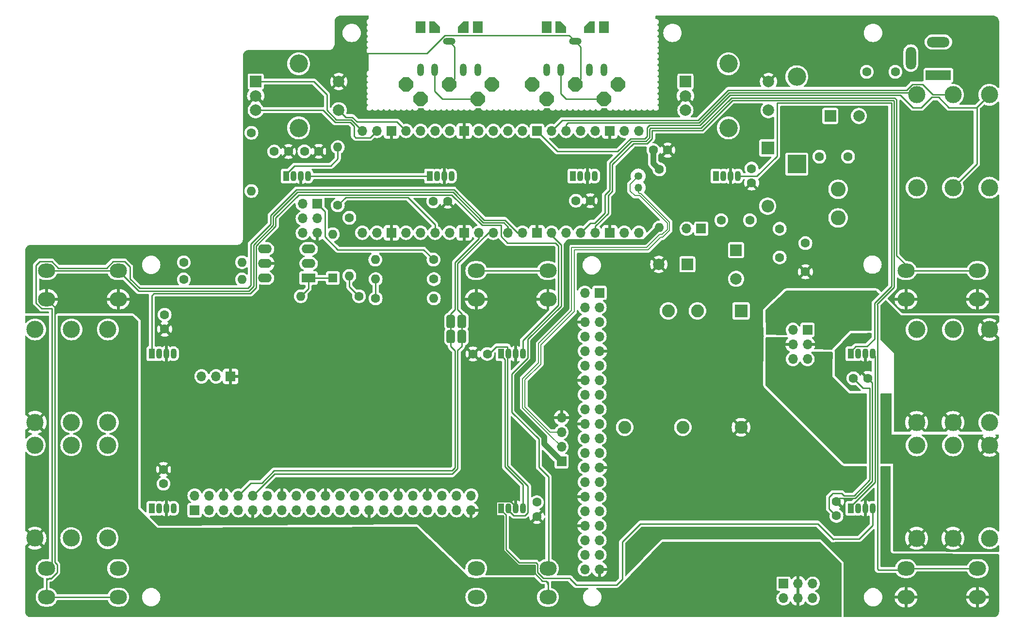
<source format=gbr>
%TF.GenerationSoftware,KiCad,Pcbnew,7.0.1.1-36-gbcf78dbe24-dirty-deb11*%
%TF.CreationDate,2023-04-24T19:27:53+00:00*%
%TF.ProjectId,pedalboard-hw,70656461-6c62-46f6-9172-642d68772e6b,2.0.0*%
%TF.SameCoordinates,Original*%
%TF.FileFunction,Copper,L2,Bot*%
%TF.FilePolarity,Positive*%
%FSLAX46Y46*%
G04 Gerber Fmt 4.6, Leading zero omitted, Abs format (unit mm)*
G04 Created by KiCad (PCBNEW 7.0.1.1-36-gbcf78dbe24-dirty-deb11) date 2023-04-24 19:27:53*
%MOMM*%
%LPD*%
G01*
G04 APERTURE LIST*
G04 Aperture macros list*
%AMRoundRect*
0 Rectangle with rounded corners*
0 $1 Rounding radius*
0 $2 $3 $4 $5 $6 $7 $8 $9 X,Y pos of 4 corners*
0 Add a 4 corners polygon primitive as box body*
4,1,4,$2,$3,$4,$5,$6,$7,$8,$9,$2,$3,0*
0 Add four circle primitives for the rounded corners*
1,1,$1+$1,$2,$3*
1,1,$1+$1,$4,$5*
1,1,$1+$1,$6,$7*
1,1,$1+$1,$8,$9*
0 Add four rect primitives between the rounded corners*
20,1,$1+$1,$2,$3,$4,$5,0*
20,1,$1+$1,$4,$5,$6,$7,0*
20,1,$1+$1,$6,$7,$8,$9,0*
20,1,$1+$1,$8,$9,$2,$3,0*%
%AMOutline5P*
0 Free polygon, 5 corners , with rotation*
0 The origin of the aperture is its center*
0 number of corners: always 5*
0 $1 to $10 corner X, Y*
0 $11 Rotation angle, in degrees counterclockwise*
0 create outline with 5 corners*
4,1,5,$1,$2,$3,$4,$5,$6,$7,$8,$9,$10,$1,$2,$11*%
%AMOutline6P*
0 Free polygon, 6 corners , with rotation*
0 The origin of the aperture is its center*
0 number of corners: always 6*
0 $1 to $12 corner X, Y*
0 $13 Rotation angle, in degrees counterclockwise*
0 create outline with 6 corners*
4,1,6,$1,$2,$3,$4,$5,$6,$7,$8,$9,$10,$11,$12,$1,$2,$13*%
%AMOutline7P*
0 Free polygon, 7 corners , with rotation*
0 The origin of the aperture is its center*
0 number of corners: always 7*
0 $1 to $14 corner X, Y*
0 $15 Rotation angle, in degrees counterclockwise*
0 create outline with 7 corners*
4,1,7,$1,$2,$3,$4,$5,$6,$7,$8,$9,$10,$11,$12,$13,$14,$1,$2,$15*%
%AMOutline8P*
0 Free polygon, 8 corners , with rotation*
0 The origin of the aperture is its center*
0 number of corners: always 8*
0 $1 to $16 corner X, Y*
0 $17 Rotation angle, in degrees counterclockwise*
0 create outline with 8 corners*
4,1,8,$1,$2,$3,$4,$5,$6,$7,$8,$9,$10,$11,$12,$13,$14,$15,$16,$1,$2,$17*%
G04 Aperture macros list end*
%TA.AperFunction,EtchedComponent*%
%ADD10C,0.250000*%
%TD*%
%TA.AperFunction,ComponentPad*%
%ADD11C,1.600000*%
%TD*%
%TA.AperFunction,ComponentPad*%
%ADD12O,1.200000X2.200000*%
%TD*%
%TA.AperFunction,ComponentPad*%
%ADD13O,2.200000X1.200000*%
%TD*%
%TA.AperFunction,ComponentPad*%
%ADD14C,3.000000*%
%TD*%
%TA.AperFunction,ComponentPad*%
%ADD15R,4.400000X1.800000*%
%TD*%
%TA.AperFunction,ComponentPad*%
%ADD16O,4.000000X1.800000*%
%TD*%
%TA.AperFunction,ComponentPad*%
%ADD17O,1.800000X4.000000*%
%TD*%
%TA.AperFunction,ComponentPad*%
%ADD18O,1.600000X1.600000*%
%TD*%
%TA.AperFunction,ComponentPad*%
%ADD19R,1.070000X1.800000*%
%TD*%
%TA.AperFunction,ComponentPad*%
%ADD20O,1.070000X1.800000*%
%TD*%
%TA.AperFunction,ComponentPad*%
%ADD21R,2.250000X2.250000*%
%TD*%
%TA.AperFunction,ComponentPad*%
%ADD22C,2.250000*%
%TD*%
%TA.AperFunction,ComponentPad*%
%ADD23R,1.700000X1.700000*%
%TD*%
%TA.AperFunction,ComponentPad*%
%ADD24O,1.700000X1.700000*%
%TD*%
%TA.AperFunction,ComponentPad*%
%ADD25O,3.000000X2.500000*%
%TD*%
%TA.AperFunction,ComponentPad*%
%ADD26R,2.400000X1.600000*%
%TD*%
%TA.AperFunction,ComponentPad*%
%ADD27O,2.400000X1.600000*%
%TD*%
%TA.AperFunction,ComponentPad*%
%ADD28C,2.600000*%
%TD*%
%TA.AperFunction,ComponentPad*%
%ADD29Outline8P,-1.250000X0.517767X-0.517767X1.250000X0.517767X1.250000X1.250000X0.517767X1.250000X-0.517767X0.517767X-1.250000X-0.517767X-1.250000X-1.250000X-0.517767X180.000000*%
%TD*%
%TA.AperFunction,ComponentPad*%
%ADD30Outline8P,-1.250000X0.517767X-0.517767X1.250000X0.517767X1.250000X1.250000X0.517767X1.250000X-0.517767X0.517767X-1.250000X-0.517767X-1.250000X-1.250000X-0.517767X270.000000*%
%TD*%
%TA.AperFunction,ComponentPad*%
%ADD31Outline5P,-0.900000X1.000000X0.900000X1.000000X0.900000X-0.100000X0.000000X-1.000000X-0.900000X-1.000000X180.000000*%
%TD*%
%TA.AperFunction,ComponentPad*%
%ADD32R,1.800000X2.000000*%
%TD*%
%TA.AperFunction,ComponentPad*%
%ADD33Outline5P,-0.900000X1.000000X0.900000X1.000000X0.900000X-1.000000X0.000000X-1.000000X-0.900000X-0.100000X180.000000*%
%TD*%
%TA.AperFunction,ComponentPad*%
%ADD34R,2.000000X2.000000*%
%TD*%
%TA.AperFunction,ComponentPad*%
%ADD35C,2.000000*%
%TD*%
%TA.AperFunction,ComponentPad*%
%ADD36C,3.200000*%
%TD*%
%TA.AperFunction,ComponentPad*%
%ADD37R,1.600000X1.600000*%
%TD*%
%TA.AperFunction,ComponentPad*%
%ADD38R,3.200000X3.200000*%
%TD*%
%TA.AperFunction,ComponentPad*%
%ADD39O,3.200000X3.200000*%
%TD*%
%TA.AperFunction,ComponentPad*%
%ADD40R,2.200000X2.200000*%
%TD*%
%TA.AperFunction,ComponentPad*%
%ADD41O,2.200000X2.200000*%
%TD*%
%TA.AperFunction,SMDPad,CuDef*%
%ADD42RoundRect,0.381000X0.381000X-0.762000X0.381000X0.762000X-0.381000X0.762000X-0.381000X-0.762000X0*%
%TD*%
%TA.AperFunction,ComponentPad*%
%ADD43C,1.350000*%
%TD*%
%TA.AperFunction,ComponentPad*%
%ADD44O,1.350000X1.350000*%
%TD*%
%TA.AperFunction,ViaPad*%
%ADD45C,0.800000*%
%TD*%
%TA.AperFunction,Conductor*%
%ADD46C,0.250000*%
%TD*%
%TA.AperFunction,Conductor*%
%ADD47C,0.200000*%
%TD*%
%TA.AperFunction,Conductor*%
%ADD48C,1.000000*%
%TD*%
G04 APERTURE END LIST*
D10*
%TO.C,F3*%
X94310000Y-74857000D02*
X94310000Y-74543000D01*
%TO.C,F2*%
X96240000Y-74847000D02*
X96240000Y-74533000D01*
%TD*%
D11*
%TO.P,C5,1*%
%TO.N,+3.3V*%
X146800000Y-46700000D03*
%TO.P,C5,2*%
%TO.N,GND*%
X146800000Y-49200000D03*
%TD*%
D12*
%TO.P,J16,R*%
%TO.N,Net-(J15-Pin_6)*%
X121000000Y-29500000D03*
%TO.P,J16,RN*%
X118500000Y-29500000D03*
D13*
%TO.P,J16,S*%
%TO.N,GND*%
X116000000Y-24500000D03*
D12*
%TO.P,J16,T*%
%TO.N,Net-(J15-Pin_4)*%
X111000000Y-29500000D03*
%TO.P,J16,TN*%
X113500000Y-29500000D03*
%TD*%
D14*
%TO.P,J12,R*%
%TO.N,unconnected-(J12-PadR)*%
X28050000Y-111200000D03*
%TO.P,J12,RN*%
%TO.N,unconnected-(J12-PadRN)*%
X28050000Y-94970000D03*
%TO.P,J12,S*%
%TO.N,/Audio/GND_out*%
X21700000Y-111200000D03*
%TO.P,J12,SN*%
%TO.N,Net-(F4-Pad1)*%
X21700000Y-94970000D03*
%TO.P,J12,T*%
%TO.N,Net-(J8-out_L)*%
X34400000Y-111200000D03*
%TO.P,J12,TN*%
%TO.N,unconnected-(J12-PadTN)*%
X34400000Y-94970000D03*
%TD*%
D11*
%TO.P,C16,1*%
%TO.N,/Power Supply/fused*%
X158637600Y-44600000D03*
%TO.P,C16,2*%
%TO.N,/Power Supply/power_input_gnd*%
X163637600Y-44600000D03*
%TD*%
D15*
%TO.P,J13,1*%
%TO.N,/Power Supply/power_input_gnd*%
X179400000Y-30400000D03*
D16*
%TO.P,J13,2*%
%TO.N,/Power Supply/unfused*%
X179400000Y-24600000D03*
D17*
%TO.P,J13,3*%
%TO.N,unconnected-(J13-Pad3)*%
X174600000Y-27400000D03*
%TD*%
D11*
%TO.P,L5,1,1*%
%TO.N,/MIDI/VBUS_FILTERED*%
X130700000Y-46820000D03*
D18*
%TO.P,L5,2,2*%
%TO.N,/VBUS*%
X130700000Y-56980000D03*
%TD*%
D19*
%TO.P,D3,1,DIN*%
%TO.N,Net-(D2-DOUT)*%
X115600000Y-48000000D03*
D20*
%TO.P,D3,2,VDD*%
%TO.N,+3.3V*%
X116870000Y-48000000D03*
%TO.P,D3,3,GND*%
%TO.N,GND*%
X118140000Y-48000000D03*
%TO.P,D3,4,DOUT*%
%TO.N,Net-(D3-DOUT)*%
X119410000Y-48000000D03*
%TD*%
D14*
%TO.P,J11,R*%
%TO.N,unconnected-(J11-PadR)*%
X28085000Y-91000000D03*
%TO.P,J11,RN*%
%TO.N,unconnected-(J11-PadRN)*%
X28085000Y-74770000D03*
%TO.P,J11,S*%
%TO.N,/Audio/GND_out*%
X21735000Y-91000000D03*
%TO.P,J11,SN*%
%TO.N,unconnected-(J11-PadSN)*%
X21735000Y-74770000D03*
%TO.P,J11,T*%
%TO.N,Net-(J8-out_R)*%
X34435000Y-91000000D03*
%TO.P,J11,TN*%
%TO.N,unconnected-(J11-PadTN)*%
X34435000Y-74770000D03*
%TD*%
D21*
%TO.P,PS1,1,CTRL*%
%TO.N,unconnected-(PS1-CTRL-Pad1)*%
X144960000Y-71520000D03*
D22*
%TO.P,PS1,2,GND*%
%TO.N,/Power Supply/power_input_gnd*%
X137340000Y-71520000D03*
%TO.P,PS1,3,VIN*%
%TO.N,/Power Supply/vin*%
X132260000Y-71520000D03*
%TO.P,PS1,4,+VO*%
%TO.N,+5VD*%
X124640000Y-91840000D03*
%TO.P,PS1,5,TRIM*%
%TO.N,unconnected-(PS1-TRIM-Pad5)*%
X134800000Y-91840000D03*
%TO.P,PS1,6,0V*%
%TO.N,GND*%
X144960000Y-91840000D03*
%TD*%
D14*
%TO.P,J10,R*%
%TO.N,/Audio/in_L-*%
X181950000Y-94995000D03*
%TO.P,J10,RN*%
%TO.N,/Audio/GND_in_L*%
X181950000Y-111225000D03*
%TO.P,J10,S*%
X188300000Y-94995000D03*
%TO.P,J10,SN*%
%TO.N,Net-(F5-Pad1)*%
X188300000Y-111225000D03*
%TO.P,J10,T*%
%TO.N,/Audio/in_L+*%
X175600000Y-94995000D03*
%TO.P,J10,TN*%
%TO.N,/Audio/GND_in_L*%
X175600000Y-111225000D03*
%TD*%
D19*
%TO.P,D4,1,DIN*%
%TO.N,Net-(D3-DOUT)*%
X140600000Y-48000000D03*
D20*
%TO.P,D4,2,VDD*%
%TO.N,+3.3V*%
X141870000Y-48000000D03*
%TO.P,D4,3,GND*%
%TO.N,GND*%
X143140000Y-48000000D03*
%TO.P,D4,4,DOUT*%
%TO.N,Net-(D4-DOUT)*%
X144410000Y-48000000D03*
%TD*%
D11*
%TO.P,C10,1*%
%TO.N,+3.3V*%
X109310000Y-104930000D03*
%TO.P,C10,2*%
%TO.N,GND*%
X109310000Y-107430000D03*
%TD*%
D19*
%TO.P,D7,1,DIN*%
%TO.N,Net-(D6-DOUT)*%
X103100000Y-106000000D03*
D20*
%TO.P,D7,2,VDD*%
%TO.N,+3.3V*%
X104370000Y-106000000D03*
%TO.P,D7,3,GND*%
%TO.N,GND*%
X105640000Y-106000000D03*
%TO.P,D7,4,DOUT*%
%TO.N,Net-(D7-DOUT)*%
X106910000Y-106000000D03*
%TD*%
D23*
%TO.P,J7,1,3V3*%
%TO.N,Net-(J7-3V3-Pad1)*%
X49590000Y-106320000D03*
D24*
%TO.P,J7,2,5V*%
%TO.N,+5VP*%
X49590000Y-103780000D03*
%TO.P,J7,3,SDA/GPIO2*%
%TO.N,/Audio/conf_i2c_sda*%
X52130000Y-106320000D03*
%TO.P,J7,4,5V*%
%TO.N,Net-(J7-5V-Pad4)*%
X52130000Y-103780000D03*
%TO.P,J7,5,SCL/GPIO3*%
%TO.N,/Audio/conf_i2c_scl*%
X54670000Y-106320000D03*
%TO.P,J7,6,GND*%
%TO.N,GND*%
X54670000Y-103780000D03*
%TO.P,J7,7,GCLK0/GPIO4*%
%TO.N,Net-(J7-GCLK0{slash}GPIO4)*%
X57210000Y-106320000D03*
%TO.P,J7,8,GPIO14/TXD*%
%TO.N,/Audio/INT_MIDI_TX*%
X57210000Y-103780000D03*
%TO.P,J7,9,GND*%
%TO.N,GND*%
X59750000Y-106320000D03*
%TO.P,J7,10,GPIO15/RXD*%
%TO.N,/Audio/INT_MIDI_RX*%
X59750000Y-103780000D03*
%TO.P,J7,11,GPIO17*%
%TO.N,Net-(J7-GPIO17)*%
X62290000Y-106320000D03*
%TO.P,J7,12,GPIO18/PWM0*%
%TO.N,/Audio/audio_pcm_clk*%
X62290000Y-103780000D03*
%TO.P,J7,13,GPIO27*%
%TO.N,/Audio/audio_in_stereo*%
X64830000Y-106320000D03*
%TO.P,J7,14,GND*%
%TO.N,GND*%
X64830000Y-103780000D03*
%TO.P,J7,15,GPIO22*%
%TO.N,Net-(J7-GPIO22)*%
X67370000Y-106320000D03*
%TO.P,J7,16,GPIO23*%
%TO.N,Net-(J7-GPIO23)*%
X67370000Y-103780000D03*
%TO.P,J7,17,3V3*%
%TO.N,Net-(J7-3V3-Pad17)*%
X69910000Y-106320000D03*
%TO.P,J7,18,GPIO24*%
%TO.N,Net-(J7-GPIO24)*%
X69910000Y-103780000D03*
%TO.P,J7,19,MOSI0/GPIO10*%
%TO.N,Net-(J7-MOSI0{slash}GPIO10)*%
X72450000Y-106320000D03*
%TO.P,J7,20,GND*%
%TO.N,GND*%
X72450000Y-103780000D03*
%TO.P,J7,21,MISO0/GPIO9*%
%TO.N,Net-(J7-MISO0{slash}GPIO9)*%
X74990000Y-106320000D03*
%TO.P,J7,22,GPIO25*%
%TO.N,Net-(J7-GPIO25)*%
X74990000Y-103780000D03*
%TO.P,J7,23,SCLK0/GPIO11*%
%TO.N,Net-(J7-SCLK0{slash}GPIO11)*%
X77530000Y-106320000D03*
%TO.P,J7,24,~{CE0}/GPIO8*%
%TO.N,Net-(J7-~{CE0}{slash}GPIO8)*%
X77530000Y-103780000D03*
%TO.P,J7,25,GND*%
%TO.N,GND*%
X80070000Y-106320000D03*
%TO.P,J7,26,~{CE1}/GPIO7*%
%TO.N,Net-(J7-~{CE1}{slash}GPIO7)*%
X80070000Y-103780000D03*
%TO.P,J7,27,ID_SD/GPIO0*%
%TO.N,Net-(J7-ID_SD{slash}GPIO0)*%
X82610000Y-106320000D03*
%TO.P,J7,28,ID_SC/GPIO1*%
%TO.N,Net-(J7-ID_SC{slash}GPIO1)*%
X82610000Y-103780000D03*
%TO.P,J7,29,GCLK1/GPIO5*%
%TO.N,Net-(J7-GCLK1{slash}GPIO5)*%
X85150000Y-106320000D03*
%TO.P,J7,30,GND*%
%TO.N,GND*%
X85150000Y-103780000D03*
%TO.P,J7,31,GCLK2/GPIO6*%
%TO.N,Net-(J7-GCLK2{slash}GPIO6)*%
X87690000Y-106320000D03*
%TO.P,J7,32,PWM0/GPIO12*%
%TO.N,Net-(J7-PWM0{slash}GPIO12)*%
X87690000Y-103780000D03*
%TO.P,J7,33,PWM1/GPIO13*%
%TO.N,Net-(J7-PWM1{slash}GPIO13)*%
X90230000Y-106320000D03*
%TO.P,J7,34,GND*%
%TO.N,GND*%
X90230000Y-103780000D03*
%TO.P,J7,35,GPIO19/MISO1*%
%TO.N,/Audio/audio_pcm_fs*%
X92770000Y-106320000D03*
%TO.P,J7,36,GPIO16*%
%TO.N,Net-(J7-GPIO16)*%
X92770000Y-103780000D03*
%TO.P,J7,37,GPIO26*%
%TO.N,/Audio/audio_out_stereo*%
X95310000Y-106320000D03*
%TO.P,J7,38,GPIO20/MOSI1*%
%TO.N,/Audio/audio_pcm_din*%
X95310000Y-103780000D03*
%TO.P,J7,39,GND*%
%TO.N,GND*%
X97850000Y-106320000D03*
%TO.P,J7,40,GPIO21/SCLK1*%
%TO.N,/Audio/audio_pcm_dout*%
X97850000Y-103780000D03*
%TD*%
D11*
%TO.P,C11,1*%
%TO.N,+3.3V*%
X161620000Y-107300000D03*
%TO.P,C11,2*%
%TO.N,GND*%
X161620000Y-104800000D03*
%TD*%
%TO.P,C9,1*%
%TO.N,+3.3V*%
X44155000Y-101700000D03*
%TO.P,C9,2*%
%TO.N,GND*%
X44155000Y-99200000D03*
%TD*%
D25*
%TO.P,SW2,1,1*%
%TO.N,/MIDI/SW_E*%
X98750000Y-64500000D03*
X111250000Y-64500000D03*
%TO.P,SW2,2,2*%
%TO.N,GND*%
X98750000Y-69500000D03*
X111250000Y-69500000D03*
%TD*%
D19*
%TO.P,D9,1,DIN*%
%TO.N,Net-(D8-DOUT)*%
X42100000Y-79000000D03*
D20*
%TO.P,D9,2,VDD*%
%TO.N,+3.3V*%
X43370000Y-79000000D03*
%TO.P,D9,3,GND*%
%TO.N,GND*%
X44640000Y-79000000D03*
%TO.P,D9,4,DOUT*%
%TO.N,Net-(D10-DIN)*%
X45910000Y-79000000D03*
%TD*%
D11*
%TO.P,R5,1*%
%TO.N,/MIDI/RGB_DATA*%
X74575000Y-53105000D03*
D18*
%TO.P,R5,2*%
%TO.N,Net-(D1-DIN)*%
X74575000Y-42945000D03*
%TD*%
D26*
%TO.P,U2,1*%
%TO.N,Net-(D11-K)*%
X69475000Y-65800000D03*
D27*
%TO.P,U2,2*%
%TO.N,Net-(D11-A)*%
X69475000Y-63260000D03*
%TO.P,U2,3*%
%TO.N,unconnected-(U2-Pad3)*%
X69475000Y-60720000D03*
%TO.P,U2,4*%
%TO.N,/MIDI/EXT_MIDI_RX*%
X61855000Y-60720000D03*
%TO.P,U2,5*%
%TO.N,GND*%
X61855000Y-63260000D03*
%TO.P,U2,6*%
%TO.N,+3.3V*%
X61855000Y-65800000D03*
%TD*%
D28*
%TO.P,L6,1,1*%
%TO.N,/Power Supply/fused*%
X161900000Y-50300000D03*
%TO.P,L6,2,2*%
%TO.N,/Power Supply/vin*%
X161900000Y-55300000D03*
%TD*%
D14*
%TO.P,J3,R*%
%TO.N,Net-(U1-GPIO28_ADC2)*%
X181965000Y-33800000D03*
%TO.P,J3,RN*%
%TO.N,Net-(U1-AGND)*%
X181965000Y-50030000D03*
%TO.P,J3,S*%
X188315000Y-33800000D03*
%TO.P,J3,SN*%
%TO.N,unconnected-(J3-PadSN)*%
X188315000Y-50030000D03*
%TO.P,J3,T*%
%TO.N,Net-(U1-ADC_VREF)*%
X175615000Y-33800000D03*
%TO.P,J3,TN*%
%TO.N,unconnected-(J3-PadTN)*%
X175615000Y-50030000D03*
%TD*%
D11*
%TO.P,C1,1*%
%TO.N,Net-(J15-Pin_2)*%
X63475000Y-43700000D03*
%TO.P,C1,2*%
%TO.N,GND*%
X65975000Y-43700000D03*
%TD*%
D29*
%TO.P,J1,1*%
%TO.N,unconnected-(J1-Pad1)*%
X108500000Y-32000000D03*
D30*
%TO.P,J1,2*%
%TO.N,GND*%
X116000000Y-32000000D03*
D29*
%TO.P,J1,3*%
%TO.N,unconnected-(J1-Pad3)*%
X123500000Y-32000000D03*
%TO.P,J1,4*%
%TO.N,Net-(J15-Pin_6)*%
X111000000Y-34500000D03*
%TO.P,J1,5*%
%TO.N,Net-(J15-Pin_4)*%
X121000000Y-34500000D03*
D31*
%TO.P,J1,PE*%
%TO.N,N/C*%
X118500000Y-22000000D03*
D32*
%TO.P,J1,PE1*%
X121000000Y-22000000D03*
%TO.P,J1,PE2*%
X111000000Y-22000000D03*
D33*
%TO.P,J1,PE@*%
X113500000Y-22000000D03*
%TD*%
D19*
%TO.P,D2,1,DIN*%
%TO.N,Net-(D1-DOUT)*%
X90600000Y-48000000D03*
D20*
%TO.P,D2,2,VDD*%
%TO.N,+3.3V*%
X91870000Y-48000000D03*
%TO.P,D2,3,GND*%
%TO.N,GND*%
X93140000Y-48000000D03*
%TO.P,D2,4,DOUT*%
%TO.N,Net-(D2-DOUT)*%
X94410000Y-48000000D03*
%TD*%
D34*
%TO.P,SW7,A,A*%
%TO.N,/MIDI/ROT_VOL_A*%
X60250000Y-31500000D03*
D35*
%TO.P,SW7,B,B*%
%TO.N,/MIDI/ROT_VOL_B*%
X60250000Y-36500000D03*
%TO.P,SW7,C,C*%
%TO.N,GND*%
X60250000Y-34000000D03*
D36*
%TO.P,SW7,MP*%
%TO.N,N/C*%
X67750000Y-28400000D03*
X67750000Y-39600000D03*
D35*
%TO.P,SW7,S1,S1*%
%TO.N,/MIDI/SW_VOL*%
X74750000Y-36500000D03*
%TO.P,SW7,S2,S2*%
%TO.N,GND*%
X74750000Y-31500000D03*
%TD*%
D11*
%TO.P,C2,1*%
%TO.N,+3.3V*%
X68750000Y-43675000D03*
%TO.P,C2,2*%
%TO.N,GND*%
X71250000Y-43675000D03*
%TD*%
%TO.P,C8,1*%
%TO.N,+3.3V*%
X164570000Y-83300000D03*
%TO.P,C8,2*%
%TO.N,GND*%
X167070000Y-83300000D03*
%TD*%
D34*
%TO.P,C14,1*%
%TO.N,/Power Supply/vin*%
X144100000Y-60932323D03*
D35*
%TO.P,C14,2*%
%TO.N,/Power Supply/power_input_gnd*%
X144100000Y-65932323D03*
%TD*%
D11*
%TO.P,R1,1*%
%TO.N,Net-(L1-Pad2)*%
X78280000Y-68980000D03*
D18*
%TO.P,R1,2*%
%TO.N,Net-(D11-K)*%
X68120000Y-68980000D03*
%TD*%
D34*
%TO.P,C15,1*%
%TO.N,+5VD*%
X135600000Y-63400000D03*
D35*
%TO.P,C15,2*%
%TO.N,GND*%
X130600000Y-63400000D03*
%TD*%
D19*
%TO.P,D1,1,DIN*%
%TO.N,Net-(D1-DIN)*%
X65600000Y-48000000D03*
D20*
%TO.P,D1,2,VDD*%
%TO.N,+3.3V*%
X66870000Y-48000000D03*
%TO.P,D1,3,GND*%
%TO.N,GND*%
X68140000Y-48000000D03*
%TO.P,D1,4,DOUT*%
%TO.N,Net-(D1-DOUT)*%
X69410000Y-48000000D03*
%TD*%
D11*
%TO.P,C3,1*%
%TO.N,+3.3V*%
X91250000Y-52400000D03*
%TO.P,C3,2*%
%TO.N,GND*%
X93750000Y-52400000D03*
%TD*%
D14*
%TO.P,J9,R*%
%TO.N,/Audio/in_R-*%
X181950000Y-74780000D03*
%TO.P,J9,RN*%
%TO.N,/Audio/GND_in_R*%
X181950000Y-91010000D03*
%TO.P,J9,S*%
X188300000Y-74780000D03*
%TO.P,J9,SN*%
%TO.N,unconnected-(J9-PadSN)*%
X188300000Y-91010000D03*
%TO.P,J9,T*%
%TO.N,/Audio/in_R+*%
X175600000Y-74780000D03*
%TO.P,J9,TN*%
%TO.N,/Audio/GND_in_R*%
X175600000Y-91010000D03*
%TD*%
D25*
%TO.P,SW1,1,1*%
%TO.N,/MIDI/SW_D*%
X23750000Y-64500000D03*
X36250000Y-64500000D03*
%TO.P,SW1,2,2*%
%TO.N,GND*%
X23750000Y-69500000D03*
X36250000Y-69500000D03*
%TD*%
D11*
%TO.P,C12,1*%
%TO.N,/MIDI/VBUS_FILTERED*%
X129650000Y-43470000D03*
%TO.P,C12,2*%
%TO.N,GND*%
X132150000Y-43470000D03*
%TD*%
%TO.P,R3,1*%
%TO.N,+3.3V*%
X47695000Y-63050000D03*
D18*
%TO.P,R3,2*%
%TO.N,Net-(L3-Pad2)*%
X57855000Y-63050000D03*
%TD*%
D34*
%TO.P,C13,1*%
%TO.N,/Power Supply/fused*%
X160532323Y-37500000D03*
D35*
%TO.P,C13,2*%
%TO.N,/Power Supply/power_input_gnd*%
X165532323Y-37500000D03*
%TD*%
D19*
%TO.P,D5,1,DIN*%
%TO.N,Net-(D4-DOUT)*%
X164100000Y-79000000D03*
D20*
%TO.P,D5,2,VDD*%
%TO.N,+3.3V*%
X165370000Y-79000000D03*
%TO.P,D5,3,GND*%
%TO.N,GND*%
X166640000Y-79000000D03*
%TO.P,D5,4,DOUT*%
%TO.N,Net-(D5-DOUT)*%
X167910000Y-79000000D03*
%TD*%
D11*
%TO.P,R4,1*%
%TO.N,Net-(L4-Pad2)*%
X81190000Y-69340000D03*
D18*
%TO.P,R4,2*%
%TO.N,/MIDI/EXT_MIDI_TX*%
X91350000Y-69340000D03*
%TD*%
D19*
%TO.P,D10,1,DIN*%
%TO.N,Net-(D10-DIN)*%
X42100000Y-106000000D03*
D20*
%TO.P,D10,2,VDD*%
%TO.N,+3.3V*%
X43370000Y-106000000D03*
%TO.P,D10,3,GND*%
%TO.N,GND*%
X44640000Y-106000000D03*
%TO.P,D10,4,DOUT*%
%TO.N,Net-(D10-DOUT)*%
X45910000Y-106000000D03*
%TD*%
D11*
%TO.P,L1,1,1*%
%TO.N,Net-(J15-Pin_3)*%
X76600000Y-55270000D03*
D18*
%TO.P,L1,2,2*%
%TO.N,Net-(L1-Pad2)*%
X76600000Y-65430000D03*
%TD*%
D11*
%TO.P,C18,1*%
%TO.N,/Power Supply/vin*%
X146500000Y-55700000D03*
%TO.P,C18,2*%
%TO.N,+5VD*%
X141500000Y-55700000D03*
%TD*%
D37*
%TO.P,D11,1,K*%
%TO.N,Net-(D11-K)*%
X73700000Y-65775000D03*
D18*
%TO.P,D11,2,A*%
%TO.N,Net-(D11-A)*%
X73700000Y-58155000D03*
%TD*%
D11*
%TO.P,C4,1*%
%TO.N,+3.3V*%
X116150000Y-52300000D03*
%TO.P,C4,2*%
%TO.N,GND*%
X118650000Y-52300000D03*
%TD*%
D38*
%TO.P,D12,1,K*%
%TO.N,/Power Supply/fused*%
X154700000Y-45900000D03*
D39*
%TO.P,D12,2,A*%
%TO.N,/Power Supply/power_input_gnd*%
X154700000Y-30660000D03*
%TD*%
D11*
%TO.P,L2,1,1*%
%TO.N,Net-(J15-Pin_1)*%
X91280000Y-62575000D03*
D18*
%TO.P,L2,2,2*%
%TO.N,Net-(D11-A)*%
X81120000Y-62575000D03*
%TD*%
D11*
%TO.P,F1,1*%
%TO.N,/Power Supply/unfused*%
X171900000Y-29800000D03*
%TO.P,F1,2*%
%TO.N,/Power Supply/fused*%
X166900000Y-29800000D03*
%TD*%
%TO.P,C17,1*%
%TO.N,/Power Supply/vin*%
X151700000Y-57200000D03*
%TO.P,C17,2*%
%TO.N,/Power Supply/power_input_gnd*%
X151700000Y-62200000D03*
%TD*%
D19*
%TO.P,D6,1,DIN*%
%TO.N,Net-(D5-DOUT)*%
X164100000Y-106000000D03*
D20*
%TO.P,D6,2,VDD*%
%TO.N,+3.3V*%
X165370000Y-106000000D03*
%TO.P,D6,3,GND*%
%TO.N,GND*%
X166640000Y-106000000D03*
%TO.P,D6,4,DOUT*%
%TO.N,Net-(D6-DOUT)*%
X167910000Y-106000000D03*
%TD*%
D25*
%TO.P,SW6,1,1*%
%TO.N,/MIDI/SW_C*%
X173750000Y-116500000D03*
X186250000Y-116500000D03*
%TO.P,SW6,2,2*%
%TO.N,GND*%
X173750000Y-121500000D03*
X186250000Y-121500000D03*
%TD*%
%TO.P,SW3,1,1*%
%TO.N,/MIDI/SW_F*%
X173750000Y-64500000D03*
X186250000Y-64500000D03*
%TO.P,SW3,2,2*%
%TO.N,GND*%
X173750000Y-69500000D03*
X186250000Y-69500000D03*
%TD*%
D11*
%TO.P,C7,1*%
%TO.N,+3.3V*%
X100670000Y-79050000D03*
%TO.P,C7,2*%
%TO.N,GND*%
X98170000Y-79050000D03*
%TD*%
D25*
%TO.P,SW4,1,1*%
%TO.N,/MIDI/SW_A*%
X23750000Y-116500000D03*
X36250000Y-116500000D03*
%TO.P,SW4,2,2*%
%TO.N,GND*%
X23750000Y-121500000D03*
X36250000Y-121500000D03*
%TD*%
D11*
%TO.P,L4,1,1*%
%TO.N,Net-(J15-Pin_4)*%
X91350000Y-65980000D03*
D18*
%TO.P,L4,2,2*%
%TO.N,Net-(L4-Pad2)*%
X81190000Y-65980000D03*
%TD*%
D34*
%TO.P,SW8,A,A*%
%TO.N,/MIDI/ROT_GAIN_A*%
X135250000Y-31500000D03*
D35*
%TO.P,SW8,B,B*%
%TO.N,/MIDI/ROT_GAIN_B*%
X135250000Y-36500000D03*
%TO.P,SW8,C,C*%
%TO.N,GND*%
X135250000Y-34000000D03*
D36*
%TO.P,SW8,MP*%
%TO.N,N/C*%
X142750000Y-28400000D03*
X142750000Y-39600000D03*
D35*
%TO.P,SW8,S1,S1*%
%TO.N,/MIDI/SW_GAIN*%
X149750000Y-36500000D03*
%TO.P,SW8,S2,S2*%
%TO.N,GND*%
X149750000Y-31500000D03*
%TD*%
D11*
%TO.P,R2,1*%
%TO.N,+3.3V*%
X47695000Y-66050000D03*
D18*
%TO.P,R2,2*%
%TO.N,/MIDI/EXT_MIDI_RX*%
X57855000Y-66050000D03*
%TD*%
D25*
%TO.P,SW5,1,1*%
%TO.N,/MIDI/SW_B*%
X98750000Y-116500000D03*
X111250000Y-116500000D03*
%TO.P,SW5,2,2*%
%TO.N,GND*%
X98750000Y-121500000D03*
X111250000Y-121500000D03*
%TD*%
D11*
%TO.P,C19,1*%
%TO.N,GND*%
X156200000Y-64700000D03*
%TO.P,C19,2*%
%TO.N,/Power Supply/power_input_gnd*%
X156200000Y-59700000D03*
%TD*%
D29*
%TO.P,J2,1*%
%TO.N,unconnected-(J2-Pad1)*%
X86505500Y-32000000D03*
D30*
%TO.P,J2,2*%
%TO.N,Net-(J15-Pin_2)*%
X94005500Y-32000000D03*
D29*
%TO.P,J2,3*%
%TO.N,unconnected-(J2-Pad3)*%
X101505500Y-32000000D03*
%TO.P,J2,4*%
%TO.N,Net-(J15-Pin_3)*%
X89005500Y-34500000D03*
%TO.P,J2,5*%
%TO.N,Net-(J15-Pin_1)*%
X99005500Y-34500000D03*
D31*
%TO.P,J2,PE*%
%TO.N,N/C*%
X96505500Y-22000000D03*
D32*
%TO.P,J2,PE1*%
X99005500Y-22000000D03*
%TO.P,J2,PE2*%
X89005500Y-22000000D03*
D33*
%TO.P,J2,PE@*%
X91505500Y-22000000D03*
%TD*%
D11*
%TO.P,C6,1*%
%TO.N,+3.3V*%
X44355000Y-72200000D03*
%TO.P,C6,2*%
%TO.N,GND*%
X44355000Y-74700000D03*
%TD*%
D40*
%TO.P,D13,1,K*%
%TO.N,/MIDI/VSYS*%
X149606000Y-43078400D03*
D41*
%TO.P,D13,2,A*%
%TO.N,+5VD*%
X149606000Y-53238400D03*
%TD*%
D19*
%TO.P,D8,1,DIN*%
%TO.N,Net-(D7-DOUT)*%
X103100000Y-79000000D03*
D20*
%TO.P,D8,2,VDD*%
%TO.N,+3.3V*%
X104370000Y-79000000D03*
%TO.P,D8,3,GND*%
%TO.N,GND*%
X105640000Y-79000000D03*
%TO.P,D8,4,DOUT*%
%TO.N,Net-(D8-DOUT)*%
X106910000Y-79000000D03*
%TD*%
D11*
%TO.P,L3,1,1*%
%TO.N,Net-(J15-Pin_6)*%
X59500000Y-40445000D03*
D18*
%TO.P,L3,2,2*%
%TO.N,Net-(L3-Pad2)*%
X59500000Y-50605000D03*
%TD*%
D12*
%TO.P,J17,R*%
%TO.N,Net-(J15-Pin_3)*%
X99000000Y-29500000D03*
%TO.P,J17,RN*%
X96500000Y-29500000D03*
D13*
%TO.P,J17,S*%
%TO.N,Net-(J15-Pin_2)*%
X94000000Y-24500000D03*
D12*
%TO.P,J17,T*%
%TO.N,Net-(J15-Pin_1)*%
X89000000Y-29500000D03*
%TO.P,J17,TN*%
X91500000Y-29500000D03*
%TD*%
D23*
%TO.P,J6,1,VBUS*%
%TO.N,/VBUS*%
X113625000Y-97780000D03*
D24*
%TO.P,J6,2,D-*%
%TO.N,/Audio/USB_DN*%
X113625000Y-95240000D03*
%TO.P,J6,3,D+*%
%TO.N,/Audio/USB_DP*%
X113625000Y-92700000D03*
%TO.P,J6,4,GND*%
%TO.N,GND*%
X113625000Y-90160000D03*
%TD*%
D42*
%TO.P,F3,1*%
%TO.N,/Audio/INT_MIDI_TX*%
X94310000Y-76000000D03*
%TO.P,F3,2*%
%TO.N,Net-(U1-GPIO9)*%
X94310000Y-73400000D03*
%TD*%
D23*
%TO.P,J14,1,Pin_1*%
%TO.N,+5VD*%
X138000000Y-57175000D03*
D24*
%TO.P,J14,2,Pin_2*%
%TO.N,+5VP*%
X135460000Y-57175000D03*
%TD*%
D43*
%TO.P,J5,1,Pin_1*%
%TO.N,/Audio/USB_DN*%
X127000000Y-48000000D03*
D44*
%TO.P,J5,2,Pin_2*%
%TO.N,/Audio/USB_DP*%
X127000000Y-50000000D03*
%TD*%
D24*
%TO.P,U1,1,GPIO0*%
%TO.N,/MIDI/EXT_MIDI_TX*%
X127130000Y-57890000D03*
%TO.P,U1,2,GPIO1*%
%TO.N,/MIDI/EXT_MIDI_RX*%
X124590000Y-57890000D03*
D23*
%TO.P,U1,3,GND*%
%TO.N,GND*%
X122050000Y-57890000D03*
D24*
%TO.P,U1,4,GPIO2*%
%TO.N,/MIDI/SW_C*%
X119510000Y-57890000D03*
%TO.P,U1,5,GPIO3*%
%TO.N,/MIDI/SW_F*%
X116970000Y-57890000D03*
%TO.P,U1,6,GPIO4*%
%TO.N,/MIDI/SW_E*%
X114430000Y-57890000D03*
%TO.P,U1,7,GPIO5*%
%TO.N,/MIDI/SW_B*%
X111890000Y-57890000D03*
D23*
%TO.P,U1,8,GND*%
%TO.N,GND*%
X109350000Y-57890000D03*
D24*
%TO.P,U1,9,GPIO6*%
%TO.N,/MIDI/SW_A*%
X106810000Y-57890000D03*
%TO.P,U1,10,GPIO7*%
%TO.N,/MIDI/SW_D*%
X104270000Y-57890000D03*
%TO.P,U1,11,GPIO8*%
%TO.N,Net-(U1-GPIO8)*%
X101730000Y-57890000D03*
%TO.P,U1,12,GPIO9*%
%TO.N,Net-(U1-GPIO9)*%
X99190000Y-57890000D03*
D23*
%TO.P,U1,13,GND*%
%TO.N,GND*%
X96650000Y-57890000D03*
D24*
%TO.P,U1,14,GPIO10*%
%TO.N,unconnected-(U1-GPIO10-Pad14)*%
X94110000Y-57890000D03*
%TO.P,U1,15,GPIO11*%
%TO.N,/MIDI/RGB_DATA*%
X91570000Y-57890000D03*
%TO.P,U1,16,GPIO12*%
%TO.N,unconnected-(U1-GPIO12-Pad16)*%
X89030000Y-57890000D03*
%TO.P,U1,17,GPIO13*%
%TO.N,unconnected-(U1-GPIO13-Pad17)*%
X86490000Y-57890000D03*
D23*
%TO.P,U1,18,GND*%
%TO.N,GND*%
X83950000Y-57890000D03*
D24*
%TO.P,U1,19,GPIO14*%
%TO.N,unconnected-(U1-GPIO14-Pad19)*%
X81410000Y-57890000D03*
%TO.P,U1,20,GPIO15*%
%TO.N,unconnected-(U1-GPIO15-Pad20)*%
X78870000Y-57890000D03*
%TO.P,U1,21,GPIO16*%
%TO.N,/MIDI/ROT_VOL_A*%
X78870000Y-40110000D03*
%TO.P,U1,22,GPIO17*%
%TO.N,/MIDI/ROT_VOL_B*%
X81410000Y-40110000D03*
D23*
%TO.P,U1,23,GND*%
%TO.N,GND*%
X83950000Y-40110000D03*
D24*
%TO.P,U1,24,GPIO18*%
%TO.N,/MIDI/SW_VOL*%
X86490000Y-40110000D03*
%TO.P,U1,25,GPIO19*%
%TO.N,/MIDI/ROT_GAIN_A*%
X89030000Y-40110000D03*
%TO.P,U1,26,GPIO20*%
%TO.N,/MIDI/ROT_GAIN_B*%
X91570000Y-40110000D03*
%TO.P,U1,27,GPIO21*%
%TO.N,/MIDI/SW_GAIN*%
X94110000Y-40110000D03*
D23*
%TO.P,U1,28,GND*%
%TO.N,GND*%
X96650000Y-40110000D03*
D24*
%TO.P,U1,29,GPIO22*%
%TO.N,unconnected-(U1-GPIO22-Pad29)*%
X99190000Y-40110000D03*
%TO.P,U1,30,RUN*%
%TO.N,unconnected-(U1-RUN-Pad30)*%
X101730000Y-40110000D03*
%TO.P,U1,31,GPIO26_ADC0*%
%TO.N,unconnected-(U1-GPIO26_ADC0-Pad31)*%
X104270000Y-40110000D03*
%TO.P,U1,32,GPIO27_ADC1*%
%TO.N,unconnected-(U1-GPIO27_ADC1-Pad32)*%
X106810000Y-40110000D03*
D23*
%TO.P,U1,33,AGND*%
%TO.N,Net-(U1-AGND)*%
X109350000Y-40110000D03*
D24*
%TO.P,U1,34,GPIO28_ADC2*%
%TO.N,Net-(U1-GPIO28_ADC2)*%
X111890000Y-40110000D03*
%TO.P,U1,35,ADC_VREF*%
%TO.N,Net-(U1-ADC_VREF)*%
X114430000Y-40110000D03*
%TO.P,U1,36,3V3*%
%TO.N,+3.3V*%
X116970000Y-40110000D03*
%TO.P,U1,37,3V3_EN*%
%TO.N,unconnected-(U1-3V3_EN-Pad37)*%
X119510000Y-40110000D03*
D23*
%TO.P,U1,38,GND*%
%TO.N,GND*%
X122050000Y-40110000D03*
D24*
%TO.P,U1,39,VSYS*%
%TO.N,/MIDI/VSYS*%
X124590000Y-40110000D03*
%TO.P,U1,40,VBUS*%
%TO.N,/MIDI/VBUS_FILTERED*%
X127130000Y-40110000D03*
%TD*%
D23*
%TO.P,J4,1,Pin_1*%
%TO.N,GND*%
X55865000Y-82962600D03*
D24*
%TO.P,J4,2,Pin_2*%
%TO.N,Net-(D10-DOUT)*%
X53325000Y-82962600D03*
%TO.P,J4,3,Pin_3*%
%TO.N,+3.3V*%
X50785000Y-82962600D03*
%TD*%
D23*
%TO.P,J8,1,3V3*%
%TO.N,Net-(J7-3V3-Pad1)*%
X120250000Y-68375600D03*
D24*
%TO.P,J8,2,5V*%
%TO.N,+5VP*%
X117710000Y-68375600D03*
%TO.P,J8,3,SDA/GPIO2*%
%TO.N,/Audio/conf_i2c_sda*%
X120250000Y-70915600D03*
%TO.P,J8,4,5V*%
%TO.N,Net-(J7-5V-Pad4)*%
X117710000Y-70915600D03*
%TO.P,J8,5,SCL/GPIO3*%
%TO.N,/Audio/conf_i2c_scl*%
X120250000Y-73455600D03*
%TO.P,J8,6,GND*%
%TO.N,GND*%
X117710000Y-73455600D03*
%TO.P,J8,7,GCLK0/GPIO4*%
%TO.N,Net-(J7-GCLK0{slash}GPIO4)*%
X120250000Y-75995600D03*
%TO.P,J8,8,GPIO14/TXD*%
%TO.N,/Audio/INT_MIDI_TX*%
X117710000Y-75995600D03*
%TO.P,J8,9,GND*%
%TO.N,GND*%
X120250000Y-78535600D03*
%TO.P,J8,10,GPIO15/RXD*%
%TO.N,/Audio/INT_MIDI_RX*%
X117710000Y-78535600D03*
%TO.P,J8,11,GPIO17*%
%TO.N,Net-(J7-GPIO17)*%
X120250000Y-81075600D03*
%TO.P,J8,12,GPIO18/PWM0*%
%TO.N,/Audio/audio_pcm_clk*%
X117710000Y-81075600D03*
%TO.P,J8,13,GPIO27*%
%TO.N,/Audio/audio_in_stereo*%
X120250000Y-83615600D03*
%TO.P,J8,14,GND*%
%TO.N,GND*%
X117710000Y-83615600D03*
%TO.P,J8,15,GPIO22*%
%TO.N,Net-(J7-GPIO22)*%
X120250000Y-86155600D03*
%TO.P,J8,16,GPIO23*%
%TO.N,Net-(J7-GPIO23)*%
X117710000Y-86155600D03*
%TO.P,J8,17,3V3*%
%TO.N,Net-(J7-3V3-Pad17)*%
X120250000Y-88695600D03*
%TO.P,J8,18,GPIO24*%
%TO.N,Net-(J7-GPIO24)*%
X117710000Y-88695600D03*
%TO.P,J8,19,MOSI0/GPIO10*%
%TO.N,Net-(J7-MOSI0{slash}GPIO10)*%
X120250000Y-91235600D03*
%TO.P,J8,20,GND*%
%TO.N,GND*%
X117710000Y-91235600D03*
%TO.P,J8,21,MISO0/GPIO9*%
%TO.N,Net-(J7-MISO0{slash}GPIO9)*%
X120250000Y-93775600D03*
%TO.P,J8,22,GPIO25*%
%TO.N,Net-(J7-GPIO25)*%
X117710000Y-93775600D03*
%TO.P,J8,23,SCLK0/GPIO11*%
%TO.N,Net-(J7-SCLK0{slash}GPIO11)*%
X120250000Y-96315600D03*
%TO.P,J8,24,~{CE0}/GPIO8*%
%TO.N,Net-(J7-~{CE0}{slash}GPIO8)*%
X117710000Y-96315600D03*
%TO.P,J8,25,GND*%
%TO.N,GND*%
X120250000Y-98855600D03*
%TO.P,J8,26,~{CE1}/GPIO7*%
%TO.N,Net-(J7-~{CE1}{slash}GPIO7)*%
X117710000Y-98855600D03*
%TO.P,J8,27,ID_SD/GPIO0*%
%TO.N,Net-(J7-ID_SD{slash}GPIO0)*%
X120250000Y-101395600D03*
%TO.P,J8,28,ID_SC/GPIO1*%
%TO.N,Net-(J7-ID_SC{slash}GPIO1)*%
X117710000Y-101395600D03*
%TO.P,J8,29,GCLK1/GPIO5*%
%TO.N,Net-(J7-GCLK1{slash}GPIO5)*%
X120250000Y-103935600D03*
%TO.P,J8,30,GND*%
%TO.N,GND*%
X117710000Y-103935600D03*
%TO.P,J8,31,GCLK2/GPIO6*%
%TO.N,Net-(J7-GCLK2{slash}GPIO6)*%
X120250000Y-106475600D03*
%TO.P,J8,32,PWM0/GPIO12*%
%TO.N,Net-(J7-PWM0{slash}GPIO12)*%
X117710000Y-106475600D03*
%TO.P,J8,33,PWM1/GPIO13*%
%TO.N,Net-(J7-PWM1{slash}GPIO13)*%
X120250000Y-109015600D03*
%TO.P,J8,34,GND*%
%TO.N,GND*%
X117710000Y-109015600D03*
%TO.P,J8,35,GPIO19/MISO1*%
%TO.N,/Audio/audio_pcm_fs*%
X120250000Y-111555600D03*
%TO.P,J8,36,GPIO16*%
%TO.N,Net-(J7-GPIO16)*%
X117710000Y-111555600D03*
%TO.P,J8,37,GPIO26*%
%TO.N,/Audio/audio_out_stereo*%
X120250000Y-114095600D03*
%TO.P,J8,38,GPIO20/MOSI1*%
%TO.N,/Audio/audio_pcm_din*%
X117710000Y-114095600D03*
%TO.P,J8,39,GND*%
%TO.N,GND*%
X120250000Y-116635600D03*
%TO.P,J8,40,GPIO21/SCLK1*%
%TO.N,/Audio/audio_pcm_dout*%
X117710000Y-116635600D03*
D23*
%TO.P,J8,41,in_R-*%
%TO.N,/Audio/in_R-*%
X156555000Y-74845600D03*
D24*
%TO.P,J8,42,in_R+*%
%TO.N,/Audio/in_R+*%
X154015000Y-74845600D03*
%TO.P,J8,43,in_GND*%
%TO.N,/Audio/GND_in_R*%
X156555000Y-77385600D03*
%TO.P,J8,44,in_GND*%
%TO.N,/Audio/GND_in_L*%
X154015000Y-77385600D03*
%TO.P,J8,45,in_L+*%
%TO.N,/Audio/in_L+*%
X156555000Y-79925600D03*
%TO.P,J8,46,in_L-*%
%TO.N,/Audio/in_L-*%
X154015000Y-79925600D03*
D23*
%TO.P,J8,47,out_5V*%
%TO.N,unconnected-(J8-out_5V-Pad47)*%
X152380000Y-119150600D03*
D24*
%TO.P,J8,48,out_R*%
%TO.N,Net-(J8-out_R)*%
X152380000Y-121690600D03*
%TO.P,J8,49,out_GND*%
%TO.N,/Audio/GND_out*%
X154920000Y-119150600D03*
%TO.P,J8,50,out_GND*%
X154920000Y-121690600D03*
%TO.P,J8,51,out_5V*%
%TO.N,unconnected-(J8-out_5V-Pad51)*%
X157460000Y-119150600D03*
%TO.P,J8,52,out_L*%
%TO.N,Net-(J8-out_L)*%
X157460000Y-121690600D03*
%TD*%
D42*
%TO.P,F2,1*%
%TO.N,/Audio/INT_MIDI_RX*%
X96240000Y-75990000D03*
%TO.P,F2,2*%
%TO.N,Net-(U1-GPIO8)*%
X96240000Y-73390000D03*
%TD*%
D23*
%TO.P,J15,1,Pin_1*%
%TO.N,Net-(J15-Pin_1)*%
X71000000Y-52850000D03*
D24*
%TO.P,J15,2,Pin_2*%
%TO.N,Net-(J15-Pin_2)*%
X68460000Y-52850000D03*
%TO.P,J15,3,Pin_3*%
%TO.N,Net-(J15-Pin_3)*%
X71000000Y-55390000D03*
%TO.P,J15,4,Pin_4*%
%TO.N,Net-(J15-Pin_4)*%
X68460000Y-55390000D03*
%TO.P,J15,5,Pin_5*%
%TO.N,GND*%
X71000000Y-57930000D03*
%TO.P,J15,6,Pin_6*%
%TO.N,Net-(J15-Pin_6)*%
X68460000Y-57930000D03*
%TD*%
D45*
%TO.N,GND*%
X169976800Y-103784400D03*
X169468800Y-66294000D03*
X96500000Y-49950000D03*
X123650000Y-52324000D03*
%TO.N,/Audio/GND_in_L*%
X178800000Y-93800000D03*
%TD*%
D46*
%TO.N,GND*%
X75855000Y-26540000D02*
X90151852Y-26540000D01*
X106019600Y-115925600D02*
X103470000Y-113376000D01*
X93274652Y-23417200D02*
X114917200Y-23417200D01*
X104726224Y-104775000D02*
X105640000Y-105688776D01*
X162198298Y-104221702D02*
X161620000Y-104800000D01*
X23750000Y-118335000D02*
X23750000Y-121500000D01*
X103470000Y-113376000D02*
X103470000Y-107317620D01*
X25575000Y-115847614D02*
X25575000Y-117152386D01*
X116975000Y-31025000D02*
X116000000Y-32000000D01*
X111250000Y-118930000D02*
X110980000Y-118660000D01*
X102240000Y-104775000D02*
X104780000Y-104775000D01*
X23750000Y-69500000D02*
X25150000Y-70900000D01*
X23750000Y-121500000D02*
X36250000Y-121500000D01*
X103470000Y-107317620D02*
X103377380Y-107225000D01*
X25575000Y-117152386D02*
X24487386Y-118240000D01*
X164876902Y-104221702D02*
X162198298Y-104221702D01*
X102240000Y-107225000D02*
X102240000Y-104775000D01*
X104780000Y-104775000D02*
X105640000Y-105635000D01*
X108975000Y-117338782D02*
X108975000Y-115925600D01*
X103377380Y-107225000D02*
X102240000Y-107225000D01*
X25150000Y-115422614D02*
X25575000Y-115847614D01*
X167070000Y-83300000D02*
X167870000Y-84100000D01*
X110296218Y-118660000D02*
X108975000Y-117338782D01*
X167870000Y-101228604D02*
X164876902Y-104221702D01*
X24487386Y-118240000D02*
X23845000Y-118240000D01*
X25150000Y-70900000D02*
X25150000Y-115422614D01*
X90151852Y-26540000D02*
X93274652Y-23417200D01*
X173750000Y-121500000D02*
X186250000Y-121500000D01*
X114917200Y-23417200D02*
X116000000Y-24500000D01*
X116000000Y-24500000D02*
X116975000Y-25475000D01*
X116975000Y-25475000D02*
X116975000Y-31025000D01*
X111250000Y-121500000D02*
X111250000Y-118930000D01*
X108975000Y-115925600D02*
X106019600Y-115925600D01*
X167870000Y-84100000D02*
X167870000Y-101228604D01*
X23845000Y-118240000D02*
X23750000Y-118335000D01*
X110980000Y-118660000D02*
X110296218Y-118660000D01*
%TO.N,+3.3V*%
X164570000Y-83300000D02*
X166258400Y-84988400D01*
X160300000Y-106045600D02*
X161620000Y-107365600D01*
X160300000Y-104078000D02*
X160300000Y-106045600D01*
X166258400Y-84988400D02*
X167420000Y-84988400D01*
X162523898Y-103380000D02*
X160932400Y-103380000D01*
X101280000Y-78735000D02*
X102240000Y-77775000D01*
X160932400Y-103445600D02*
X160300000Y-104078000D01*
X167420000Y-101042208D02*
X164690506Y-103771702D01*
X162915600Y-103771702D02*
X162523898Y-103380000D01*
X105283776Y-107225000D02*
X104370000Y-106311224D01*
X167420000Y-84988400D02*
X167420000Y-101042208D01*
X107266224Y-107225000D02*
X105283776Y-107225000D01*
X107770000Y-106721224D02*
X107266224Y-107225000D01*
X104210000Y-77775000D02*
X104210000Y-98544404D01*
X102240000Y-77775000D02*
X104210000Y-77775000D01*
X107770000Y-102104404D02*
X107770000Y-106721224D01*
X164690506Y-103771702D02*
X162915600Y-103771702D01*
X104210000Y-98544404D02*
X107770000Y-102104404D01*
%TO.N,Net-(D1-DOUT)*%
X69410000Y-48000000D02*
X90600000Y-48000000D01*
%TO.N,/MIDI/RGB_DATA*%
X91570000Y-56500000D02*
X91570000Y-57890000D01*
X75965000Y-51715000D02*
X86785000Y-51715000D01*
X86785000Y-51715000D02*
X91570000Y-56500000D01*
X74575000Y-53105000D02*
X75965000Y-51715000D01*
%TO.N,Net-(D4-DOUT)*%
X164995000Y-77740000D02*
X164100000Y-78635000D01*
X151282400Y-35230000D02*
X171200000Y-35230000D01*
X168275000Y-70153404D02*
X168275000Y-76415000D01*
X151242800Y-35269600D02*
X151282400Y-35230000D01*
X166950000Y-77740000D02*
X164995000Y-77740000D01*
X168275000Y-76415000D02*
X166950000Y-77740000D01*
X147734400Y-48000000D02*
X151242800Y-44491600D01*
X171200000Y-67228404D02*
X168275000Y-70153404D01*
X171200000Y-35230000D02*
X171200000Y-67228404D01*
X144410000Y-48000000D02*
X147734400Y-48000000D01*
X151242800Y-44491600D02*
X151242800Y-35269600D01*
%TO.N,Net-(D5-DOUT)*%
X167910000Y-79000000D02*
X168320000Y-79410000D01*
X168320000Y-79410000D02*
X168320000Y-101415000D01*
X168320000Y-101415000D02*
X164100000Y-105635000D01*
%TO.N,Net-(D6-DOUT)*%
X165557200Y-111353600D02*
X167910000Y-109000800D01*
X161086800Y-111353600D02*
X165557200Y-111353600D01*
X115111200Y-118275600D02*
X116179600Y-119344000D01*
X109425000Y-115739204D02*
X109425000Y-117152386D01*
X109425000Y-117152386D02*
X110482614Y-118210000D01*
X158333200Y-108665600D02*
X161086800Y-111419200D01*
X123201600Y-119344000D02*
X124210000Y-118335600D01*
X110482614Y-118210000D02*
X115111200Y-118210000D01*
X167910000Y-109000800D02*
X167910000Y-106000000D01*
X109161396Y-115475600D02*
X109425000Y-115739204D01*
X103100000Y-106311224D02*
X103920000Y-107131224D01*
X106205996Y-115475600D02*
X109161396Y-115475600D01*
X116179600Y-119344000D02*
X123201600Y-119344000D01*
X127406400Y-108665600D02*
X158333200Y-108665600D01*
X124210000Y-111862000D02*
X127406400Y-108665600D01*
X103920000Y-113189604D02*
X106205996Y-115475600D01*
X103920000Y-107131224D02*
X103920000Y-113189604D01*
X124210000Y-118335600D02*
X124210000Y-111862000D01*
%TO.N,Net-(D7-DOUT)*%
X103760000Y-98730800D02*
X103760000Y-79971224D01*
X106910000Y-106000000D02*
X106910000Y-101880800D01*
X106910000Y-101880800D02*
X103760000Y-98730800D01*
X103760000Y-79971224D02*
X103510000Y-79721224D01*
%TO.N,Net-(D8-DOUT)*%
X99780404Y-56576800D02*
X103073200Y-56576800D01*
X94468604Y-51265000D02*
X99780404Y-56576800D01*
X60330000Y-67480000D02*
X60330000Y-60170000D01*
X113100000Y-70500000D02*
X106910000Y-76690000D01*
X63750000Y-55250000D02*
X67735000Y-51265000D01*
X60330000Y-60170000D02*
X63750000Y-56750000D01*
X42100000Y-68900000D02*
X42500000Y-68500000D01*
X59310000Y-68500000D02*
X60330000Y-67480000D01*
X67735000Y-51265000D02*
X94468604Y-51265000D01*
X106910000Y-76690000D02*
X106910000Y-79000000D01*
X42100000Y-79000000D02*
X42100000Y-68900000D01*
X113100000Y-60179200D02*
X113100000Y-70500000D01*
X63750000Y-56750000D02*
X63750000Y-55250000D01*
X103073200Y-58521600D02*
X104204398Y-59652798D01*
X42500000Y-68500000D02*
X59310000Y-68500000D01*
X112573598Y-59652798D02*
X113100000Y-60179200D01*
X104204398Y-59652798D02*
X112573598Y-59652798D01*
X103073200Y-56576800D02*
X103073200Y-58521600D01*
%TO.N,Net-(D11-K)*%
X69475000Y-65800000D02*
X73675000Y-65800000D01*
X69475000Y-65800000D02*
X69475000Y-67625000D01*
X69475000Y-67625000D02*
X68120000Y-68980000D01*
%TO.N,Net-(U1-GPIO28_ADC2)*%
X137437600Y-38252400D02*
X142710000Y-32980000D01*
X178455000Y-33790000D02*
X181955000Y-33790000D01*
X176655000Y-31975000D02*
X178455000Y-33775000D01*
X174859060Y-31975000D02*
X176655000Y-31975000D01*
X113747600Y-38252400D02*
X137437600Y-38252400D01*
X178455000Y-33775000D02*
X178455000Y-33790000D01*
X173854060Y-32980000D02*
X174859060Y-31975000D01*
X111890000Y-40110000D02*
X113747600Y-38252400D01*
X142710000Y-32980000D02*
X173854060Y-32980000D01*
%TO.N,Net-(U1-AGND)*%
X128538400Y-41051600D02*
X128538400Y-39573808D01*
X125678604Y-41440000D02*
X128150000Y-41440000D01*
X179420000Y-34240000D02*
X181255000Y-36075000D01*
X186107500Y-45887500D02*
X181965000Y-50030000D01*
X174980000Y-36075000D02*
X176420000Y-36075000D01*
X128150000Y-41440000D02*
X128538400Y-41051600D01*
X123418604Y-43700000D02*
X125678604Y-41440000D01*
X128538400Y-39573808D02*
X128959808Y-39152400D01*
X137810392Y-39152400D02*
X143082792Y-33880000D01*
X178255000Y-34240000D02*
X179420000Y-34240000D01*
X128959808Y-39152400D02*
X137810392Y-39152400D01*
X188315000Y-33800000D02*
X186107500Y-36007500D01*
X186107500Y-36007500D02*
X186107500Y-45887500D01*
X112940000Y-43700000D02*
X123418604Y-43700000D01*
X109350000Y-40110000D02*
X112940000Y-43700000D01*
X176420000Y-36075000D02*
X178255000Y-34240000D01*
X172785000Y-33880000D02*
X174980000Y-36075000D01*
X143082792Y-33880000D02*
X172785000Y-33880000D01*
X181255000Y-36075000D02*
X186040000Y-36075000D01*
X186040000Y-36075000D02*
X186107500Y-36007500D01*
%TO.N,Net-(U1-ADC_VREF)*%
X137623996Y-38702400D02*
X142896396Y-33430000D01*
X114430000Y-39050000D02*
X114777600Y-38702400D01*
X114777600Y-38702400D02*
X137623996Y-38702400D01*
X142896396Y-33430000D02*
X175245000Y-33430000D01*
X114430000Y-40110000D02*
X114430000Y-39050000D01*
%TO.N,/Audio/INT_MIDI_TX*%
X95046800Y-98880804D02*
X95046800Y-78446800D01*
X95046800Y-98880804D02*
X94500002Y-99427602D01*
X61304602Y-101589002D02*
X59400998Y-101589002D01*
X95046800Y-78446800D02*
X94300000Y-77700000D01*
X94500002Y-99427602D02*
X63466002Y-99427602D01*
X94300000Y-77700000D02*
X94300000Y-76010000D01*
X59400998Y-101589002D02*
X57210000Y-103780000D01*
X63466002Y-99427602D02*
X61304602Y-101589002D01*
X94300000Y-76010000D02*
X94310000Y-76000000D01*
%TO.N,/Audio/INT_MIDI_RX*%
X59750000Y-103780000D02*
X63504800Y-100025200D01*
X96250000Y-76000000D02*
X96240000Y-75990000D01*
X95496800Y-99067200D02*
X95496800Y-78433200D01*
X94538800Y-100025200D02*
X95496800Y-99067200D01*
X96250000Y-77680000D02*
X96250000Y-76000000D01*
X63504800Y-100025200D02*
X94538800Y-100025200D01*
X95496800Y-78433200D02*
X96250000Y-77680000D01*
D47*
%TO.N,/Audio/USB_DN*%
X113625000Y-95240000D02*
X111502200Y-93117200D01*
X109595000Y-80586800D02*
X109595000Y-77222336D01*
X125590000Y-49410000D02*
X127000000Y-48000000D01*
X130757792Y-58195000D02*
X131182057Y-58195000D01*
X111458900Y-93117200D02*
X106784500Y-88442800D01*
X127305000Y-51410000D02*
X126415958Y-51410000D01*
X126415958Y-51410000D02*
X125590000Y-50584042D01*
X128512792Y-60440000D02*
X130757792Y-58195000D01*
X109595000Y-77222336D02*
X115375000Y-71442336D01*
X132080000Y-56185000D02*
X127305000Y-51410000D01*
X106784500Y-83397300D02*
X109595000Y-80586800D01*
X132080000Y-57297057D02*
X132080000Y-56185000D01*
X115375000Y-60440000D02*
X128512792Y-60440000D01*
X111502200Y-93117200D02*
X111458900Y-93117200D01*
X131182057Y-58195000D02*
X132080000Y-57297057D01*
X115375000Y-71442336D02*
X115375000Y-60440000D01*
X106784500Y-88442800D02*
X106784500Y-83397300D01*
X125590000Y-50584042D02*
X125590000Y-49410000D01*
D46*
%TO.N,/MIDI/SW_D*%
X39800000Y-68050000D02*
X59050000Y-68050000D01*
X59050000Y-68050000D02*
X59880000Y-67220000D01*
X63300000Y-56563604D02*
X63300000Y-55063604D01*
X67548604Y-50815000D02*
X94655000Y-50815000D01*
X94655000Y-50815000D02*
X99966800Y-56126800D01*
X59880000Y-59983604D02*
X63300000Y-56563604D01*
X104270000Y-56849596D02*
X104270000Y-57890000D01*
X103547204Y-56126800D02*
X104270000Y-56849596D01*
X59880000Y-67220000D02*
X59880000Y-59983604D01*
X36250000Y-64500000D02*
X23750000Y-64500000D01*
X36250000Y-64500000D02*
X39800000Y-68050000D01*
X99966800Y-56126800D02*
X103547204Y-56126800D01*
X63300000Y-55063604D02*
X67548604Y-50815000D01*
%TO.N,/MIDI/SW_E*%
X98750000Y-64500000D02*
X111250000Y-64500000D01*
%TO.N,/MIDI/SW_F*%
X128355000Y-41890000D02*
X128988400Y-41256600D01*
X125865000Y-41890000D02*
X128355000Y-41890000D01*
X128988400Y-39760204D02*
X129146204Y-39602400D01*
X172100000Y-34660000D02*
X172100000Y-61880000D01*
X128988400Y-41256600D02*
X128988400Y-39760204D01*
X137996788Y-39602400D02*
X143269188Y-34330000D01*
X119431802Y-56181802D02*
X121181802Y-54431802D01*
X173750000Y-64500000D02*
X186250000Y-64500000D01*
X171770000Y-34330000D02*
X172100000Y-34660000D01*
X121181802Y-51313198D02*
X122055000Y-50440000D01*
X129146204Y-39602400D02*
X137996788Y-39602400D01*
X116970000Y-57890000D02*
X118678198Y-56181802D01*
X118678198Y-56181802D02*
X119431802Y-56181802D01*
X122055000Y-50440000D02*
X122055000Y-45700000D01*
X121181802Y-54431802D02*
X121181802Y-51313198D01*
X172100000Y-61880000D02*
X173750000Y-63530000D01*
X122055000Y-45700000D02*
X125865000Y-41890000D01*
X143269188Y-34330000D02*
X171770000Y-34330000D01*
%TO.N,/MIDI/SW_A*%
X59381802Y-59831802D02*
X62836396Y-56377208D01*
X21925000Y-70152386D02*
X21925000Y-63540000D01*
X24652386Y-62925000D02*
X25777386Y-64050000D01*
X67362208Y-50365000D02*
X94841396Y-50365000D01*
X62850000Y-54877208D02*
X67362208Y-50365000D01*
X94841396Y-50365000D02*
X100153196Y-55676800D01*
X21925000Y-63540000D02*
X22540000Y-62925000D01*
X25777386Y-64050000D02*
X34222614Y-64050000D01*
X35347614Y-62925000D02*
X37375000Y-62925000D01*
X37375000Y-62925000D02*
X38325000Y-63875000D01*
X62836396Y-56377208D02*
X62850000Y-56377208D01*
X22859010Y-71086396D02*
X21925000Y-70152386D01*
X23750000Y-116500000D02*
X24700000Y-115550000D01*
X34222614Y-64050000D02*
X35347614Y-62925000D01*
X24700000Y-71086396D02*
X22859010Y-71086396D01*
X22540000Y-62925000D02*
X24652386Y-62925000D01*
X38325000Y-65938604D02*
X39986396Y-67600000D01*
X103733600Y-55676800D02*
X105946800Y-57890000D01*
X105946800Y-57890000D02*
X106810000Y-57890000D01*
X59381802Y-67081802D02*
X59381802Y-59831802D01*
X38325000Y-63875000D02*
X38325000Y-65938604D01*
X24700000Y-115550000D02*
X24700000Y-71086396D01*
X58863604Y-67600000D02*
X59381802Y-67081802D01*
X62850000Y-56377208D02*
X62850000Y-54877208D01*
X100153196Y-55676800D02*
X103733600Y-55676800D01*
X39986396Y-67600000D02*
X58863604Y-67600000D01*
%TO.N,/MIDI/SW_B*%
X109677200Y-98806000D02*
X109677200Y-93916440D01*
X109677200Y-93916440D02*
X104960000Y-89199240D01*
X107770000Y-79721224D02*
X107770000Y-76466396D01*
X113550000Y-70686396D02*
X113550000Y-59992804D01*
X107770000Y-76466396D02*
X113550000Y-70686396D01*
X111350000Y-116400000D02*
X111350000Y-100478800D01*
X111350000Y-100478800D02*
X109677200Y-98806000D01*
X104960000Y-89199240D02*
X104960000Y-82531225D01*
X104960000Y-82531225D02*
X107770000Y-79721224D01*
X113550000Y-59992804D02*
X111890000Y-58332804D01*
%TO.N,/MIDI/SW_C*%
X143455584Y-34780000D02*
X171583604Y-34780000D01*
X173750000Y-116500000D02*
X186250000Y-116500000D01*
X128555000Y-42326396D02*
X129438400Y-41442996D01*
X168725000Y-70339800D02*
X168725000Y-70477800D01*
X122505000Y-46000000D02*
X126165000Y-42340000D01*
X119500000Y-56750000D02*
X121750000Y-54500000D01*
X129438400Y-41442996D02*
X129438400Y-40052400D01*
X168725000Y-70477800D02*
X168770000Y-70522800D01*
X126165000Y-42340000D02*
X128555000Y-42340000D01*
X168770000Y-116580000D02*
X168930000Y-116740000D01*
X171650000Y-34846396D02*
X171650000Y-67414800D01*
X168930000Y-116740000D02*
X173510000Y-116740000D01*
X171583604Y-34780000D02*
X171650000Y-34846396D01*
X122505000Y-50626396D02*
X122505000Y-46000000D01*
X171650000Y-67414800D02*
X168725000Y-70339800D01*
X128555000Y-42340000D02*
X128555000Y-42326396D01*
X129438400Y-40052400D02*
X138183184Y-40052400D01*
X168770000Y-70522800D02*
X168770000Y-116580000D01*
X119500000Y-57880000D02*
X119500000Y-56750000D01*
X138183184Y-40052400D02*
X143455584Y-34780000D01*
X121750000Y-54500000D02*
X121750000Y-51381396D01*
X121750000Y-51381396D02*
X122505000Y-50626396D01*
%TO.N,/MIDI/ROT_VOL_A*%
X72675000Y-33800000D02*
X72675000Y-36525000D01*
X60250000Y-31500000D02*
X70375000Y-31500000D01*
X72675000Y-36525000D02*
X74325000Y-38175000D01*
X70375000Y-31500000D02*
X72675000Y-33800000D01*
X74325000Y-38175000D02*
X76935000Y-38175000D01*
X76935000Y-38175000D02*
X78870000Y-40110000D01*
%TO.N,/MIDI/ROT_VOL_B*%
X77399302Y-39275698D02*
X77399302Y-40989302D01*
X74138604Y-38625000D02*
X76748604Y-38625000D01*
X80235000Y-41285000D02*
X81410000Y-40110000D01*
X60250000Y-36500000D02*
X72013604Y-36500000D01*
X77399302Y-40989302D02*
X77695000Y-41285000D01*
X76748604Y-38625000D02*
X77399302Y-39275698D01*
X72013604Y-36500000D02*
X74138604Y-38625000D01*
X77695000Y-41285000D02*
X80235000Y-41285000D01*
%TO.N,/MIDI/SW_VOL*%
X77896396Y-38500000D02*
X77121396Y-37725000D01*
X86490000Y-40110000D02*
X84880000Y-38500000D01*
X75975000Y-37725000D02*
X74750000Y-36500000D01*
X84880000Y-38500000D02*
X77896396Y-38500000D01*
X77121396Y-37725000D02*
X75975000Y-37725000D01*
%TO.N,Net-(L1-Pad2)*%
X76600000Y-67300000D02*
X78280000Y-68980000D01*
X76600000Y-65430000D02*
X76600000Y-67300000D01*
%TO.N,Net-(L4-Pad2)*%
X81190000Y-65980000D02*
X81190000Y-69340000D01*
%TO.N,Net-(J15-Pin_2)*%
X94000000Y-24500000D02*
X94975000Y-25475000D01*
X94975000Y-25475000D02*
X94975000Y-31030500D01*
X94975000Y-31030500D02*
X94005500Y-32000000D01*
%TO.N,Net-(J15-Pin_4)*%
X113500000Y-33585000D02*
X114415000Y-34500000D01*
X114415000Y-34500000D02*
X121000000Y-34500000D01*
X113500000Y-29500000D02*
X113500000Y-33585000D01*
%TO.N,Net-(J15-Pin_1)*%
X74581000Y-60865000D02*
X89570000Y-60865000D01*
X71000000Y-52850000D02*
X72339200Y-54189200D01*
X91500000Y-29500000D02*
X91500000Y-33185000D01*
X72339200Y-54189200D02*
X72339200Y-58623200D01*
X91500000Y-33185000D02*
X92855000Y-34540000D01*
X89570000Y-60865000D02*
X91280000Y-62575000D01*
X92895000Y-34500000D02*
X99005500Y-34500000D01*
X92855000Y-34540000D02*
X92895000Y-34500000D01*
X72339200Y-58623200D02*
X74581000Y-60865000D01*
D47*
%TO.N,/Audio/USB_DP*%
X107234500Y-83583700D02*
X109995000Y-80823200D01*
X132480000Y-56019314D02*
X127470686Y-51010000D01*
X132480000Y-57462742D02*
X132480000Y-56019314D01*
X131297742Y-58645000D02*
X132480000Y-57462742D01*
X107234500Y-88327114D02*
X107234500Y-83583700D01*
X128699181Y-60889981D02*
X130944162Y-58645000D01*
X115824981Y-71628724D02*
X115824981Y-60889981D01*
X109995000Y-80823200D02*
X109995000Y-77458705D01*
X127000000Y-50800000D02*
X127000000Y-50000000D01*
X130944162Y-58645000D02*
X131297742Y-58645000D01*
X111607386Y-92700000D02*
X107234500Y-88327114D01*
X127470686Y-51010000D02*
X127210000Y-51010000D01*
X115824981Y-60889981D02*
X128699181Y-60889981D01*
X109995000Y-77458705D02*
X115824981Y-71628724D01*
X127210000Y-51010000D02*
X127000000Y-50800000D01*
X113625000Y-92700000D02*
X111607386Y-92700000D01*
D46*
%TO.N,Net-(D1-DIN)*%
X73350000Y-46200000D02*
X74575000Y-44975000D01*
X74575000Y-44975000D02*
X74575000Y-42945000D01*
X67035000Y-46200000D02*
X73350000Y-46200000D01*
X65600000Y-47635000D02*
X67035000Y-46200000D01*
D48*
%TO.N,/VBUS*%
X108695000Y-76849544D02*
X114475000Y-71069544D01*
X114475000Y-71069544D02*
X114475000Y-59989504D01*
X108695000Y-80104372D02*
X108695000Y-76849544D01*
X128140000Y-59540000D02*
X130700000Y-56980000D01*
X105885000Y-82914373D02*
X108695000Y-80104372D01*
X113625000Y-97780000D02*
X110602200Y-94757200D01*
X114924504Y-59540000D02*
X128140000Y-59540000D01*
X105885000Y-88816092D02*
X105885000Y-82914373D01*
X110602200Y-94757200D02*
X110602200Y-93533292D01*
X110602200Y-93533292D02*
X105885000Y-88816092D01*
X114475000Y-59989504D02*
X114924504Y-59540000D01*
%TO.N,/MIDI/VBUS_FILTERED*%
X129641600Y-45313600D02*
X129650000Y-45305200D01*
X129641600Y-45761600D02*
X129641600Y-45313600D01*
X130700000Y-46820000D02*
X129641600Y-45761600D01*
X129650000Y-45305200D02*
X129650000Y-43470000D01*
D46*
%TO.N,Net-(U1-GPIO8)*%
X101730000Y-57890000D02*
X100886796Y-57890000D01*
X95496800Y-63279996D02*
X95496800Y-71266800D01*
X100886796Y-57890000D02*
X95496800Y-63279996D01*
X95496800Y-71266800D02*
X96240000Y-72010000D01*
X96240000Y-72010000D02*
X96240000Y-73390000D01*
%TO.N,Net-(U1-GPIO9)*%
X94300000Y-72050000D02*
X94300000Y-73390000D01*
X94300000Y-73390000D02*
X94310000Y-73400000D01*
X95046800Y-71303200D02*
X94300000Y-72050000D01*
X99190000Y-58950400D02*
X95046800Y-63093600D01*
X95046800Y-63093600D02*
X95046800Y-71303200D01*
X99190000Y-57890000D02*
X99190000Y-58950400D01*
%TD*%
%TA.AperFunction,Conductor*%
%TO.N,/Audio/GND_out*%
G36*
X24112500Y-72381213D02*
G01*
X24157887Y-72426600D01*
X24174500Y-72488600D01*
X24174500Y-114725500D01*
X24157887Y-114787500D01*
X24112500Y-114832887D01*
X24050500Y-114849500D01*
X23435147Y-114849500D01*
X23325504Y-114858129D01*
X23241004Y-114864779D01*
X22988389Y-114925426D01*
X22800545Y-115003235D01*
X22748372Y-115024846D01*
X22608807Y-115110371D01*
X22526856Y-115160590D01*
X22329311Y-115329311D01*
X22160590Y-115526856D01*
X22113368Y-115603917D01*
X22024846Y-115748372D01*
X22021873Y-115755549D01*
X21925426Y-115988389D01*
X21864779Y-116241004D01*
X21844396Y-116499999D01*
X21864779Y-116758995D01*
X21925426Y-117011610D01*
X21976237Y-117134277D01*
X22024846Y-117251628D01*
X22138455Y-117437022D01*
X22160590Y-117473143D01*
X22210712Y-117531828D01*
X22329311Y-117670689D01*
X22468787Y-117789813D01*
X22478994Y-117798531D01*
X22526860Y-117839412D01*
X22748372Y-117975154D01*
X22928385Y-118049718D01*
X22988389Y-118074573D01*
X23042333Y-118087523D01*
X23133836Y-118109491D01*
X23191361Y-118141192D01*
X23224625Y-118197830D01*
X23224382Y-118245730D01*
X23224500Y-118245730D01*
X23224500Y-118301704D01*
X23223850Y-118314385D01*
X23219868Y-118353109D01*
X23222697Y-118369512D01*
X23224500Y-118390581D01*
X23224500Y-119770988D01*
X23212421Y-119824371D01*
X23178536Y-119867354D01*
X23129447Y-119891562D01*
X22988389Y-119925426D01*
X22824948Y-119993127D01*
X22748372Y-120024846D01*
X22626993Y-120099227D01*
X22526856Y-120160590D01*
X22329311Y-120329311D01*
X22160590Y-120526856D01*
X22128357Y-120579456D01*
X22024846Y-120748372D01*
X22024845Y-120748375D01*
X21925426Y-120988389D01*
X21864779Y-121241004D01*
X21844396Y-121500000D01*
X21864779Y-121758995D01*
X21925426Y-122011610D01*
X21970295Y-122119931D01*
X22024846Y-122251628D01*
X22142521Y-122443657D01*
X22160590Y-122473143D01*
X22181376Y-122497480D01*
X22329311Y-122670689D01*
X22454607Y-122777702D01*
X22502768Y-122818836D01*
X22526860Y-122839412D01*
X22748372Y-122975154D01*
X22928385Y-123049718D01*
X22988389Y-123074573D01*
X23034662Y-123085682D01*
X23241006Y-123135221D01*
X23435147Y-123150500D01*
X24064850Y-123150500D01*
X24064853Y-123150500D01*
X24258994Y-123135221D01*
X24511610Y-123074573D01*
X24751628Y-122975154D01*
X24973140Y-122839412D01*
X25170689Y-122670689D01*
X25339412Y-122473140D01*
X25475154Y-122251628D01*
X25537112Y-122102047D01*
X25563993Y-122061818D01*
X25604221Y-122034939D01*
X25651674Y-122025500D01*
X34348326Y-122025500D01*
X34395779Y-122034939D01*
X34436007Y-122061818D01*
X34462887Y-122102047D01*
X34515414Y-122228859D01*
X34524846Y-122251628D01*
X34596268Y-122368179D01*
X34660590Y-122473143D01*
X34681376Y-122497480D01*
X34829311Y-122670689D01*
X34954607Y-122777702D01*
X35002768Y-122818836D01*
X35026860Y-122839412D01*
X35248372Y-122975154D01*
X35428385Y-123049718D01*
X35488389Y-123074573D01*
X35534662Y-123085682D01*
X35741006Y-123135221D01*
X35935147Y-123150500D01*
X36564850Y-123150500D01*
X36564853Y-123150500D01*
X36758994Y-123135221D01*
X37011610Y-123074573D01*
X37251628Y-122975154D01*
X37473140Y-122839412D01*
X37670689Y-122670689D01*
X37839412Y-122473140D01*
X37975154Y-122251628D01*
X38074573Y-122011610D01*
X38135221Y-121758994D01*
X38155604Y-121500000D01*
X38155604Y-121499999D01*
X40394551Y-121499999D01*
X40414317Y-121751149D01*
X40473126Y-121996110D01*
X40517007Y-122102047D01*
X40569534Y-122228859D01*
X40701164Y-122443659D01*
X40864776Y-122635224D01*
X41056341Y-122798836D01*
X41271141Y-122930466D01*
X41503889Y-123026873D01*
X41748852Y-123085683D01*
X41937118Y-123100500D01*
X42062879Y-123100500D01*
X42062882Y-123100500D01*
X42251148Y-123085683D01*
X42496111Y-123026873D01*
X42728859Y-122930466D01*
X42943659Y-122798836D01*
X43135224Y-122635224D01*
X43298836Y-122443659D01*
X43430466Y-122228859D01*
X43526873Y-121996111D01*
X43585683Y-121751148D01*
X43605449Y-121500000D01*
X96844396Y-121500000D01*
X96864779Y-121758995D01*
X96925426Y-122011610D01*
X96970295Y-122119931D01*
X97024846Y-122251628D01*
X97142521Y-122443657D01*
X97160590Y-122473143D01*
X97181376Y-122497480D01*
X97329311Y-122670689D01*
X97454607Y-122777702D01*
X97502768Y-122818836D01*
X97526860Y-122839412D01*
X97748372Y-122975154D01*
X97928385Y-123049718D01*
X97988389Y-123074573D01*
X98034662Y-123085682D01*
X98241006Y-123135221D01*
X98435147Y-123150500D01*
X99064850Y-123150500D01*
X99064853Y-123150500D01*
X99258994Y-123135221D01*
X99511610Y-123074573D01*
X99751628Y-122975154D01*
X99973140Y-122839412D01*
X100170689Y-122670689D01*
X100339412Y-122473140D01*
X100475154Y-122251628D01*
X100574573Y-122011610D01*
X100635221Y-121758994D01*
X100655604Y-121500000D01*
X100635221Y-121241006D01*
X100580487Y-121013022D01*
X100574573Y-120988389D01*
X100549718Y-120928385D01*
X100475154Y-120748372D01*
X100339412Y-120526860D01*
X100305560Y-120487225D01*
X100245280Y-120416646D01*
X100170689Y-120329311D01*
X100044064Y-120221163D01*
X99973143Y-120160590D01*
X99973140Y-120160588D01*
X99751628Y-120024846D01*
X99656470Y-119985430D01*
X99511610Y-119925426D01*
X99258995Y-119864779D01*
X99190125Y-119859359D01*
X99064853Y-119849500D01*
X98435147Y-119849500D01*
X98318662Y-119858667D01*
X98241004Y-119864779D01*
X97988389Y-119925426D01*
X97824948Y-119993127D01*
X97748372Y-120024846D01*
X97626993Y-120099227D01*
X97526856Y-120160590D01*
X97329311Y-120329311D01*
X97160590Y-120526856D01*
X97128357Y-120579456D01*
X97024846Y-120748372D01*
X97024845Y-120748375D01*
X96925426Y-120988389D01*
X96864779Y-121241004D01*
X96844396Y-121500000D01*
X43605449Y-121500000D01*
X43585683Y-121248852D01*
X43526873Y-121003889D01*
X43430466Y-120771141D01*
X43298836Y-120556341D01*
X43135224Y-120364776D01*
X42943659Y-120201164D01*
X42728859Y-120069534D01*
X42612484Y-120021330D01*
X42496110Y-119973126D01*
X42251149Y-119914317D01*
X42204081Y-119910612D01*
X42062882Y-119899500D01*
X41937118Y-119899500D01*
X41824158Y-119908390D01*
X41748850Y-119914317D01*
X41503889Y-119973126D01*
X41271139Y-120069535D01*
X41056342Y-120201163D01*
X40864776Y-120364776D01*
X40701163Y-120556342D01*
X40569535Y-120771139D01*
X40473126Y-121003889D01*
X40414317Y-121248850D01*
X40394551Y-121499999D01*
X38155604Y-121499999D01*
X38135221Y-121241006D01*
X38080487Y-121013022D01*
X38074573Y-120988389D01*
X38049718Y-120928385D01*
X37975154Y-120748372D01*
X37839412Y-120526860D01*
X37805560Y-120487225D01*
X37745280Y-120416646D01*
X37670689Y-120329311D01*
X37544064Y-120221163D01*
X37473143Y-120160590D01*
X37473140Y-120160588D01*
X37251628Y-120024846D01*
X37156470Y-119985430D01*
X37011610Y-119925426D01*
X36758995Y-119864779D01*
X36690125Y-119859359D01*
X36564853Y-119849500D01*
X35935147Y-119849500D01*
X35818662Y-119858667D01*
X35741004Y-119864779D01*
X35488389Y-119925426D01*
X35324948Y-119993127D01*
X35248372Y-120024846D01*
X35126993Y-120099227D01*
X35026856Y-120160590D01*
X34829311Y-120329311D01*
X34660590Y-120526856D01*
X34524844Y-120748375D01*
X34462887Y-120897953D01*
X34436007Y-120938182D01*
X34395779Y-120965061D01*
X34348326Y-120974500D01*
X25651674Y-120974500D01*
X25604221Y-120965061D01*
X25563993Y-120938182D01*
X25537113Y-120897953D01*
X25504625Y-120819521D01*
X25475154Y-120748372D01*
X25339412Y-120526860D01*
X25305560Y-120487225D01*
X25245280Y-120416646D01*
X25170689Y-120329311D01*
X25044064Y-120221163D01*
X24973143Y-120160590D01*
X24973140Y-120160588D01*
X24751628Y-120024846D01*
X24656470Y-119985430D01*
X24511610Y-119925426D01*
X24370553Y-119891562D01*
X24321464Y-119867354D01*
X24287579Y-119824371D01*
X24275500Y-119770988D01*
X24275500Y-118889500D01*
X24292113Y-118827500D01*
X24337500Y-118782113D01*
X24399500Y-118765500D01*
X24476276Y-118765500D01*
X24480509Y-118765571D01*
X24541631Y-118767660D01*
X24541631Y-118767659D01*
X24541632Y-118767660D01*
X24556092Y-118764135D01*
X24579456Y-118758441D01*
X24591918Y-118756073D01*
X24630497Y-118750771D01*
X24645778Y-118744132D01*
X24665807Y-118737397D01*
X24681980Y-118733457D01*
X24715917Y-118714374D01*
X24727265Y-118708737D01*
X24762995Y-118693219D01*
X24775907Y-118682713D01*
X24793394Y-118670813D01*
X24799677Y-118667279D01*
X24807898Y-118662658D01*
X24835429Y-118635125D01*
X24844844Y-118626628D01*
X24875051Y-118602054D01*
X24884655Y-118588447D01*
X24898267Y-118572287D01*
X25938754Y-117531799D01*
X25941740Y-117528913D01*
X25986469Y-117487141D01*
X26006697Y-117453876D01*
X26013836Y-117443386D01*
X26037364Y-117412361D01*
X26043474Y-117396865D01*
X26052877Y-117377934D01*
X26061526Y-117363714D01*
X26072029Y-117326224D01*
X26076068Y-117314212D01*
X26090359Y-117277976D01*
X26092061Y-117261409D01*
X26096008Y-117240644D01*
X26100500Y-117224614D01*
X26100500Y-117185683D01*
X26101150Y-117173002D01*
X26105131Y-117134277D01*
X26102303Y-117117875D01*
X26100500Y-117096806D01*
X26100500Y-116499999D01*
X34344396Y-116499999D01*
X34364779Y-116758995D01*
X34425426Y-117011610D01*
X34476237Y-117134277D01*
X34524846Y-117251628D01*
X34638455Y-117437022D01*
X34660590Y-117473143D01*
X34710712Y-117531828D01*
X34829311Y-117670689D01*
X34968787Y-117789813D01*
X34978994Y-117798531D01*
X35026860Y-117839412D01*
X35248372Y-117975154D01*
X35428385Y-118049718D01*
X35488389Y-118074573D01*
X35568197Y-118093733D01*
X35741006Y-118135221D01*
X35935147Y-118150500D01*
X36564850Y-118150500D01*
X36564853Y-118150500D01*
X36758994Y-118135221D01*
X37011610Y-118074573D01*
X37251628Y-117975154D01*
X37473140Y-117839412D01*
X37670689Y-117670689D01*
X37839412Y-117473140D01*
X37975154Y-117251628D01*
X38074573Y-117011610D01*
X38135221Y-116758994D01*
X38155604Y-116500000D01*
X38135221Y-116241006D01*
X38074573Y-115988390D01*
X37975154Y-115748372D01*
X37839412Y-115526860D01*
X37670689Y-115329311D01*
X37551563Y-115227567D01*
X37473143Y-115160590D01*
X37473140Y-115160588D01*
X37251628Y-115024846D01*
X37156470Y-114985430D01*
X37011610Y-114925426D01*
X36758995Y-114864779D01*
X36674496Y-114858129D01*
X36564853Y-114849500D01*
X35935147Y-114849500D01*
X35825504Y-114858129D01*
X35741004Y-114864779D01*
X35488389Y-114925426D01*
X35300545Y-115003235D01*
X35248372Y-115024846D01*
X35108807Y-115110371D01*
X35026856Y-115160590D01*
X34829311Y-115329311D01*
X34660590Y-115526856D01*
X34613368Y-115603917D01*
X34524846Y-115748372D01*
X34521873Y-115755549D01*
X34425426Y-115988389D01*
X34364779Y-116241004D01*
X34344396Y-116499999D01*
X26100500Y-116499999D01*
X26100500Y-115858724D01*
X26100572Y-115854490D01*
X26102660Y-115793368D01*
X26093443Y-115755549D01*
X26091072Y-115743072D01*
X26090958Y-115742245D01*
X26085771Y-115704503D01*
X26079137Y-115689230D01*
X26072397Y-115669187D01*
X26068457Y-115653020D01*
X26049379Y-115619089D01*
X26043731Y-115607717D01*
X26028219Y-115572006D01*
X26028219Y-115572005D01*
X26017711Y-115559089D01*
X26005813Y-115541607D01*
X25997658Y-115527102D01*
X25970130Y-115499574D01*
X25961622Y-115490147D01*
X25937053Y-115459947D01*
X25923456Y-115450350D01*
X25907280Y-115436725D01*
X25711819Y-115241264D01*
X25684939Y-115201036D01*
X25675500Y-115153583D01*
X25675500Y-111200000D01*
X26144644Y-111200000D01*
X26164039Y-111471161D01*
X26221823Y-111736796D01*
X26221825Y-111736801D01*
X26316828Y-111991513D01*
X26316830Y-111991517D01*
X26316831Y-111991519D01*
X26447109Y-112230108D01*
X26447113Y-112230113D01*
X26610029Y-112447742D01*
X26802258Y-112639971D01*
X26929435Y-112735175D01*
X27019891Y-112802890D01*
X27215802Y-112909864D01*
X27258487Y-112933172D01*
X27513199Y-113028175D01*
X27513202Y-113028175D01*
X27513203Y-113028176D01*
X27562852Y-113038976D01*
X27778840Y-113085961D01*
X28050000Y-113105355D01*
X28321160Y-113085961D01*
X28586801Y-113028175D01*
X28841513Y-112933172D01*
X29015319Y-112838266D01*
X29080108Y-112802890D01*
X29080109Y-112802889D01*
X29080113Y-112802887D01*
X29297742Y-112639971D01*
X29489971Y-112447742D01*
X29652887Y-112230113D01*
X29783172Y-111991513D01*
X29878175Y-111736801D01*
X29935961Y-111471160D01*
X29955355Y-111200000D01*
X32494644Y-111200000D01*
X32514039Y-111471161D01*
X32571823Y-111736796D01*
X32571825Y-111736801D01*
X32666828Y-111991513D01*
X32666830Y-111991517D01*
X32666831Y-111991519D01*
X32797109Y-112230108D01*
X32797113Y-112230113D01*
X32960029Y-112447742D01*
X33152258Y-112639971D01*
X33279435Y-112735175D01*
X33369891Y-112802890D01*
X33565802Y-112909864D01*
X33608487Y-112933172D01*
X33863199Y-113028175D01*
X33863202Y-113028175D01*
X33863203Y-113028176D01*
X33912852Y-113038976D01*
X34128840Y-113085961D01*
X34400000Y-113105355D01*
X34671160Y-113085961D01*
X34936801Y-113028175D01*
X35191513Y-112933172D01*
X35365319Y-112838266D01*
X35430108Y-112802890D01*
X35430109Y-112802889D01*
X35430113Y-112802887D01*
X35647742Y-112639971D01*
X35839971Y-112447742D01*
X36002887Y-112230113D01*
X36133172Y-111991513D01*
X36228175Y-111736801D01*
X36285961Y-111471160D01*
X36305355Y-111200000D01*
X36285961Y-110928840D01*
X36228175Y-110663199D01*
X36133172Y-110408487D01*
X36047619Y-110251807D01*
X36002890Y-110169891D01*
X35962516Y-110115958D01*
X35839971Y-109952258D01*
X35647742Y-109760029D01*
X35430113Y-109597113D01*
X35430114Y-109597113D01*
X35430108Y-109597109D01*
X35191519Y-109466831D01*
X35191517Y-109466830D01*
X35191513Y-109466828D01*
X34936801Y-109371825D01*
X34936796Y-109371823D01*
X34671161Y-109314039D01*
X34400000Y-109294644D01*
X34128838Y-109314039D01*
X33863203Y-109371823D01*
X33729139Y-109421827D01*
X33608487Y-109466828D01*
X33608484Y-109466829D01*
X33608480Y-109466831D01*
X33369891Y-109597109D01*
X33152255Y-109760031D01*
X32960031Y-109952255D01*
X32797109Y-110169891D01*
X32666831Y-110408480D01*
X32571823Y-110663203D01*
X32514039Y-110928838D01*
X32494644Y-111200000D01*
X29955355Y-111200000D01*
X29935961Y-110928840D01*
X29878175Y-110663199D01*
X29783172Y-110408487D01*
X29697619Y-110251807D01*
X29652890Y-110169891D01*
X29612516Y-110115958D01*
X29489971Y-109952258D01*
X29297742Y-109760029D01*
X29080113Y-109597113D01*
X29080114Y-109597113D01*
X29080108Y-109597109D01*
X28841519Y-109466831D01*
X28841517Y-109466830D01*
X28841513Y-109466828D01*
X28586801Y-109371825D01*
X28586796Y-109371823D01*
X28321161Y-109314039D01*
X28050000Y-109294644D01*
X27778838Y-109314039D01*
X27513203Y-109371823D01*
X27379139Y-109421827D01*
X27258487Y-109466828D01*
X27258484Y-109466829D01*
X27258480Y-109466831D01*
X27019891Y-109597109D01*
X26802255Y-109760031D01*
X26610031Y-109952255D01*
X26447109Y-110169891D01*
X26316831Y-110408480D01*
X26221823Y-110663203D01*
X26164039Y-110928838D01*
X26144644Y-111200000D01*
X25675500Y-111200000D01*
X25675500Y-94970000D01*
X26144644Y-94970000D01*
X26164039Y-95241161D01*
X26221823Y-95506796D01*
X26221825Y-95506801D01*
X26316828Y-95761513D01*
X26316830Y-95761517D01*
X26316831Y-95761519D01*
X26447109Y-96000108D01*
X26447113Y-96000113D01*
X26610029Y-96217742D01*
X26802258Y-96409971D01*
X26981772Y-96544354D01*
X27019891Y-96572890D01*
X27215802Y-96679864D01*
X27258487Y-96703172D01*
X27513199Y-96798175D01*
X27513202Y-96798175D01*
X27513203Y-96798176D01*
X27543176Y-96804696D01*
X27778840Y-96855961D01*
X28050000Y-96875355D01*
X28321160Y-96855961D01*
X28586801Y-96798175D01*
X28841513Y-96703172D01*
X29080113Y-96572887D01*
X29297742Y-96409971D01*
X29489971Y-96217742D01*
X29652887Y-96000113D01*
X29783172Y-95761513D01*
X29878175Y-95506801D01*
X29935961Y-95241160D01*
X29955355Y-94970000D01*
X32494644Y-94970000D01*
X32514039Y-95241161D01*
X32571823Y-95506796D01*
X32571825Y-95506801D01*
X32666828Y-95761513D01*
X32666830Y-95761517D01*
X32666831Y-95761519D01*
X32797109Y-96000108D01*
X32797113Y-96000113D01*
X32960029Y-96217742D01*
X33152258Y-96409971D01*
X33331772Y-96544354D01*
X33369891Y-96572890D01*
X33565802Y-96679864D01*
X33608487Y-96703172D01*
X33863199Y-96798175D01*
X33863202Y-96798175D01*
X33863203Y-96798176D01*
X33893176Y-96804696D01*
X34128840Y-96855961D01*
X34400000Y-96875355D01*
X34671160Y-96855961D01*
X34936801Y-96798175D01*
X35191513Y-96703172D01*
X35430113Y-96572887D01*
X35647742Y-96409971D01*
X35839971Y-96217742D01*
X36002887Y-96000113D01*
X36133172Y-95761513D01*
X36228175Y-95506801D01*
X36285961Y-95241160D01*
X36305355Y-94970000D01*
X36285961Y-94698840D01*
X36228175Y-94433199D01*
X36133172Y-94178487D01*
X36076073Y-94073918D01*
X36002890Y-93939891D01*
X35913194Y-93820072D01*
X35839971Y-93722258D01*
X35647742Y-93530029D01*
X35503726Y-93422219D01*
X35430108Y-93367109D01*
X35191519Y-93236831D01*
X35191517Y-93236830D01*
X35191513Y-93236828D01*
X34936801Y-93141825D01*
X34936796Y-93141823D01*
X34790377Y-93109972D01*
X34731593Y-93078955D01*
X34697271Y-93022038D01*
X34697271Y-92955573D01*
X34731594Y-92898656D01*
X34790375Y-92867641D01*
X34971801Y-92828175D01*
X35226513Y-92733172D01*
X35465113Y-92602887D01*
X35682742Y-92439971D01*
X35874971Y-92247742D01*
X36037887Y-92030113D01*
X36168172Y-91791513D01*
X36263175Y-91536801D01*
X36320961Y-91271160D01*
X36340355Y-91000000D01*
X36320961Y-90728840D01*
X36263175Y-90463199D01*
X36168172Y-90208487D01*
X36084922Y-90056025D01*
X36037890Y-89969891D01*
X35891978Y-89774977D01*
X35874971Y-89752258D01*
X35682742Y-89560029D01*
X35465113Y-89397113D01*
X35465114Y-89397113D01*
X35465108Y-89397109D01*
X35226519Y-89266831D01*
X35226517Y-89266830D01*
X35226513Y-89266828D01*
X34971801Y-89171825D01*
X34971796Y-89171823D01*
X34706161Y-89114039D01*
X34435000Y-89094644D01*
X34163838Y-89114039D01*
X33898203Y-89171823D01*
X33753956Y-89225624D01*
X33643487Y-89266828D01*
X33643484Y-89266829D01*
X33643480Y-89266831D01*
X33404891Y-89397109D01*
X33187255Y-89560031D01*
X32995031Y-89752255D01*
X32832109Y-89969891D01*
X32701831Y-90208480D01*
X32606823Y-90463203D01*
X32549039Y-90728838D01*
X32529644Y-90999999D01*
X32549039Y-91271161D01*
X32606823Y-91536796D01*
X32606825Y-91536801D01*
X32701828Y-91791513D01*
X32701830Y-91791517D01*
X32701831Y-91791519D01*
X32832109Y-92030108D01*
X32863740Y-92072362D01*
X32995029Y-92247742D01*
X33187258Y-92439971D01*
X33403281Y-92601685D01*
X33404891Y-92602890D01*
X33561672Y-92688498D01*
X33643487Y-92733172D01*
X33898199Y-92828175D01*
X33898202Y-92828175D01*
X33898203Y-92828176D01*
X34044622Y-92860027D01*
X34103405Y-92891043D01*
X34137728Y-92947960D01*
X34137728Y-93014425D01*
X34103406Y-93071342D01*
X34044622Y-93102359D01*
X33863203Y-93141823D01*
X33718956Y-93195624D01*
X33608487Y-93236828D01*
X33608484Y-93236829D01*
X33608480Y-93236831D01*
X33369891Y-93367109D01*
X33152255Y-93530031D01*
X32960031Y-93722255D01*
X32797109Y-93939891D01*
X32666831Y-94178480D01*
X32666829Y-94178484D01*
X32666828Y-94178487D01*
X32629562Y-94278402D01*
X32571823Y-94433203D01*
X32514039Y-94698838D01*
X32494644Y-94970000D01*
X29955355Y-94970000D01*
X29935961Y-94698840D01*
X29878175Y-94433199D01*
X29783172Y-94178487D01*
X29726073Y-94073918D01*
X29652890Y-93939891D01*
X29563194Y-93820072D01*
X29489971Y-93722258D01*
X29297742Y-93530029D01*
X29153726Y-93422219D01*
X29080108Y-93367109D01*
X28841519Y-93236831D01*
X28841517Y-93236830D01*
X28841513Y-93236828D01*
X28586801Y-93141825D01*
X28586796Y-93141823D01*
X28440377Y-93109972D01*
X28381593Y-93078955D01*
X28347271Y-93022038D01*
X28347271Y-92955573D01*
X28381594Y-92898656D01*
X28440375Y-92867641D01*
X28621801Y-92828175D01*
X28876513Y-92733172D01*
X29115113Y-92602887D01*
X29332742Y-92439971D01*
X29524971Y-92247742D01*
X29687887Y-92030113D01*
X29818172Y-91791513D01*
X29913175Y-91536801D01*
X29970961Y-91271160D01*
X29990355Y-91000000D01*
X29970961Y-90728840D01*
X29913175Y-90463199D01*
X29818172Y-90208487D01*
X29734922Y-90056025D01*
X29687890Y-89969891D01*
X29541978Y-89774977D01*
X29524971Y-89752258D01*
X29332742Y-89560029D01*
X29115113Y-89397113D01*
X29115114Y-89397113D01*
X29115108Y-89397109D01*
X28876519Y-89266831D01*
X28876517Y-89266830D01*
X28876513Y-89266828D01*
X28621801Y-89171825D01*
X28621796Y-89171823D01*
X28356161Y-89114039D01*
X28085000Y-89094644D01*
X27813838Y-89114039D01*
X27548203Y-89171823D01*
X27403956Y-89225624D01*
X27293487Y-89266828D01*
X27293484Y-89266829D01*
X27293480Y-89266831D01*
X27054891Y-89397109D01*
X26837255Y-89560031D01*
X26645031Y-89752255D01*
X26482109Y-89969891D01*
X26351831Y-90208480D01*
X26256823Y-90463203D01*
X26199039Y-90728838D01*
X26179644Y-91000000D01*
X26199039Y-91271161D01*
X26256823Y-91536796D01*
X26256825Y-91536801D01*
X26351828Y-91791513D01*
X26351830Y-91791517D01*
X26351831Y-91791519D01*
X26482109Y-92030108D01*
X26513740Y-92072362D01*
X26645029Y-92247742D01*
X26837258Y-92439971D01*
X27053281Y-92601685D01*
X27054891Y-92602890D01*
X27211672Y-92688498D01*
X27293487Y-92733172D01*
X27548199Y-92828175D01*
X27548202Y-92828175D01*
X27548203Y-92828176D01*
X27694622Y-92860027D01*
X27753405Y-92891043D01*
X27787728Y-92947960D01*
X27787728Y-93014425D01*
X27753406Y-93071342D01*
X27694622Y-93102359D01*
X27513203Y-93141823D01*
X27368956Y-93195624D01*
X27258487Y-93236828D01*
X27258484Y-93236829D01*
X27258480Y-93236831D01*
X27019891Y-93367109D01*
X26802255Y-93530031D01*
X26610031Y-93722255D01*
X26447109Y-93939891D01*
X26316831Y-94178480D01*
X26316829Y-94178484D01*
X26316828Y-94178487D01*
X26279562Y-94278402D01*
X26221823Y-94433203D01*
X26164039Y-94698838D01*
X26144644Y-94970000D01*
X25675500Y-94970000D01*
X25675500Y-74769999D01*
X26179644Y-74769999D01*
X26199039Y-75041161D01*
X26256823Y-75306796D01*
X26256825Y-75306801D01*
X26351828Y-75561513D01*
X26351830Y-75561517D01*
X26351831Y-75561519D01*
X26482109Y-75800108D01*
X26482113Y-75800113D01*
X26645029Y-76017742D01*
X26837258Y-76209971D01*
X26955516Y-76298498D01*
X27054891Y-76372890D01*
X27248618Y-76478672D01*
X27293487Y-76503172D01*
X27548199Y-76598175D01*
X27548202Y-76598175D01*
X27548203Y-76598176D01*
X27597852Y-76608976D01*
X27813840Y-76655961D01*
X28085000Y-76675355D01*
X28356160Y-76655961D01*
X28621801Y-76598175D01*
X28876513Y-76503172D01*
X29115113Y-76372887D01*
X29332742Y-76209971D01*
X29524971Y-76017742D01*
X29687887Y-75800113D01*
X29700168Y-75777623D01*
X29815574Y-75566270D01*
X29818172Y-75561513D01*
X29913175Y-75306801D01*
X29970961Y-75041160D01*
X29990355Y-74770000D01*
X32529644Y-74770000D01*
X32549039Y-75041161D01*
X32606823Y-75306796D01*
X32606825Y-75306801D01*
X32701828Y-75561513D01*
X32701830Y-75561517D01*
X32701831Y-75561519D01*
X32832109Y-75800108D01*
X32832113Y-75800113D01*
X32995029Y-76017742D01*
X33187258Y-76209971D01*
X33305516Y-76298498D01*
X33404891Y-76372890D01*
X33598618Y-76478672D01*
X33643487Y-76503172D01*
X33898199Y-76598175D01*
X33898202Y-76598175D01*
X33898203Y-76598176D01*
X33947852Y-76608976D01*
X34163840Y-76655961D01*
X34435000Y-76675355D01*
X34706160Y-76655961D01*
X34971801Y-76598175D01*
X35226513Y-76503172D01*
X35465113Y-76372887D01*
X35682742Y-76209971D01*
X35874971Y-76017742D01*
X36037887Y-75800113D01*
X36050168Y-75777623D01*
X36165574Y-75566270D01*
X36168172Y-75561513D01*
X36263175Y-75306801D01*
X36320961Y-75041160D01*
X36340355Y-74770000D01*
X36320961Y-74498840D01*
X36263175Y-74233199D01*
X36168172Y-73978487D01*
X36117086Y-73884930D01*
X36037890Y-73739891D01*
X36036382Y-73737876D01*
X35874971Y-73522258D01*
X35682742Y-73330029D01*
X35465113Y-73167113D01*
X35465114Y-73167113D01*
X35465108Y-73167109D01*
X35226519Y-73036831D01*
X35226517Y-73036830D01*
X35226513Y-73036828D01*
X34971801Y-72941825D01*
X34971796Y-72941823D01*
X34706161Y-72884039D01*
X34435000Y-72864644D01*
X34163838Y-72884039D01*
X33898203Y-72941823D01*
X33753956Y-72995624D01*
X33643487Y-73036828D01*
X33643484Y-73036829D01*
X33643480Y-73036831D01*
X33404891Y-73167109D01*
X33187255Y-73330031D01*
X32995031Y-73522255D01*
X32832109Y-73739891D01*
X32701831Y-73978480D01*
X32701829Y-73978484D01*
X32701828Y-73978487D01*
X32699500Y-73984729D01*
X32606823Y-74233203D01*
X32549039Y-74498838D01*
X32529644Y-74770000D01*
X29990355Y-74770000D01*
X29970961Y-74498840D01*
X29913175Y-74233199D01*
X29818172Y-73978487D01*
X29767086Y-73884930D01*
X29687890Y-73739891D01*
X29686382Y-73737876D01*
X29524971Y-73522258D01*
X29332742Y-73330029D01*
X29115113Y-73167113D01*
X29115114Y-73167113D01*
X29115108Y-73167109D01*
X28876519Y-73036831D01*
X28876517Y-73036830D01*
X28876513Y-73036828D01*
X28621801Y-72941825D01*
X28621796Y-72941823D01*
X28356161Y-72884039D01*
X28085000Y-72864644D01*
X27813838Y-72884039D01*
X27548203Y-72941823D01*
X27403956Y-72995624D01*
X27293487Y-73036828D01*
X27293484Y-73036829D01*
X27293480Y-73036831D01*
X27054891Y-73167109D01*
X26837255Y-73330031D01*
X26645031Y-73522255D01*
X26482109Y-73739891D01*
X26351831Y-73978480D01*
X26351829Y-73978484D01*
X26351828Y-73978487D01*
X26349500Y-73984729D01*
X26256823Y-74233203D01*
X26199039Y-74498838D01*
X26179644Y-74769999D01*
X25675500Y-74769999D01*
X25675500Y-72488600D01*
X25692113Y-72426600D01*
X25737500Y-72381213D01*
X25799500Y-72364600D01*
X38652136Y-72364600D01*
X38696879Y-72372954D01*
X38735593Y-72396889D01*
X39735857Y-73307128D01*
X39765812Y-73348703D01*
X39776400Y-73398839D01*
X39776400Y-106070400D01*
X43127827Y-109421827D01*
X88263419Y-109191512D01*
X88310128Y-109200388D01*
X88350063Y-109226190D01*
X97522867Y-118059200D01*
X97926611Y-118059200D01*
X97974064Y-118068639D01*
X97988390Y-118074573D01*
X98241006Y-118135221D01*
X98435147Y-118150500D01*
X99064850Y-118150500D01*
X99064853Y-118150500D01*
X99258994Y-118135221D01*
X99511610Y-118074573D01*
X99525935Y-118068639D01*
X99573389Y-118059200D01*
X108900886Y-118059200D01*
X108948339Y-118068639D01*
X108988567Y-118095519D01*
X109916762Y-119023713D01*
X109919704Y-119026757D01*
X109961461Y-119071467D01*
X109961463Y-119071469D01*
X109994725Y-119091695D01*
X110005216Y-119098836D01*
X110027560Y-119115779D01*
X110036243Y-119122364D01*
X110051730Y-119128471D01*
X110070661Y-119137873D01*
X110084890Y-119146526D01*
X110122383Y-119157031D01*
X110134397Y-119161071D01*
X110170628Y-119175359D01*
X110177577Y-119176073D01*
X110187184Y-119177061D01*
X110207965Y-119181010D01*
X110223989Y-119185500D01*
X110223990Y-119185500D01*
X110262921Y-119185500D01*
X110275600Y-119186149D01*
X110286817Y-119187303D01*
X110314326Y-119190131D01*
X110314326Y-119190130D01*
X110314327Y-119190131D01*
X110330730Y-119187302D01*
X110351798Y-119185500D01*
X110600500Y-119185500D01*
X110662500Y-119202113D01*
X110707887Y-119247500D01*
X110724500Y-119309500D01*
X110724500Y-119770988D01*
X110712421Y-119824371D01*
X110678536Y-119867354D01*
X110629447Y-119891562D01*
X110488389Y-119925426D01*
X110324948Y-119993127D01*
X110248372Y-120024846D01*
X110126993Y-120099227D01*
X110026856Y-120160590D01*
X109829311Y-120329311D01*
X109660590Y-120526856D01*
X109628357Y-120579456D01*
X109524846Y-120748372D01*
X109524845Y-120748375D01*
X109425426Y-120988389D01*
X109364779Y-121241004D01*
X109344396Y-121500000D01*
X109364779Y-121758995D01*
X109425426Y-122011610D01*
X109470295Y-122119931D01*
X109524846Y-122251628D01*
X109642521Y-122443657D01*
X109660590Y-122473143D01*
X109681376Y-122497480D01*
X109829311Y-122670689D01*
X109954607Y-122777702D01*
X110002768Y-122818836D01*
X110026860Y-122839412D01*
X110248372Y-122975154D01*
X110428385Y-123049718D01*
X110488389Y-123074573D01*
X110534662Y-123085682D01*
X110741006Y-123135221D01*
X110935147Y-123150500D01*
X111564850Y-123150500D01*
X111564853Y-123150500D01*
X111758994Y-123135221D01*
X112011610Y-123074573D01*
X112251628Y-122975154D01*
X112473140Y-122839412D01*
X112670689Y-122670689D01*
X112839412Y-122473140D01*
X112975154Y-122251628D01*
X113074573Y-122011610D01*
X113135221Y-121758994D01*
X113155604Y-121500000D01*
X113135221Y-121241006D01*
X113080487Y-121013022D01*
X113074573Y-120988389D01*
X113049718Y-120928385D01*
X112975154Y-120748372D01*
X112839412Y-120526860D01*
X112805560Y-120487225D01*
X112745280Y-120416646D01*
X112670689Y-120329311D01*
X112544064Y-120221163D01*
X112473143Y-120160590D01*
X112473140Y-120160588D01*
X112251628Y-120024846D01*
X112156470Y-119985430D01*
X112011610Y-119925426D01*
X111870553Y-119891562D01*
X111821464Y-119867354D01*
X111787579Y-119824371D01*
X111775500Y-119770988D01*
X111775500Y-118941110D01*
X111775572Y-118936876D01*
X111778242Y-118858720D01*
X111780468Y-118858796D01*
X111780140Y-118833243D01*
X111803815Y-118782903D01*
X111847116Y-118747978D01*
X111901328Y-118735500D01*
X114776568Y-118735500D01*
X114824021Y-118744939D01*
X114864249Y-118771819D01*
X115800157Y-119707727D01*
X115803100Y-119710772D01*
X115844843Y-119755468D01*
X115844845Y-119755469D01*
X115878105Y-119775694D01*
X115888585Y-119782827D01*
X115919625Y-119806365D01*
X115935121Y-119812475D01*
X115954053Y-119821879D01*
X115964412Y-119828179D01*
X115968272Y-119830526D01*
X116005766Y-119841030D01*
X116017784Y-119845072D01*
X116054011Y-119859359D01*
X116070572Y-119861061D01*
X116091337Y-119865006D01*
X116107372Y-119869500D01*
X116146296Y-119869500D01*
X116158976Y-119870149D01*
X116197710Y-119874132D01*
X116214118Y-119871303D01*
X116235187Y-119869500D01*
X118170534Y-119869500D01*
X118231971Y-119885790D01*
X118277266Y-119930379D01*
X118294519Y-119991552D01*
X118279196Y-120053237D01*
X118235324Y-120099226D01*
X118148267Y-120152575D01*
X118036342Y-120221163D01*
X117844776Y-120384776D01*
X117681163Y-120576342D01*
X117549535Y-120791139D01*
X117453126Y-121023889D01*
X117394317Y-121268850D01*
X117374551Y-121520000D01*
X117394317Y-121771149D01*
X117453126Y-122016110D01*
X117472059Y-122061818D01*
X117549534Y-122248859D01*
X117681164Y-122463659D01*
X117844776Y-122655224D01*
X118036341Y-122818836D01*
X118251141Y-122950466D01*
X118483889Y-123046873D01*
X118728852Y-123105683D01*
X118917118Y-123120500D01*
X119042879Y-123120500D01*
X119042882Y-123120500D01*
X119231148Y-123105683D01*
X119476111Y-123046873D01*
X119708859Y-122950466D01*
X119923659Y-122818836D01*
X120115224Y-122655224D01*
X120278836Y-122463659D01*
X120410466Y-122248859D01*
X120506873Y-122016111D01*
X120565683Y-121771148D01*
X120572022Y-121690599D01*
X151124722Y-121690599D01*
X151143792Y-121908574D01*
X151177651Y-122034939D01*
X151200425Y-122119930D01*
X151292898Y-122318239D01*
X151418402Y-122497477D01*
X151573123Y-122652198D01*
X151752361Y-122777702D01*
X151950670Y-122870175D01*
X152162023Y-122926807D01*
X152380000Y-122945877D01*
X152597977Y-122926807D01*
X152809330Y-122870175D01*
X153007639Y-122777702D01*
X153186877Y-122652198D01*
X153341598Y-122497477D01*
X153467102Y-122318239D01*
X153482726Y-122284732D01*
X153528481Y-122232559D01*
X153595106Y-122213139D01*
X153661732Y-122232558D01*
X153707489Y-122284734D01*
X153746399Y-122368176D01*
X153881893Y-122561681D01*
X154048918Y-122728706D01*
X154242423Y-122864200D01*
X154456507Y-122964030D01*
X154669999Y-123021235D01*
X154670000Y-123021236D01*
X154670000Y-117819964D01*
X155170000Y-117819964D01*
X155170000Y-123021235D01*
X155383492Y-122964030D01*
X155597576Y-122864200D01*
X155791081Y-122728706D01*
X155958106Y-122561681D01*
X156093598Y-122368179D01*
X156132509Y-122284735D01*
X156178266Y-122232559D01*
X156244891Y-122213139D01*
X156311516Y-122232558D01*
X156357273Y-122284732D01*
X156372898Y-122318239D01*
X156498402Y-122497477D01*
X156653123Y-122652198D01*
X156832361Y-122777702D01*
X157030670Y-122870175D01*
X157242023Y-122926807D01*
X157460000Y-122945877D01*
X157677977Y-122926807D01*
X157889330Y-122870175D01*
X158087639Y-122777702D01*
X158266877Y-122652198D01*
X158421598Y-122497477D01*
X158547102Y-122318239D01*
X158639575Y-122119930D01*
X158696207Y-121908577D01*
X158715277Y-121690600D01*
X158696207Y-121472623D01*
X158639575Y-121261270D01*
X158547102Y-121062962D01*
X158421598Y-120883723D01*
X158266877Y-120729002D01*
X158087639Y-120603498D01*
X157936417Y-120532982D01*
X157884241Y-120487225D01*
X157864822Y-120420600D01*
X157884241Y-120353975D01*
X157936417Y-120308218D01*
X157939324Y-120306862D01*
X158087639Y-120237702D01*
X158266877Y-120112198D01*
X158421598Y-119957477D01*
X158547102Y-119778239D01*
X158639575Y-119579930D01*
X158696207Y-119368577D01*
X158715277Y-119150600D01*
X158696207Y-118932623D01*
X158639575Y-118721270D01*
X158547102Y-118522962D01*
X158421598Y-118343723D01*
X158266877Y-118189002D01*
X158087639Y-118063498D01*
X157996205Y-118020861D01*
X157889331Y-117971025D01*
X157677974Y-117914392D01*
X157460000Y-117895322D01*
X157242025Y-117914392D01*
X157030668Y-117971025D01*
X156832361Y-118063498D01*
X156653122Y-118189002D01*
X156498402Y-118343722D01*
X156372897Y-118522962D01*
X156357273Y-118556468D01*
X156311515Y-118608643D01*
X156244891Y-118628061D01*
X156178266Y-118608641D01*
X156132510Y-118556465D01*
X156093600Y-118473022D01*
X155958109Y-118279521D01*
X155791081Y-118112493D01*
X155597576Y-117976999D01*
X155383492Y-117877169D01*
X155170000Y-117819964D01*
X154670000Y-117819964D01*
X154669999Y-117819964D01*
X154456507Y-117877169D01*
X154242421Y-117977000D01*
X154048921Y-118112490D01*
X153881889Y-118279522D01*
X153854257Y-118318985D01*
X153810514Y-118357550D01*
X153753980Y-118371854D01*
X153697159Y-118358735D01*
X153652619Y-118321095D01*
X153630210Y-118267260D01*
X153615646Y-118175296D01*
X153564325Y-118074573D01*
X153558050Y-118062257D01*
X153468343Y-117972550D01*
X153355302Y-117914953D01*
X153261521Y-117900100D01*
X151498485Y-117900100D01*
X151451589Y-117907527D01*
X151404696Y-117914954D01*
X151404694Y-117914954D01*
X151404693Y-117914955D01*
X151291657Y-117972549D01*
X151201950Y-118062256D01*
X151144353Y-118175297D01*
X151129500Y-118269078D01*
X151129500Y-120032114D01*
X151129501Y-120032118D01*
X151144354Y-120125904D01*
X151144354Y-120125905D01*
X151144355Y-120125906D01*
X151201949Y-120238942D01*
X151291656Y-120328649D01*
X151291658Y-120328650D01*
X151404696Y-120386246D01*
X151498481Y-120401100D01*
X151648140Y-120401099D01*
X151708254Y-120416646D01*
X151753296Y-120459388D01*
X151771968Y-120518609D01*
X151759589Y-120579456D01*
X151719262Y-120626673D01*
X151573123Y-120729001D01*
X151418402Y-120883722D01*
X151292898Y-121062961D01*
X151200425Y-121261268D01*
X151143792Y-121472625D01*
X151124722Y-121690599D01*
X120572022Y-121690599D01*
X120585449Y-121520000D01*
X120565683Y-121268852D01*
X120506873Y-121023889D01*
X120410466Y-120791141D01*
X120278836Y-120576341D01*
X120115224Y-120384776D01*
X119923659Y-120221164D01*
X119724675Y-120099226D01*
X119680804Y-120053237D01*
X119665481Y-119991552D01*
X119682734Y-119930379D01*
X119728029Y-119885790D01*
X119789466Y-119869500D01*
X123190490Y-119869500D01*
X123194723Y-119869571D01*
X123255845Y-119871660D01*
X123255845Y-119871659D01*
X123255846Y-119871660D01*
X123270306Y-119868135D01*
X123293670Y-119862441D01*
X123306132Y-119860073D01*
X123344711Y-119854771D01*
X123359992Y-119848132D01*
X123380021Y-119841397D01*
X123396194Y-119837457D01*
X123430131Y-119818374D01*
X123441479Y-119812737D01*
X123477209Y-119797219D01*
X123490121Y-119786713D01*
X123507608Y-119774813D01*
X123513891Y-119771279D01*
X123522112Y-119766658D01*
X123549643Y-119739125D01*
X123559058Y-119730628D01*
X123589265Y-119706054D01*
X123598869Y-119692447D01*
X123612481Y-119676287D01*
X123828102Y-119460666D01*
X123868650Y-119433656D01*
X123916475Y-119424354D01*
X123943891Y-119424509D01*
X131193455Y-111878986D01*
X131234218Y-111850841D01*
X131282747Y-111840898D01*
X158648607Y-111814131D01*
X158696093Y-111823534D01*
X158736361Y-111850403D01*
X159526777Y-112639968D01*
X162417021Y-115527100D01*
X162453634Y-115563673D01*
X162480548Y-115603917D01*
X162490000Y-115651401D01*
X162490000Y-124875500D01*
X162473387Y-124937500D01*
X162428000Y-124982887D01*
X162366000Y-124999500D01*
X21005416Y-124999500D01*
X20994606Y-124999028D01*
X20992001Y-124998800D01*
X20955223Y-124995581D01*
X20953882Y-124995456D01*
X20828238Y-124983082D01*
X20808298Y-124979454D01*
X20743616Y-124962123D01*
X20739713Y-124961008D01*
X20648436Y-124933319D01*
X20632027Y-124927041D01*
X20566163Y-124896328D01*
X20560114Y-124893304D01*
X20480952Y-124850990D01*
X20468283Y-124843207D01*
X20407109Y-124800373D01*
X20399568Y-124794652D01*
X20331543Y-124738826D01*
X20322526Y-124730653D01*
X20269345Y-124677472D01*
X20261172Y-124668455D01*
X20205346Y-124600430D01*
X20199625Y-124592889D01*
X20156791Y-124531715D01*
X20149008Y-124519046D01*
X20129548Y-124482639D01*
X20106685Y-124439867D01*
X20103686Y-124433867D01*
X20072952Y-124367959D01*
X20066682Y-124351570D01*
X20038966Y-124260203D01*
X20037899Y-124256467D01*
X20020541Y-124191685D01*
X20016918Y-124171776D01*
X20004526Y-124045961D01*
X20004426Y-124044880D01*
X20000972Y-124005392D01*
X20000500Y-123994587D01*
X20000500Y-112780115D01*
X20473436Y-112780115D01*
X20615958Y-112886806D01*
X20867047Y-113023911D01*
X21135097Y-113123888D01*
X21414642Y-113184699D01*
X21700000Y-113205109D01*
X21985357Y-113184699D01*
X22264902Y-113123888D01*
X22532952Y-113023911D01*
X22784041Y-112886806D01*
X22926562Y-112780115D01*
X21700001Y-111553553D01*
X21700000Y-111553553D01*
X20473436Y-112780115D01*
X20000500Y-112780115D01*
X20000500Y-112551209D01*
X20018619Y-112486671D01*
X20067680Y-112440993D01*
X20115199Y-112431246D01*
X21346446Y-111200001D01*
X22053553Y-111200001D01*
X23280115Y-112426562D01*
X23386806Y-112284041D01*
X23523911Y-112032952D01*
X23623888Y-111764902D01*
X23684699Y-111485357D01*
X23705109Y-111200000D01*
X23684699Y-110914642D01*
X23623888Y-110635097D01*
X23523911Y-110367047D01*
X23386806Y-110115958D01*
X23280115Y-109973436D01*
X22053553Y-111200000D01*
X22053553Y-111200001D01*
X21346446Y-111200001D01*
X21346446Y-111200000D01*
X20115199Y-109968752D01*
X20067680Y-109959006D01*
X20018619Y-109913328D01*
X20000500Y-109848790D01*
X20000500Y-109619883D01*
X20473436Y-109619883D01*
X21700000Y-110846446D01*
X21700001Y-110846446D01*
X22926562Y-109619883D01*
X22784042Y-109513193D01*
X22532952Y-109376088D01*
X22264902Y-109276111D01*
X21985357Y-109215300D01*
X21700000Y-109194890D01*
X21414642Y-109215300D01*
X21135097Y-109276111D01*
X20867047Y-109376088D01*
X20615954Y-109513195D01*
X20473437Y-109619882D01*
X20473436Y-109619883D01*
X20000500Y-109619883D01*
X20000500Y-96243612D01*
X20015668Y-96184185D01*
X20057460Y-96139297D01*
X20115654Y-96119928D01*
X20176011Y-96130818D01*
X20223765Y-96169299D01*
X20260029Y-96217742D01*
X20452258Y-96409971D01*
X20631772Y-96544354D01*
X20669891Y-96572890D01*
X20865802Y-96679864D01*
X20908487Y-96703172D01*
X21163199Y-96798175D01*
X21163202Y-96798175D01*
X21163203Y-96798176D01*
X21193176Y-96804696D01*
X21428840Y-96855961D01*
X21700000Y-96875355D01*
X21971160Y-96855961D01*
X22236801Y-96798175D01*
X22491513Y-96703172D01*
X22730113Y-96572887D01*
X22947742Y-96409971D01*
X23139971Y-96217742D01*
X23302887Y-96000113D01*
X23433172Y-95761513D01*
X23528175Y-95506801D01*
X23585961Y-95241160D01*
X23605355Y-94970000D01*
X23585961Y-94698840D01*
X23528175Y-94433199D01*
X23433172Y-94178487D01*
X23376073Y-94073918D01*
X23302890Y-93939891D01*
X23213194Y-93820072D01*
X23139971Y-93722258D01*
X22947742Y-93530029D01*
X22803726Y-93422219D01*
X22730108Y-93367109D01*
X22491519Y-93236831D01*
X22491517Y-93236830D01*
X22491513Y-93236828D01*
X22286661Y-93160422D01*
X22235132Y-93124095D01*
X22208126Y-93067122D01*
X22212628Y-93004233D01*
X22247474Y-92951688D01*
X22292293Y-92928858D01*
X22291595Y-92926987D01*
X22567952Y-92823911D01*
X22819041Y-92686806D01*
X22961562Y-92580115D01*
X21735001Y-91353553D01*
X21735000Y-91353553D01*
X20508436Y-92580115D01*
X20650958Y-92686806D01*
X20902047Y-92823911D01*
X21147307Y-92915388D01*
X21196518Y-92949037D01*
X21224338Y-93001762D01*
X21224338Y-93061377D01*
X21196518Y-93114102D01*
X21147307Y-93147752D01*
X20908487Y-93236828D01*
X20908484Y-93236829D01*
X20908480Y-93236831D01*
X20669891Y-93367109D01*
X20452255Y-93530031D01*
X20260031Y-93722255D01*
X20260028Y-93722258D01*
X20260029Y-93722258D01*
X20223765Y-93770700D01*
X20176011Y-93809182D01*
X20115654Y-93820072D01*
X20057460Y-93800703D01*
X20015668Y-93755815D01*
X20000500Y-93696388D01*
X20000500Y-92348706D01*
X20018619Y-92284168D01*
X20067680Y-92238491D01*
X20133346Y-92225022D01*
X20154883Y-92226562D01*
X21381446Y-91000001D01*
X22088553Y-91000001D01*
X23315115Y-92226562D01*
X23421806Y-92084041D01*
X23558911Y-91832952D01*
X23658888Y-91564902D01*
X23719699Y-91285357D01*
X23740109Y-90999999D01*
X23719699Y-90714642D01*
X23658888Y-90435097D01*
X23558911Y-90167047D01*
X23421806Y-89915958D01*
X23315115Y-89773436D01*
X22088553Y-91000000D01*
X22088553Y-91000001D01*
X21381446Y-91000001D01*
X21381446Y-91000000D01*
X20154883Y-89773436D01*
X20133346Y-89774977D01*
X20067680Y-89761508D01*
X20018619Y-89715831D01*
X20000500Y-89651293D01*
X20000500Y-89419883D01*
X20508436Y-89419883D01*
X21735000Y-90646446D01*
X21735001Y-90646446D01*
X22961562Y-89419883D01*
X22819042Y-89313193D01*
X22567952Y-89176088D01*
X22299902Y-89076111D01*
X22020357Y-89015300D01*
X21735000Y-88994890D01*
X21449642Y-89015300D01*
X21170097Y-89076111D01*
X20902047Y-89176088D01*
X20650954Y-89313195D01*
X20508437Y-89419882D01*
X20508436Y-89419883D01*
X20000500Y-89419883D01*
X20000500Y-75996858D01*
X20015668Y-75937431D01*
X20057460Y-75892543D01*
X20115654Y-75873174D01*
X20176011Y-75884063D01*
X20223765Y-75922545D01*
X20295029Y-76017742D01*
X20487258Y-76209971D01*
X20605516Y-76298498D01*
X20704891Y-76372890D01*
X20898618Y-76478672D01*
X20943487Y-76503172D01*
X21198199Y-76598175D01*
X21198202Y-76598175D01*
X21198203Y-76598176D01*
X21247852Y-76608976D01*
X21463840Y-76655961D01*
X21735000Y-76675355D01*
X22006160Y-76655961D01*
X22271801Y-76598175D01*
X22526513Y-76503172D01*
X22765113Y-76372887D01*
X22982742Y-76209971D01*
X23174971Y-76017742D01*
X23337887Y-75800113D01*
X23350168Y-75777623D01*
X23465574Y-75566270D01*
X23468172Y-75561513D01*
X23563175Y-75306801D01*
X23620961Y-75041160D01*
X23640355Y-74770000D01*
X23620961Y-74498840D01*
X23563175Y-74233199D01*
X23468172Y-73978487D01*
X23417086Y-73884930D01*
X23337890Y-73739891D01*
X23336382Y-73737876D01*
X23174971Y-73522258D01*
X22982742Y-73330029D01*
X22765113Y-73167113D01*
X22765114Y-73167113D01*
X22765108Y-73167109D01*
X22526519Y-73036831D01*
X22526517Y-73036830D01*
X22526513Y-73036828D01*
X22271801Y-72941825D01*
X22271796Y-72941823D01*
X22006161Y-72884039D01*
X21735000Y-72864644D01*
X21463838Y-72884039D01*
X21198203Y-72941823D01*
X21053956Y-72995624D01*
X20943487Y-73036828D01*
X20943484Y-73036829D01*
X20943480Y-73036831D01*
X20704891Y-73167109D01*
X20487255Y-73330031D01*
X20295031Y-73522255D01*
X20295028Y-73522258D01*
X20295029Y-73522258D01*
X20223765Y-73617454D01*
X20176011Y-73655937D01*
X20115654Y-73666826D01*
X20057460Y-73647457D01*
X20015668Y-73602569D01*
X20000500Y-73543142D01*
X20000500Y-72488600D01*
X20017113Y-72426600D01*
X20062500Y-72381213D01*
X20124500Y-72364600D01*
X24050500Y-72364600D01*
X24112500Y-72381213D01*
G37*
%TD.AperFunction*%
%TD*%
%TA.AperFunction,Conductor*%
%TO.N,/Audio/GND_in_R*%
G36*
X170283665Y-69699665D02*
G01*
X172916800Y-72332800D01*
X189875500Y-72332800D01*
X189937500Y-72349413D01*
X189982887Y-72394800D01*
X189999500Y-72456800D01*
X189999500Y-73223282D01*
X189999420Y-73428832D01*
X189981285Y-73493349D01*
X189932226Y-73539007D01*
X189884826Y-73548725D01*
X188653553Y-74780000D01*
X188653553Y-74780001D01*
X189885192Y-76011639D01*
X189931209Y-76021080D01*
X189980273Y-76066778D01*
X189998375Y-76131337D01*
X189993116Y-89727908D01*
X189977930Y-89787320D01*
X189936131Y-89832191D01*
X189877943Y-89851545D01*
X189817596Y-89840651D01*
X189769850Y-89802172D01*
X189739971Y-89762258D01*
X189547742Y-89570029D01*
X189330113Y-89407113D01*
X189330114Y-89407113D01*
X189330108Y-89407109D01*
X189091519Y-89276831D01*
X189091517Y-89276830D01*
X189091513Y-89276828D01*
X188836801Y-89181825D01*
X188836796Y-89181823D01*
X188571161Y-89124039D01*
X188300000Y-89104644D01*
X188028838Y-89124039D01*
X187763203Y-89181823D01*
X187618956Y-89235624D01*
X187508487Y-89276828D01*
X187508484Y-89276829D01*
X187508480Y-89276831D01*
X187269891Y-89407109D01*
X187052255Y-89570031D01*
X186860031Y-89762255D01*
X186697109Y-89979891D01*
X186566831Y-90218480D01*
X186471823Y-90473203D01*
X186414039Y-90738838D01*
X186394644Y-91010000D01*
X186414039Y-91281161D01*
X186471823Y-91546796D01*
X186471825Y-91546801D01*
X186566828Y-91801513D01*
X186566830Y-91801517D01*
X186566831Y-91801519D01*
X186697109Y-92040108D01*
X186737483Y-92094041D01*
X186860029Y-92257742D01*
X186860031Y-92257744D01*
X187005606Y-92403319D01*
X187035856Y-92452682D01*
X187040398Y-92510398D01*
X187018243Y-92563885D01*
X186974220Y-92601485D01*
X186917925Y-92615000D01*
X183252808Y-92615000D01*
X183205355Y-92605561D01*
X183165127Y-92578681D01*
X181950001Y-91363553D01*
X181950000Y-91363553D01*
X180734871Y-92578681D01*
X180694643Y-92605561D01*
X180647190Y-92615000D01*
X176902808Y-92615000D01*
X176855355Y-92605561D01*
X176815127Y-92578681D01*
X175600001Y-91363553D01*
X175600000Y-91363553D01*
X174384871Y-92578681D01*
X174344643Y-92605561D01*
X174297190Y-92615000D01*
X171792318Y-92615000D01*
X171730338Y-92598398D01*
X171684953Y-92553039D01*
X171668318Y-92491068D01*
X171667700Y-91363553D01*
X171667506Y-91010000D01*
X173594890Y-91010000D01*
X173615300Y-91295357D01*
X173676111Y-91574902D01*
X173776088Y-91842952D01*
X173913193Y-92094042D01*
X174019883Y-92236562D01*
X175246446Y-91010001D01*
X175246446Y-91010000D01*
X175953553Y-91010000D01*
X177180115Y-92236562D01*
X177286806Y-92094041D01*
X177423911Y-91842952D01*
X177523888Y-91574902D01*
X177584699Y-91295357D01*
X177605109Y-91010000D01*
X179944890Y-91010000D01*
X179965300Y-91295357D01*
X180026111Y-91574902D01*
X180126088Y-91842952D01*
X180263193Y-92094042D01*
X180369883Y-92236562D01*
X181596446Y-91010001D01*
X182303553Y-91010001D01*
X183530115Y-92236562D01*
X183636806Y-92094041D01*
X183773911Y-91842952D01*
X183873888Y-91574902D01*
X183934699Y-91295357D01*
X183955109Y-91010000D01*
X183934699Y-90724642D01*
X183873888Y-90445097D01*
X183773911Y-90177047D01*
X183636806Y-89925958D01*
X183530115Y-89783436D01*
X182303553Y-91010000D01*
X182303553Y-91010001D01*
X181596446Y-91010001D01*
X181596446Y-91010000D01*
X180369883Y-89783436D01*
X180369882Y-89783437D01*
X180263195Y-89925954D01*
X180126088Y-90177047D01*
X180026111Y-90445097D01*
X179965300Y-90724642D01*
X179944890Y-91010000D01*
X177605109Y-91010000D01*
X177584699Y-90724642D01*
X177523888Y-90445097D01*
X177423911Y-90177047D01*
X177286806Y-89925958D01*
X177180115Y-89783436D01*
X175953553Y-91010000D01*
X175246446Y-91010000D01*
X174019883Y-89783436D01*
X174019882Y-89783437D01*
X173913195Y-89925954D01*
X173776088Y-90177047D01*
X173676111Y-90445097D01*
X173615300Y-90724642D01*
X173594890Y-91010000D01*
X171667506Y-91010000D01*
X171666641Y-89429883D01*
X174373436Y-89429883D01*
X175600000Y-90656446D01*
X175600001Y-90656446D01*
X176826562Y-89429883D01*
X180723436Y-89429883D01*
X181950000Y-90656446D01*
X181950001Y-90656446D01*
X183176562Y-89429883D01*
X183034042Y-89323193D01*
X182782952Y-89186088D01*
X182514902Y-89086111D01*
X182235357Y-89025300D01*
X181950000Y-89004890D01*
X181664642Y-89025300D01*
X181385097Y-89086111D01*
X181117047Y-89186088D01*
X180865954Y-89323195D01*
X180723437Y-89429882D01*
X180723436Y-89429883D01*
X176826562Y-89429883D01*
X176684042Y-89323193D01*
X176432952Y-89186088D01*
X176164902Y-89086111D01*
X175885357Y-89025300D01*
X175600000Y-89004890D01*
X175314642Y-89025300D01*
X175035097Y-89086111D01*
X174767047Y-89186088D01*
X174515954Y-89323195D01*
X174373437Y-89429882D01*
X174373436Y-89429883D01*
X171666641Y-89429883D01*
X171660899Y-78946583D01*
X170390195Y-77635600D01*
X169330462Y-76542275D01*
X169304572Y-76502530D01*
X169295500Y-76455972D01*
X169295500Y-74780000D01*
X173694644Y-74780000D01*
X173714039Y-75051161D01*
X173771823Y-75316796D01*
X173771825Y-75316801D01*
X173866828Y-75571513D01*
X173866830Y-75571517D01*
X173866831Y-75571519D01*
X173997109Y-75810108D01*
X174027856Y-75851181D01*
X174160029Y-76027742D01*
X174352258Y-76219971D01*
X174522601Y-76347489D01*
X174569891Y-76382890D01*
X174765802Y-76489864D01*
X174808487Y-76513172D01*
X175063199Y-76608175D01*
X175063202Y-76608175D01*
X175063203Y-76608176D01*
X175112852Y-76618976D01*
X175328840Y-76665961D01*
X175600000Y-76685355D01*
X175871160Y-76665961D01*
X176136801Y-76608175D01*
X176391513Y-76513172D01*
X176630113Y-76382887D01*
X176847742Y-76219971D01*
X177039971Y-76027742D01*
X177202887Y-75810113D01*
X177215500Y-75787015D01*
X177248205Y-75727119D01*
X177333172Y-75571513D01*
X177428175Y-75316801D01*
X177485961Y-75051160D01*
X177505355Y-74780000D01*
X180044644Y-74780000D01*
X180064039Y-75051161D01*
X180121823Y-75316796D01*
X180121825Y-75316801D01*
X180216828Y-75571513D01*
X180216830Y-75571517D01*
X180216831Y-75571519D01*
X180347109Y-75810108D01*
X180377856Y-75851181D01*
X180510029Y-76027742D01*
X180702258Y-76219971D01*
X180872601Y-76347489D01*
X180919891Y-76382890D01*
X181115802Y-76489864D01*
X181158487Y-76513172D01*
X181413199Y-76608175D01*
X181413202Y-76608175D01*
X181413203Y-76608176D01*
X181462852Y-76618976D01*
X181678840Y-76665961D01*
X181950000Y-76685355D01*
X182221160Y-76665961D01*
X182486801Y-76608175D01*
X182741513Y-76513172D01*
X182980113Y-76382887D01*
X183010533Y-76360115D01*
X187073436Y-76360115D01*
X187215958Y-76466806D01*
X187467047Y-76603911D01*
X187735097Y-76703888D01*
X188014642Y-76764699D01*
X188300000Y-76785109D01*
X188585357Y-76764699D01*
X188864902Y-76703888D01*
X189132952Y-76603911D01*
X189384041Y-76466806D01*
X189526562Y-76360115D01*
X188300001Y-75133553D01*
X188300000Y-75133553D01*
X187073436Y-76360115D01*
X183010533Y-76360115D01*
X183197742Y-76219971D01*
X183389971Y-76027742D01*
X183552887Y-75810113D01*
X183565500Y-75787015D01*
X183598205Y-75727119D01*
X183683172Y-75571513D01*
X183778175Y-75316801D01*
X183835961Y-75051160D01*
X183855355Y-74780000D01*
X183855355Y-74779999D01*
X186294890Y-74779999D01*
X186315300Y-75065357D01*
X186376111Y-75344902D01*
X186476088Y-75612952D01*
X186613193Y-75864042D01*
X186719883Y-76006562D01*
X187946446Y-74780000D01*
X186719883Y-73553436D01*
X186719882Y-73553437D01*
X186613195Y-73695954D01*
X186476088Y-73947047D01*
X186376111Y-74215097D01*
X186315300Y-74494642D01*
X186294890Y-74779999D01*
X183855355Y-74779999D01*
X183835961Y-74508840D01*
X183778175Y-74243199D01*
X183683172Y-73988487D01*
X183618635Y-73870296D01*
X183552890Y-73749891D01*
X183551685Y-73748281D01*
X183389971Y-73532258D01*
X183197742Y-73340029D01*
X183010530Y-73199883D01*
X187073436Y-73199883D01*
X188300000Y-74426446D01*
X188300001Y-74426446D01*
X189526562Y-73199883D01*
X189384042Y-73093193D01*
X189132952Y-72956088D01*
X188864902Y-72856111D01*
X188585357Y-72795300D01*
X188300000Y-72774890D01*
X188014642Y-72795300D01*
X187735097Y-72856111D01*
X187467047Y-72956088D01*
X187215954Y-73093195D01*
X187073437Y-73199882D01*
X187073436Y-73199883D01*
X183010530Y-73199883D01*
X183010529Y-73199882D01*
X182980108Y-73177109D01*
X182741519Y-73046831D01*
X182741517Y-73046830D01*
X182741513Y-73046828D01*
X182486801Y-72951825D01*
X182486796Y-72951823D01*
X182221161Y-72894039D01*
X181950000Y-72874644D01*
X181678838Y-72894039D01*
X181413203Y-72951823D01*
X181268956Y-73005624D01*
X181158487Y-73046828D01*
X181158484Y-73046829D01*
X181158480Y-73046831D01*
X180919891Y-73177109D01*
X180702255Y-73340031D01*
X180510031Y-73532255D01*
X180347109Y-73749891D01*
X180216831Y-73988480D01*
X180216829Y-73988484D01*
X180216828Y-73988487D01*
X180198091Y-74038722D01*
X180121823Y-74243203D01*
X180064039Y-74508838D01*
X180044644Y-74780000D01*
X177505355Y-74780000D01*
X177485961Y-74508840D01*
X177428175Y-74243199D01*
X177333172Y-73988487D01*
X177268635Y-73870296D01*
X177202890Y-73749891D01*
X177201685Y-73748281D01*
X177039971Y-73532258D01*
X176847742Y-73340029D01*
X176660529Y-73199882D01*
X176630108Y-73177109D01*
X176391519Y-73046831D01*
X176391517Y-73046830D01*
X176391513Y-73046828D01*
X176136801Y-72951825D01*
X176136796Y-72951823D01*
X175871161Y-72894039D01*
X175600000Y-72874644D01*
X175328838Y-72894039D01*
X175063203Y-72951823D01*
X174918956Y-73005624D01*
X174808487Y-73046828D01*
X174808484Y-73046829D01*
X174808480Y-73046831D01*
X174569891Y-73177109D01*
X174352255Y-73340031D01*
X174160031Y-73532255D01*
X173997109Y-73749891D01*
X173866831Y-73988480D01*
X173866829Y-73988484D01*
X173866828Y-73988487D01*
X173848091Y-74038722D01*
X173771823Y-74243203D01*
X173714039Y-74508838D01*
X173694644Y-74780000D01*
X169295500Y-74780000D01*
X169295500Y-70563831D01*
X169304939Y-70516378D01*
X169331819Y-70476150D01*
X169687861Y-70120108D01*
X170108305Y-69699663D01*
X170163890Y-69667571D01*
X170228078Y-69667571D01*
X170283665Y-69699665D01*
G37*
%TD.AperFunction*%
%TA.AperFunction,Conductor*%
G36*
X168582091Y-68011439D02*
G01*
X168622319Y-68038319D01*
X169046936Y-68462936D01*
X169079030Y-68518523D01*
X169079030Y-68582711D01*
X169046936Y-68638298D01*
X167911270Y-69773963D01*
X167908227Y-69776904D01*
X167863531Y-69818648D01*
X167843301Y-69851913D01*
X167836162Y-69862402D01*
X167812635Y-69893429D01*
X167806524Y-69908923D01*
X167797127Y-69927843D01*
X167788473Y-69942075D01*
X167777971Y-69979557D01*
X167773926Y-69991587D01*
X167759639Y-70027817D01*
X167757936Y-70044381D01*
X167753991Y-70065141D01*
X167749500Y-70081174D01*
X167749500Y-70120108D01*
X167748850Y-70132789D01*
X167744868Y-70171513D01*
X167747697Y-70187916D01*
X167749500Y-70208985D01*
X167749500Y-74855717D01*
X167733156Y-74917248D01*
X167688434Y-74962559D01*
X167627123Y-74979705D01*
X166648488Y-74992507D01*
X163957481Y-75027710D01*
X160931566Y-78232420D01*
X160882789Y-78264181D01*
X160836154Y-78269017D01*
X160836151Y-78270625D01*
X157826435Y-78263204D01*
X157762215Y-78245093D01*
X157716679Y-78196321D01*
X157703012Y-78131011D01*
X157725171Y-78068073D01*
X157728602Y-78063173D01*
X157828430Y-77849092D01*
X157885636Y-77635600D01*
X156429000Y-77635600D01*
X156367000Y-77618987D01*
X156321613Y-77573600D01*
X156305000Y-77511600D01*
X156305000Y-77259600D01*
X156321613Y-77197600D01*
X156367000Y-77152213D01*
X156429000Y-77135600D01*
X157885636Y-77135600D01*
X157885635Y-77135599D01*
X157828430Y-76922107D01*
X157728599Y-76708021D01*
X157593109Y-76514521D01*
X157426077Y-76347489D01*
X157386615Y-76319857D01*
X157348050Y-76276114D01*
X157333746Y-76219580D01*
X157346865Y-76162759D01*
X157384505Y-76118219D01*
X157438339Y-76095810D01*
X157530304Y-76081246D01*
X157643342Y-76023650D01*
X157733050Y-75933942D01*
X157790646Y-75820904D01*
X157805500Y-75727119D01*
X157805499Y-73964082D01*
X157790646Y-73870296D01*
X157733682Y-73758498D01*
X157733050Y-73757257D01*
X157643343Y-73667550D01*
X157530302Y-73609953D01*
X157436521Y-73595100D01*
X155673485Y-73595100D01*
X155626589Y-73602527D01*
X155579696Y-73609954D01*
X155579694Y-73609954D01*
X155579693Y-73609955D01*
X155466657Y-73667549D01*
X155376950Y-73757256D01*
X155319353Y-73870297D01*
X155304500Y-73964079D01*
X155304500Y-74113738D01*
X155288953Y-74173854D01*
X155246210Y-74218896D01*
X155186990Y-74237568D01*
X155126142Y-74225189D01*
X155078925Y-74184862D01*
X155052672Y-74147369D01*
X154976598Y-74038723D01*
X154821877Y-73884002D01*
X154642639Y-73758498D01*
X154508513Y-73695954D01*
X154444331Y-73666025D01*
X154232974Y-73609392D01*
X154015000Y-73590322D01*
X153797025Y-73609392D01*
X153585668Y-73666025D01*
X153387361Y-73758498D01*
X153208122Y-73884002D01*
X153053402Y-74038722D01*
X152927898Y-74217961D01*
X152835425Y-74416268D01*
X152778792Y-74627625D01*
X152759722Y-74845599D01*
X152778792Y-75063574D01*
X152835425Y-75274931D01*
X152868053Y-75344902D01*
X152927898Y-75473239D01*
X152970578Y-75534193D01*
X152992745Y-75597314D01*
X152978891Y-75662767D01*
X152933049Y-75711495D01*
X152868564Y-75729314D01*
X149390388Y-75716989D01*
X149329251Y-75700621D01*
X149284156Y-75656214D01*
X149266850Y-75595341D01*
X149189292Y-71497805D01*
X149198981Y-71447356D01*
X149228286Y-71405162D01*
X152808584Y-68035699D01*
X152847856Y-68010733D01*
X152893566Y-68002000D01*
X168534638Y-68002000D01*
X168582091Y-68011439D01*
G37*
%TD.AperFunction*%
%TD*%
%TA.AperFunction,Conductor*%
%TO.N,/Audio/GND_in_L*%
G36*
X171159469Y-85916509D02*
G01*
X171205386Y-85962099D01*
X171222086Y-86024613D01*
X171201421Y-93099999D01*
X171201422Y-93100000D01*
X174619025Y-93100000D01*
X174681536Y-93116909D01*
X174726998Y-93163025D01*
X174743012Y-93225771D01*
X174725212Y-93288033D01*
X174678452Y-93332832D01*
X174569889Y-93392111D01*
X174352255Y-93555031D01*
X174160031Y-93747255D01*
X173997109Y-93964891D01*
X173866831Y-94203480D01*
X173771823Y-94458203D01*
X173714039Y-94723838D01*
X173694644Y-94995000D01*
X173714039Y-95266161D01*
X173771823Y-95531796D01*
X173771825Y-95531801D01*
X173866828Y-95786513D01*
X173866830Y-95786517D01*
X173866831Y-95786519D01*
X173997109Y-96025108D01*
X173997113Y-96025113D01*
X174160029Y-96242742D01*
X174352258Y-96434971D01*
X174539467Y-96575115D01*
X174569891Y-96597890D01*
X174765802Y-96704864D01*
X174808487Y-96728172D01*
X175063199Y-96823175D01*
X175063202Y-96823175D01*
X175063203Y-96823176D01*
X175112852Y-96833976D01*
X175328840Y-96880961D01*
X175600000Y-96900355D01*
X175871160Y-96880961D01*
X176136801Y-96823175D01*
X176391513Y-96728172D01*
X176630113Y-96597887D01*
X176847742Y-96434971D01*
X177039971Y-96242742D01*
X177202887Y-96025113D01*
X177333172Y-95786513D01*
X177428175Y-95531801D01*
X177485961Y-95266160D01*
X177505355Y-94995000D01*
X177485961Y-94723840D01*
X177428175Y-94458199D01*
X177333172Y-94203487D01*
X177309864Y-94160802D01*
X177202890Y-93964891D01*
X177055825Y-93768437D01*
X177039971Y-93747258D01*
X176847742Y-93555029D01*
X176630113Y-93392113D01*
X176630111Y-93392112D01*
X176630110Y-93392111D01*
X176521548Y-93332832D01*
X176474788Y-93288033D01*
X176456988Y-93225771D01*
X176473002Y-93163025D01*
X176518464Y-93116909D01*
X176580975Y-93100000D01*
X180969025Y-93100000D01*
X181031536Y-93116909D01*
X181076998Y-93163025D01*
X181093012Y-93225771D01*
X181075212Y-93288033D01*
X181028452Y-93332832D01*
X180919889Y-93392111D01*
X180702255Y-93555031D01*
X180510031Y-93747255D01*
X180347109Y-93964891D01*
X180216831Y-94203480D01*
X180121823Y-94458203D01*
X180064039Y-94723838D01*
X180044644Y-94995000D01*
X180064039Y-95266161D01*
X180121823Y-95531796D01*
X180121825Y-95531801D01*
X180216828Y-95786513D01*
X180216830Y-95786517D01*
X180216831Y-95786519D01*
X180347109Y-96025108D01*
X180347113Y-96025113D01*
X180510029Y-96242742D01*
X180702258Y-96434971D01*
X180889467Y-96575115D01*
X180919891Y-96597890D01*
X181115802Y-96704864D01*
X181158487Y-96728172D01*
X181413199Y-96823175D01*
X181413202Y-96823175D01*
X181413203Y-96823176D01*
X181462852Y-96833976D01*
X181678840Y-96880961D01*
X181950000Y-96900355D01*
X182221160Y-96880961D01*
X182486801Y-96823175D01*
X182741513Y-96728172D01*
X182980113Y-96597887D01*
X183010533Y-96575115D01*
X187073436Y-96575115D01*
X187215958Y-96681806D01*
X187467047Y-96818911D01*
X187735097Y-96918888D01*
X188014642Y-96979699D01*
X188300000Y-97000109D01*
X188585357Y-96979699D01*
X188864902Y-96918888D01*
X189132952Y-96818911D01*
X189384041Y-96681806D01*
X189526562Y-96575115D01*
X188300001Y-95348553D01*
X188300000Y-95348553D01*
X187073436Y-96575115D01*
X183010533Y-96575115D01*
X183197742Y-96434971D01*
X183389971Y-96242742D01*
X183552887Y-96025113D01*
X183683172Y-95786513D01*
X183778175Y-95531801D01*
X183835961Y-95266160D01*
X183855355Y-94995000D01*
X183855355Y-94994999D01*
X186294890Y-94994999D01*
X186315300Y-95280357D01*
X186376111Y-95559902D01*
X186476088Y-95827952D01*
X186613193Y-96079042D01*
X186719883Y-96221562D01*
X187946446Y-94995000D01*
X186719883Y-93768436D01*
X186719882Y-93768437D01*
X186613195Y-93910954D01*
X186476088Y-94162047D01*
X186376111Y-94430097D01*
X186315300Y-94709642D01*
X186294890Y-94994999D01*
X183855355Y-94994999D01*
X183835961Y-94723840D01*
X183778175Y-94458199D01*
X183683172Y-94203487D01*
X183659864Y-94160802D01*
X183552890Y-93964891D01*
X183405825Y-93768437D01*
X183389971Y-93747258D01*
X183197742Y-93555029D01*
X182980113Y-93392113D01*
X182980111Y-93392112D01*
X182980110Y-93392111D01*
X182871548Y-93332832D01*
X182824788Y-93288033D01*
X182806988Y-93225771D01*
X182823002Y-93163025D01*
X182868464Y-93116909D01*
X182930975Y-93100000D01*
X187121511Y-93100000D01*
X187180938Y-93115168D01*
X187225826Y-93156961D01*
X187245195Y-93215154D01*
X187234305Y-93275512D01*
X187195821Y-93323267D01*
X187073437Y-93414882D01*
X187073436Y-93414883D01*
X188300000Y-94641446D01*
X188300001Y-94641446D01*
X189526562Y-93414883D01*
X189526561Y-93414882D01*
X189404178Y-93323267D01*
X189365695Y-93275511D01*
X189354805Y-93215154D01*
X189374174Y-93156960D01*
X189419062Y-93115168D01*
X189478489Y-93100000D01*
X189855857Y-93100000D01*
X189917714Y-93116530D01*
X189963078Y-93161713D01*
X189979856Y-93223503D01*
X189981533Y-93642008D01*
X189963587Y-93706760D01*
X189914502Y-93752644D01*
X189891089Y-93757462D01*
X188653553Y-94995000D01*
X188653553Y-94995001D01*
X189887254Y-96228701D01*
X189925048Y-96236426D01*
X189974084Y-96281897D01*
X189992375Y-96346221D01*
X189999499Y-98123044D01*
X189999500Y-98123541D01*
X189999500Y-109951388D01*
X189984332Y-110010815D01*
X189942540Y-110055703D01*
X189884346Y-110075072D01*
X189823989Y-110064182D01*
X189776234Y-110025700D01*
X189739971Y-109977258D01*
X189547742Y-109785029D01*
X189330113Y-109622113D01*
X189330114Y-109622113D01*
X189330108Y-109622109D01*
X189091519Y-109491831D01*
X189091517Y-109491830D01*
X189091513Y-109491828D01*
X188836801Y-109396825D01*
X188836796Y-109396823D01*
X188571161Y-109339039D01*
X188300000Y-109319644D01*
X188028838Y-109339039D01*
X187763203Y-109396823D01*
X187618956Y-109450624D01*
X187508487Y-109491828D01*
X187508484Y-109491829D01*
X187508480Y-109491831D01*
X187269891Y-109622109D01*
X187052255Y-109785031D01*
X186860031Y-109977255D01*
X186697109Y-110194891D01*
X186566831Y-110433480D01*
X186471823Y-110688203D01*
X186414039Y-110953838D01*
X186394644Y-111224999D01*
X186414039Y-111496161D01*
X186471823Y-111761796D01*
X186471825Y-111761801D01*
X186566828Y-112016513D01*
X186566830Y-112016517D01*
X186566831Y-112016519D01*
X186697109Y-112255108D01*
X186697113Y-112255113D01*
X186860029Y-112472742D01*
X187052258Y-112664971D01*
X187239467Y-112805115D01*
X187269891Y-112827890D01*
X187465802Y-112934864D01*
X187508487Y-112958172D01*
X187763199Y-113053175D01*
X187763202Y-113053175D01*
X187763203Y-113053176D01*
X187812852Y-113063976D01*
X188028840Y-113110961D01*
X188300000Y-113130355D01*
X188571160Y-113110961D01*
X188836801Y-113053175D01*
X189091513Y-112958172D01*
X189330113Y-112827887D01*
X189547742Y-112664971D01*
X189739971Y-112472742D01*
X189776234Y-112424299D01*
X189823989Y-112385818D01*
X189884346Y-112374928D01*
X189942540Y-112394297D01*
X189984332Y-112439185D01*
X189999500Y-112498612D01*
X189999500Y-113465646D01*
X189982776Y-113527838D01*
X189937115Y-113573255D01*
X189874833Y-113589644D01*
X171623333Y-113491517D01*
X171561616Y-113474683D01*
X171516502Y-113429326D01*
X171500000Y-113367519D01*
X171500000Y-112805115D01*
X174373436Y-112805115D01*
X174515958Y-112911806D01*
X174767047Y-113048911D01*
X175035097Y-113148888D01*
X175314642Y-113209699D01*
X175600000Y-113230109D01*
X175885357Y-113209699D01*
X176164902Y-113148888D01*
X176432952Y-113048911D01*
X176684041Y-112911806D01*
X176826562Y-112805115D01*
X180723436Y-112805115D01*
X180865958Y-112911806D01*
X181117047Y-113048911D01*
X181385097Y-113148888D01*
X181664642Y-113209699D01*
X181950000Y-113230109D01*
X182235357Y-113209699D01*
X182514902Y-113148888D01*
X182782952Y-113048911D01*
X183034041Y-112911806D01*
X183176562Y-112805115D01*
X181950001Y-111578553D01*
X181950000Y-111578553D01*
X180723436Y-112805115D01*
X176826562Y-112805115D01*
X175600001Y-111578553D01*
X175600000Y-111578553D01*
X174373436Y-112805115D01*
X171500000Y-112805115D01*
X171500000Y-111225000D01*
X173594890Y-111225000D01*
X173615300Y-111510357D01*
X173676111Y-111789902D01*
X173776088Y-112057952D01*
X173913193Y-112309042D01*
X174019883Y-112451562D01*
X175246446Y-111225001D01*
X175246446Y-111225000D01*
X175953553Y-111225000D01*
X177180115Y-112451562D01*
X177286806Y-112309041D01*
X177423911Y-112057952D01*
X177523888Y-111789902D01*
X177584699Y-111510357D01*
X177605109Y-111225000D01*
X179944890Y-111225000D01*
X179965300Y-111510357D01*
X180026111Y-111789902D01*
X180126088Y-112057952D01*
X180263193Y-112309042D01*
X180369883Y-112451562D01*
X181596446Y-111225001D01*
X182303553Y-111225001D01*
X183530115Y-112451562D01*
X183636806Y-112309041D01*
X183773911Y-112057952D01*
X183873888Y-111789902D01*
X183934699Y-111510357D01*
X183955109Y-111225000D01*
X183934699Y-110939642D01*
X183873888Y-110660097D01*
X183773911Y-110392047D01*
X183636806Y-110140958D01*
X183530115Y-109998436D01*
X182303553Y-111225000D01*
X182303553Y-111225001D01*
X181596446Y-111225001D01*
X181596446Y-111225000D01*
X180369883Y-109998436D01*
X180369882Y-109998437D01*
X180263195Y-110140954D01*
X180126088Y-110392047D01*
X180026111Y-110660097D01*
X179965300Y-110939642D01*
X179944890Y-111225000D01*
X177605109Y-111225000D01*
X177584699Y-110939642D01*
X177523888Y-110660097D01*
X177423911Y-110392047D01*
X177286806Y-110140958D01*
X177180115Y-109998436D01*
X175953553Y-111225000D01*
X175246446Y-111225000D01*
X174019883Y-109998436D01*
X174019882Y-109998437D01*
X173913195Y-110140954D01*
X173776088Y-110392047D01*
X173676111Y-110660097D01*
X173615300Y-110939642D01*
X173594890Y-111225000D01*
X171500000Y-111225000D01*
X171500000Y-109644883D01*
X174373436Y-109644883D01*
X175600000Y-110871446D01*
X175600001Y-110871446D01*
X176826562Y-109644883D01*
X180723436Y-109644883D01*
X181950000Y-110871446D01*
X181950001Y-110871446D01*
X183176562Y-109644883D01*
X183034042Y-109538193D01*
X182782952Y-109401088D01*
X182514902Y-109301111D01*
X182235357Y-109240300D01*
X181950000Y-109219890D01*
X181664642Y-109240300D01*
X181385097Y-109301111D01*
X181117047Y-109401088D01*
X180865954Y-109538195D01*
X180723437Y-109644882D01*
X180723436Y-109644883D01*
X176826562Y-109644883D01*
X176684042Y-109538193D01*
X176432952Y-109401088D01*
X176164902Y-109301111D01*
X175885357Y-109240300D01*
X175600000Y-109219890D01*
X175314642Y-109240300D01*
X175035097Y-109301111D01*
X174767047Y-109401088D01*
X174515954Y-109538195D01*
X174373437Y-109644882D01*
X174373436Y-109644883D01*
X171500000Y-109644883D01*
X171500000Y-98222600D01*
X171499999Y-98222599D01*
X169854898Y-98217733D01*
X169419132Y-98216444D01*
X169357288Y-98199711D01*
X169312052Y-98154340D01*
X169295500Y-98092446D01*
X169295500Y-86041176D01*
X169311905Y-85979537D01*
X169356780Y-85934208D01*
X169418247Y-85917182D01*
X171096839Y-85900257D01*
X171159469Y-85916509D01*
G37*
%TD.AperFunction*%
%TA.AperFunction,Conductor*%
G36*
X153057010Y-76135484D02*
G01*
X153113175Y-76149157D01*
X153157040Y-76186810D01*
X153179068Y-76240258D01*
X153174471Y-76297883D01*
X153144248Y-76347163D01*
X152976890Y-76514521D01*
X152841400Y-76708021D01*
X152741569Y-76922107D01*
X152684364Y-77135599D01*
X152684364Y-77135600D01*
X154141000Y-77135600D01*
X154203000Y-77152213D01*
X154248387Y-77197600D01*
X154265000Y-77259600D01*
X154265000Y-77511600D01*
X154248387Y-77573600D01*
X154203000Y-77618987D01*
X154141000Y-77635600D01*
X152684364Y-77635600D01*
X152741569Y-77849092D01*
X152841399Y-78063176D01*
X152976893Y-78256681D01*
X153143918Y-78423706D01*
X153337420Y-78559198D01*
X153420865Y-78598109D01*
X153473041Y-78643866D01*
X153492461Y-78710490D01*
X153473043Y-78777115D01*
X153420868Y-78822873D01*
X153387362Y-78838497D01*
X153208122Y-78964002D01*
X153053402Y-79118722D01*
X152927898Y-79297961D01*
X152835425Y-79496268D01*
X152778792Y-79707625D01*
X152759722Y-79925600D01*
X152778792Y-80143574D01*
X152801427Y-80228050D01*
X152835425Y-80354930D01*
X152927898Y-80553239D01*
X153053402Y-80732477D01*
X153208123Y-80887198D01*
X153387361Y-81012702D01*
X153585670Y-81105175D01*
X153797023Y-81161807D01*
X154015000Y-81180877D01*
X154232977Y-81161807D01*
X154444330Y-81105175D01*
X154642639Y-81012702D01*
X154821877Y-80887198D01*
X154976598Y-80732477D01*
X155102102Y-80553239D01*
X155172617Y-80402017D01*
X155218375Y-80349841D01*
X155285000Y-80330422D01*
X155351625Y-80349841D01*
X155397382Y-80402017D01*
X155467898Y-80553239D01*
X155593402Y-80732477D01*
X155748123Y-80887198D01*
X155927361Y-81012702D01*
X156125670Y-81105175D01*
X156337023Y-81161807D01*
X156555000Y-81180877D01*
X156772977Y-81161807D01*
X156984330Y-81105175D01*
X157182639Y-81012702D01*
X157361877Y-80887198D01*
X157516598Y-80732477D01*
X157642102Y-80553239D01*
X157734575Y-80354930D01*
X157791207Y-80143577D01*
X157810277Y-79925600D01*
X157791207Y-79707623D01*
X157734575Y-79496270D01*
X157642102Y-79297962D01*
X157516598Y-79118723D01*
X157361877Y-78964002D01*
X157361876Y-78964001D01*
X157260564Y-78893061D01*
X157220211Y-78845790D01*
X157207864Y-78784875D01*
X157226627Y-78725621D01*
X157271786Y-78682916D01*
X157331989Y-78667488D01*
X160827005Y-78676104D01*
X160889095Y-78692946D01*
X160934389Y-78738632D01*
X160950697Y-78800864D01*
X160937136Y-81012702D01*
X160925118Y-82972865D01*
X160925119Y-82972866D01*
X163907313Y-85921399D01*
X163907316Y-85921400D01*
X166770500Y-85921400D01*
X166832500Y-85938013D01*
X166877887Y-85983400D01*
X166894500Y-86045400D01*
X166894500Y-98084610D01*
X166877826Y-98146716D01*
X166832288Y-98192119D01*
X166770133Y-98208608D01*
X165941814Y-98206158D01*
X162964347Y-98197351D01*
X162917092Y-98187843D01*
X162877033Y-98161033D01*
X149273519Y-84557519D01*
X149246562Y-84517104D01*
X149237201Y-84469439D01*
X149263944Y-76246078D01*
X149280764Y-76184125D01*
X149326313Y-76138884D01*
X149388380Y-76122485D01*
X153057010Y-76135484D01*
G37*
%TD.AperFunction*%
%TD*%
%TA.AperFunction,Conductor*%
%TO.N,GND*%
G36*
X170149871Y-98624106D02*
G01*
X170970867Y-98626535D01*
X171032711Y-98643269D01*
X171077947Y-98688640D01*
X171094499Y-98750534D01*
X171094500Y-109644883D01*
X171094500Y-113367521D01*
X171108223Y-113472119D01*
X171118369Y-113510117D01*
X171124726Y-113533927D01*
X171164966Y-113631447D01*
X171229001Y-113715287D01*
X171274115Y-113760644D01*
X171357608Y-113825127D01*
X171454910Y-113865891D01*
X171516627Y-113882725D01*
X171621153Y-113897011D01*
X174004691Y-113909825D01*
X189876167Y-113995157D01*
X189937884Y-114011991D01*
X189982998Y-114057348D01*
X189999500Y-114119155D01*
X189999500Y-123994584D01*
X189999028Y-124005397D01*
X189995581Y-124044776D01*
X189995456Y-124046116D01*
X189983082Y-124171760D01*
X189979454Y-124191700D01*
X189962123Y-124256382D01*
X189961008Y-124260285D01*
X189933319Y-124351562D01*
X189927041Y-124367971D01*
X189896328Y-124433835D01*
X189893304Y-124439884D01*
X189850990Y-124519046D01*
X189843207Y-124531715D01*
X189800373Y-124592889D01*
X189794652Y-124600430D01*
X189738826Y-124668455D01*
X189730653Y-124677472D01*
X189677472Y-124730653D01*
X189668455Y-124738826D01*
X189600430Y-124794652D01*
X189592889Y-124800373D01*
X189531715Y-124843207D01*
X189519046Y-124850990D01*
X189439884Y-124893304D01*
X189433835Y-124896328D01*
X189367971Y-124927041D01*
X189351562Y-124933319D01*
X189260285Y-124961008D01*
X189256382Y-124962123D01*
X189191700Y-124979454D01*
X189171760Y-124983082D01*
X189046116Y-124995456D01*
X189044776Y-124995581D01*
X189009760Y-124998646D01*
X189005392Y-124999028D01*
X188994584Y-124999500D01*
X163019500Y-124999500D01*
X162957500Y-124982887D01*
X162912113Y-124937500D01*
X162895500Y-124875500D01*
X162895500Y-121499999D01*
X166414551Y-121499999D01*
X166434317Y-121751149D01*
X166493126Y-121996110D01*
X166522474Y-122066961D01*
X166589534Y-122228859D01*
X166721164Y-122443659D01*
X166884776Y-122635224D01*
X167076341Y-122798836D01*
X167291141Y-122930466D01*
X167523889Y-123026873D01*
X167768852Y-123085683D01*
X167957118Y-123100500D01*
X168082879Y-123100500D01*
X168082882Y-123100500D01*
X168271148Y-123085683D01*
X168516111Y-123026873D01*
X168748859Y-122930466D01*
X168963659Y-122798836D01*
X169155224Y-122635224D01*
X169318836Y-122443659D01*
X169450466Y-122228859D01*
X169546873Y-121996111D01*
X169605683Y-121751148D01*
X169605773Y-121750000D01*
X171767915Y-121750000D01*
X171789091Y-121890503D01*
X171866403Y-122141139D01*
X171980206Y-122377453D01*
X172127957Y-122594165D01*
X172306359Y-122786437D01*
X172511426Y-122949972D01*
X172738575Y-123081117D01*
X172982729Y-123176940D01*
X173238446Y-123235306D01*
X173434518Y-123250000D01*
X173500000Y-123250000D01*
X173500000Y-121750000D01*
X174000000Y-121750000D01*
X174000000Y-123250000D01*
X174065482Y-123250000D01*
X174261553Y-123235306D01*
X174517270Y-123176940D01*
X174761424Y-123081117D01*
X174988573Y-122949972D01*
X175193640Y-122786437D01*
X175372042Y-122594166D01*
X175519793Y-122377454D01*
X175633596Y-122141139D01*
X175710908Y-121890503D01*
X175732085Y-121750000D01*
X184267915Y-121750000D01*
X184289091Y-121890503D01*
X184366403Y-122141139D01*
X184480206Y-122377453D01*
X184627957Y-122594165D01*
X184806359Y-122786437D01*
X185011426Y-122949972D01*
X185238575Y-123081117D01*
X185482729Y-123176940D01*
X185738446Y-123235306D01*
X185934518Y-123250000D01*
X186000000Y-123250000D01*
X186000000Y-121750000D01*
X186500000Y-121750000D01*
X186500000Y-123250000D01*
X186565482Y-123250000D01*
X186761553Y-123235306D01*
X187017270Y-123176940D01*
X187261424Y-123081117D01*
X187488573Y-122949972D01*
X187693640Y-122786437D01*
X187872042Y-122594166D01*
X188019793Y-122377454D01*
X188133596Y-122141139D01*
X188210908Y-121890503D01*
X188232085Y-121750000D01*
X186500000Y-121750000D01*
X186000000Y-121750000D01*
X184267915Y-121750000D01*
X175732085Y-121750000D01*
X174000000Y-121750000D01*
X173500000Y-121750000D01*
X171767915Y-121750000D01*
X169605773Y-121750000D01*
X169625449Y-121500000D01*
X169605773Y-121250000D01*
X171767914Y-121250000D01*
X173500000Y-121250000D01*
X173500000Y-119750000D01*
X174000000Y-119750000D01*
X174000000Y-121250000D01*
X175732085Y-121250000D01*
X184267914Y-121250000D01*
X186000000Y-121250000D01*
X186000000Y-119750000D01*
X186500000Y-119750000D01*
X186500000Y-121250000D01*
X188232085Y-121250000D01*
X188210908Y-121109496D01*
X188133596Y-120858860D01*
X188019793Y-120622546D01*
X187872042Y-120405834D01*
X187693640Y-120213562D01*
X187488573Y-120050027D01*
X187261424Y-119918882D01*
X187017270Y-119823059D01*
X186761553Y-119764693D01*
X186565482Y-119750000D01*
X186500000Y-119750000D01*
X186000000Y-119750000D01*
X185934518Y-119750000D01*
X185738446Y-119764693D01*
X185482729Y-119823059D01*
X185238575Y-119918882D01*
X185011426Y-120050027D01*
X184806359Y-120213562D01*
X184627957Y-120405833D01*
X184480206Y-120622545D01*
X184366403Y-120858860D01*
X184289091Y-121109496D01*
X184267914Y-121250000D01*
X175732085Y-121250000D01*
X175710908Y-121109496D01*
X175633596Y-120858860D01*
X175519793Y-120622546D01*
X175372042Y-120405834D01*
X175193640Y-120213562D01*
X174988573Y-120050027D01*
X174761424Y-119918882D01*
X174517270Y-119823059D01*
X174261553Y-119764693D01*
X174065482Y-119750000D01*
X174000000Y-119750000D01*
X173500000Y-119750000D01*
X173434518Y-119750000D01*
X173238446Y-119764693D01*
X172982729Y-119823059D01*
X172738575Y-119918882D01*
X172511426Y-120050027D01*
X172306359Y-120213562D01*
X172127957Y-120405833D01*
X171980206Y-120622545D01*
X171866403Y-120858860D01*
X171789091Y-121109496D01*
X171767914Y-121250000D01*
X169605773Y-121250000D01*
X169605683Y-121248852D01*
X169546873Y-121003889D01*
X169450466Y-120771141D01*
X169318836Y-120556341D01*
X169155224Y-120364776D01*
X168963659Y-120201164D01*
X168748859Y-120069534D01*
X168632484Y-120021330D01*
X168516110Y-119973126D01*
X168271149Y-119914317D01*
X168224081Y-119910612D01*
X168082882Y-119899500D01*
X167957118Y-119899500D01*
X167844158Y-119908390D01*
X167768850Y-119914317D01*
X167523889Y-119973126D01*
X167291139Y-120069535D01*
X167076342Y-120201163D01*
X166884776Y-120364776D01*
X166721163Y-120556342D01*
X166589535Y-120771139D01*
X166493126Y-121003889D01*
X166434317Y-121248850D01*
X166414551Y-121499999D01*
X162895500Y-121499999D01*
X162895500Y-115651401D01*
X162890186Y-115597490D01*
X162887697Y-115572237D01*
X162878245Y-115524753D01*
X162855139Y-115448636D01*
X162817617Y-115378495D01*
X162790703Y-115338251D01*
X162740211Y-115276787D01*
X159022938Y-111563517D01*
X159022935Y-111563514D01*
X158961434Y-111513101D01*
X158921158Y-111486227D01*
X158850991Y-111448784D01*
X158774859Y-111425758D01*
X158727374Y-111416355D01*
X158648209Y-111408630D01*
X131282346Y-111435397D01*
X131201354Y-111443649D01*
X131152828Y-111453592D01*
X131075118Y-111477856D01*
X131003828Y-111517149D01*
X130963055Y-111545300D01*
X130901042Y-111598048D01*
X124948917Y-117793166D01*
X124899700Y-117824559D01*
X124841573Y-117829953D01*
X124787420Y-117808154D01*
X124749241Y-117763992D01*
X124735500Y-117707256D01*
X124735500Y-112131032D01*
X124744939Y-112083579D01*
X124771819Y-112043351D01*
X127587750Y-109227419D01*
X127627978Y-109200539D01*
X127675431Y-109191100D01*
X158064168Y-109191100D01*
X158111621Y-109200539D01*
X158151849Y-109227419D01*
X160740632Y-111816202D01*
X160752055Y-111824864D01*
X160826825Y-111881564D01*
X160961210Y-111934559D01*
X161104909Y-111949331D01*
X161247266Y-111924787D01*
X161318058Y-111891118D01*
X161371315Y-111879100D01*
X165546090Y-111879100D01*
X165550323Y-111879171D01*
X165611445Y-111881260D01*
X165611445Y-111881259D01*
X165611446Y-111881260D01*
X165625906Y-111877735D01*
X165649270Y-111872041D01*
X165661732Y-111869673D01*
X165700311Y-111864371D01*
X165715592Y-111857732D01*
X165735621Y-111850997D01*
X165751794Y-111847057D01*
X165785731Y-111827974D01*
X165797079Y-111822337D01*
X165832809Y-111806819D01*
X165845721Y-111796313D01*
X165863208Y-111784413D01*
X165869491Y-111780879D01*
X165877712Y-111776258D01*
X165905243Y-111748725D01*
X165914658Y-111740228D01*
X165944865Y-111715654D01*
X165954469Y-111702047D01*
X165968081Y-111685887D01*
X168032818Y-109621151D01*
X168082182Y-109590901D01*
X168139898Y-109586359D01*
X168193385Y-109608514D01*
X168230985Y-109652537D01*
X168244500Y-109708832D01*
X168244500Y-116568890D01*
X168244428Y-116573124D01*
X168242339Y-116634248D01*
X168251556Y-116672068D01*
X168253927Y-116684539D01*
X168259229Y-116723112D01*
X168265863Y-116738385D01*
X168272602Y-116758424D01*
X168276542Y-116774594D01*
X168295619Y-116808522D01*
X168301265Y-116819890D01*
X168316780Y-116855608D01*
X168327284Y-116868519D01*
X168339182Y-116886000D01*
X168347342Y-116900513D01*
X168374865Y-116928036D01*
X168383370Y-116937459D01*
X168407945Y-116967664D01*
X168421543Y-116977263D01*
X168437715Y-116990885D01*
X168550574Y-117103743D01*
X168553516Y-117106788D01*
X168595245Y-117151469D01*
X168628507Y-117171695D01*
X168638998Y-117178836D01*
X168661342Y-117195779D01*
X168670025Y-117202364D01*
X168685510Y-117208470D01*
X168704444Y-117217874D01*
X168718672Y-117226526D01*
X168756156Y-117237028D01*
X168768186Y-117241073D01*
X168804411Y-117255359D01*
X168820972Y-117257061D01*
X168841733Y-117261005D01*
X168857772Y-117265500D01*
X168896704Y-117265500D01*
X168909383Y-117266149D01*
X168920600Y-117267303D01*
X168948109Y-117270131D01*
X168948109Y-117270130D01*
X168948110Y-117270131D01*
X168964513Y-117267302D01*
X168985581Y-117265500D01*
X171963903Y-117265500D01*
X172024492Y-117281311D01*
X172069630Y-117324710D01*
X172107464Y-117386449D01*
X172160588Y-117473140D01*
X172329311Y-117670689D01*
X172438555Y-117763992D01*
X172490261Y-117808154D01*
X172526860Y-117839412D01*
X172748372Y-117975154D01*
X172918673Y-118045695D01*
X172988389Y-118074573D01*
X173068197Y-118093733D01*
X173241006Y-118135221D01*
X173435147Y-118150500D01*
X174064850Y-118150500D01*
X174064853Y-118150500D01*
X174258994Y-118135221D01*
X174511610Y-118074573D01*
X174751628Y-117975154D01*
X174973140Y-117839412D01*
X175170689Y-117670689D01*
X175339412Y-117473140D01*
X175475154Y-117251628D01*
X175537112Y-117102047D01*
X175563993Y-117061818D01*
X175604221Y-117034939D01*
X175651674Y-117025500D01*
X184348326Y-117025500D01*
X184395779Y-117034939D01*
X184436007Y-117061818D01*
X184462887Y-117102047D01*
X184520474Y-117241075D01*
X184524846Y-117251628D01*
X184641798Y-117442477D01*
X184660590Y-117473143D01*
X184706816Y-117527266D01*
X184829311Y-117670689D01*
X184938555Y-117763992D01*
X184990261Y-117808154D01*
X185026860Y-117839412D01*
X185248372Y-117975154D01*
X185418673Y-118045695D01*
X185488389Y-118074573D01*
X185568197Y-118093733D01*
X185741006Y-118135221D01*
X185935147Y-118150500D01*
X186564850Y-118150500D01*
X186564853Y-118150500D01*
X186758994Y-118135221D01*
X187011610Y-118074573D01*
X187251628Y-117975154D01*
X187473140Y-117839412D01*
X187670689Y-117670689D01*
X187839412Y-117473140D01*
X187975154Y-117251628D01*
X188074573Y-117011610D01*
X188135221Y-116758994D01*
X188155604Y-116500000D01*
X188135221Y-116241006D01*
X188092509Y-116063100D01*
X188074573Y-115988389D01*
X188040980Y-115907290D01*
X187975154Y-115748372D01*
X187839412Y-115526860D01*
X187837612Y-115524753D01*
X187772602Y-115448636D01*
X187670689Y-115329311D01*
X187551563Y-115227567D01*
X187473143Y-115160590D01*
X187473140Y-115160588D01*
X187251628Y-115024846D01*
X187139908Y-114978570D01*
X187011610Y-114925426D01*
X186758995Y-114864779D01*
X186675500Y-114858208D01*
X186564853Y-114849500D01*
X185935147Y-114849500D01*
X185824500Y-114858208D01*
X185741004Y-114864779D01*
X185488389Y-114925426D01*
X185300545Y-115003235D01*
X185248372Y-115024846D01*
X185111327Y-115108827D01*
X185026856Y-115160590D01*
X184829311Y-115329311D01*
X184660590Y-115526856D01*
X184524844Y-115748375D01*
X184462887Y-115897953D01*
X184436007Y-115938182D01*
X184395779Y-115965061D01*
X184348326Y-115974500D01*
X175651674Y-115974500D01*
X175604221Y-115965061D01*
X175563993Y-115938182D01*
X175537113Y-115897953D01*
X175504316Y-115818774D01*
X175475154Y-115748372D01*
X175339412Y-115526860D01*
X175337612Y-115524753D01*
X175272602Y-115448636D01*
X175170689Y-115329311D01*
X175051563Y-115227567D01*
X174973143Y-115160590D01*
X174973140Y-115160588D01*
X174751628Y-115024846D01*
X174639908Y-114978570D01*
X174511610Y-114925426D01*
X174258995Y-114864779D01*
X174175500Y-114858208D01*
X174064853Y-114849500D01*
X173435147Y-114849500D01*
X173324500Y-114858208D01*
X173241004Y-114864779D01*
X172988389Y-114925426D01*
X172800545Y-115003235D01*
X172748372Y-115024846D01*
X172611327Y-115108827D01*
X172526856Y-115160590D01*
X172329311Y-115329311D01*
X172160590Y-115526856D01*
X172147329Y-115548497D01*
X172024846Y-115748372D01*
X172018157Y-115764521D01*
X171925426Y-115988389D01*
X171893963Y-116119447D01*
X171869755Y-116168536D01*
X171826772Y-116202421D01*
X171773389Y-116214500D01*
X169419500Y-116214500D01*
X169357500Y-116197887D01*
X169312113Y-116152500D01*
X169295500Y-116090500D01*
X169295500Y-98745947D01*
X169312174Y-98683841D01*
X169357712Y-98638438D01*
X169419867Y-98621948D01*
X170149871Y-98624106D01*
G37*
%TD.AperFunction*%
%TA.AperFunction,Conductor*%
G36*
X111311624Y-118752825D02*
G01*
X111357177Y-118799960D01*
X111372334Y-118863733D01*
X111370307Y-118923042D01*
X111370130Y-118930001D01*
X111370058Y-118934271D01*
X111370000Y-118941056D01*
X111370000Y-119240607D01*
X111354714Y-119300250D01*
X111312625Y-119345188D01*
X111254110Y-119364342D01*
X111193595Y-119352989D01*
X111146001Y-119313930D01*
X111123061Y-119256792D01*
X111116183Y-119204549D01*
X111116183Y-119204548D01*
X111099570Y-119142548D01*
X111059060Y-119044750D01*
X111059060Y-119044749D01*
X110994617Y-118960766D01*
X110981032Y-118947181D01*
X110950782Y-118897818D01*
X110946240Y-118840102D01*
X110968395Y-118786615D01*
X111012418Y-118749015D01*
X111068713Y-118735500D01*
X111248406Y-118735500D01*
X111311624Y-118752825D01*
G37*
%TD.AperFunction*%
%TA.AperFunction,Conductor*%
G36*
X24556695Y-118080467D02*
G01*
X24611119Y-118113172D01*
X24642219Y-118168528D01*
X24641841Y-118232021D01*
X24612490Y-118282839D01*
X24613325Y-118283606D01*
X24611543Y-118285546D01*
X24611535Y-118285555D01*
X24588129Y-118311050D01*
X24586340Y-118312999D01*
X24586152Y-118312826D01*
X24575286Y-118323776D01*
X24573149Y-118325608D01*
X24570310Y-118328170D01*
X24530783Y-118352213D01*
X24485193Y-118360092D01*
X24483151Y-118360058D01*
X24483120Y-118360057D01*
X24483076Y-118360057D01*
X24476276Y-118360000D01*
X24399500Y-118360000D01*
X24399496Y-118360000D01*
X24361101Y-118365054D01*
X24307564Y-118358480D01*
X24266599Y-118381305D01*
X24232551Y-118390428D01*
X24134749Y-118430939D01*
X24050766Y-118495382D01*
X24005382Y-118540766D01*
X23940939Y-118624749D01*
X23900430Y-118722547D01*
X23883816Y-118784549D01*
X23876939Y-118836792D01*
X23853999Y-118893930D01*
X23806405Y-118932989D01*
X23745890Y-118944342D01*
X23687375Y-118925188D01*
X23645286Y-118880250D01*
X23630000Y-118820607D01*
X23630000Y-118390580D01*
X23628410Y-118353356D01*
X23628681Y-118353344D01*
X23628608Y-118337868D01*
X23628818Y-118335143D01*
X23629468Y-118322462D01*
X23629715Y-118312826D01*
X23630000Y-118301719D01*
X23630000Y-118274500D01*
X23646613Y-118212500D01*
X23692000Y-118167113D01*
X23754000Y-118150500D01*
X24064850Y-118150500D01*
X24064853Y-118150500D01*
X24224779Y-118137913D01*
X24270572Y-118145679D01*
X24315967Y-118121542D01*
X24493220Y-118078988D01*
X24556695Y-118080467D01*
G37*
%TD.AperFunction*%
%TA.AperFunction,Conductor*%
G36*
X148718735Y-35318554D02*
G01*
X148762455Y-35354966D01*
X148785311Y-35407071D01*
X148782489Y-35463898D01*
X148754587Y-35513480D01*
X148683760Y-35590420D01*
X148641020Y-35636848D01*
X148514076Y-35831150D01*
X148420844Y-36043696D01*
X148420842Y-36043700D01*
X148420843Y-36043700D01*
X148365649Y-36261657D01*
X148363865Y-36268700D01*
X148344699Y-36499999D01*
X148363865Y-36731299D01*
X148363865Y-36731301D01*
X148363866Y-36731305D01*
X148389151Y-36831151D01*
X148420844Y-36956303D01*
X148459180Y-37043700D01*
X148514076Y-37168849D01*
X148641021Y-37363153D01*
X148798216Y-37533913D01*
X148981374Y-37676470D01*
X149185497Y-37786936D01*
X149251786Y-37809693D01*
X149405015Y-37862297D01*
X149405017Y-37862297D01*
X149405019Y-37862298D01*
X149633951Y-37900500D01*
X149866048Y-37900500D01*
X149866049Y-37900500D01*
X150094981Y-37862298D01*
X150314503Y-37786936D01*
X150518626Y-37676470D01*
X150518630Y-37676466D01*
X150527662Y-37671579D01*
X150528469Y-37673071D01*
X150580505Y-37652143D01*
X150647758Y-37664079D01*
X150698487Y-37709818D01*
X150717300Y-37775481D01*
X150717300Y-41453900D01*
X150700687Y-41515900D01*
X150655300Y-41561287D01*
X150593300Y-41577900D01*
X148474485Y-41577900D01*
X148428426Y-41585195D01*
X148380696Y-41592754D01*
X148380694Y-41592754D01*
X148380693Y-41592755D01*
X148267657Y-41650349D01*
X148177950Y-41740056D01*
X148120353Y-41853097D01*
X148105500Y-41946878D01*
X148105500Y-44209914D01*
X148108254Y-44227303D01*
X148120354Y-44303704D01*
X148120354Y-44303705D01*
X148120355Y-44303706D01*
X148177949Y-44416742D01*
X148267656Y-44506449D01*
X148267658Y-44506450D01*
X148380696Y-44564046D01*
X148474481Y-44578900D01*
X150112967Y-44578899D01*
X150169262Y-44592414D01*
X150213285Y-44630014D01*
X150235440Y-44683501D01*
X150230898Y-44741217D01*
X150200648Y-44790580D01*
X148216641Y-46774587D01*
X148155954Y-46807932D01*
X148086848Y-46803536D01*
X148030875Y-46762770D01*
X148005490Y-46698349D01*
X147985115Y-46478464D01*
X147946921Y-46344226D01*
X147924230Y-46264473D01*
X147825058Y-46065311D01*
X147690980Y-45887762D01*
X147526562Y-45737875D01*
X147337404Y-45620754D01*
X147217784Y-45574413D01*
X147129940Y-45540382D01*
X146911243Y-45499500D01*
X146688757Y-45499500D01*
X146470060Y-45540381D01*
X146470060Y-45540382D01*
X146262595Y-45620754D01*
X146073437Y-45737875D01*
X145909019Y-45887762D01*
X145774941Y-46065311D01*
X145675769Y-46264473D01*
X145614885Y-46478462D01*
X145600911Y-46629265D01*
X145594357Y-46700000D01*
X145594772Y-46704478D01*
X145614885Y-46921537D01*
X145675769Y-47135526D01*
X145755292Y-47295228D01*
X145768160Y-47356227D01*
X145749719Y-47415778D01*
X145704631Y-47458829D01*
X145644292Y-47474500D01*
X145431584Y-47474500D01*
X145381149Y-47463780D01*
X145339434Y-47433472D01*
X145313653Y-47388818D01*
X145269329Y-47252401D01*
X145171006Y-47082100D01*
X145150824Y-47059686D01*
X145039420Y-46935959D01*
X144915473Y-46845906D01*
X144880326Y-46820370D01*
X144700675Y-46740384D01*
X144508327Y-46699500D01*
X144508325Y-46699500D01*
X144311675Y-46699500D01*
X144311673Y-46699500D01*
X144119322Y-46740385D01*
X143939675Y-46820369D01*
X143931865Y-46826044D01*
X143882375Y-46847496D01*
X143828459Y-46845906D01*
X143780320Y-46821576D01*
X143717795Y-46770264D01*
X143537994Y-46674157D01*
X143390001Y-46629264D01*
X143390000Y-46629265D01*
X143390000Y-49370735D01*
X143390001Y-49370735D01*
X143537994Y-49325842D01*
X143717796Y-49229735D01*
X143780317Y-49178425D01*
X143828460Y-49154092D01*
X143882378Y-49152504D01*
X143931870Y-49173960D01*
X143939672Y-49179629D01*
X144119324Y-49259615D01*
X144311673Y-49300500D01*
X144311675Y-49300500D01*
X144508325Y-49300500D01*
X144508327Y-49300500D01*
X144700675Y-49259615D01*
X144700676Y-49259614D01*
X144700678Y-49259614D01*
X144880326Y-49179629D01*
X144880326Y-49179628D01*
X144880328Y-49179628D01*
X145039419Y-49064042D01*
X145171004Y-48917902D01*
X145269329Y-48747598D01*
X145313653Y-48611182D01*
X145339434Y-48566528D01*
X145381149Y-48536220D01*
X145431584Y-48525500D01*
X145485491Y-48525500D01*
X145545133Y-48540786D01*
X145590071Y-48582875D01*
X145609225Y-48641389D01*
X145597874Y-48701904D01*
X145573733Y-48753675D01*
X145514858Y-48973397D01*
X145495033Y-49199999D01*
X145514858Y-49426602D01*
X145573733Y-49646326D01*
X145669866Y-49852484D01*
X145720972Y-49925471D01*
X145720973Y-49925472D01*
X146712318Y-48934127D01*
X146767905Y-48902033D01*
X146832093Y-48902033D01*
X146887680Y-48934127D01*
X147879025Y-49925472D01*
X147930134Y-49852480D01*
X148026266Y-49646326D01*
X148085141Y-49426602D01*
X148104966Y-49199999D01*
X148085141Y-48973397D01*
X148026266Y-48753673D01*
X147960837Y-48613360D01*
X147949793Y-48549041D01*
X147972935Y-48488022D01*
X147999211Y-48466958D01*
X147996786Y-48463977D01*
X148022919Y-48442715D01*
X148040408Y-48430813D01*
X148046995Y-48427109D01*
X148054912Y-48422658D01*
X148082443Y-48395125D01*
X148091858Y-48386628D01*
X148122065Y-48362054D01*
X148131669Y-48348447D01*
X148145281Y-48332287D01*
X148946054Y-47531514D01*
X152699500Y-47531514D01*
X152699501Y-47531518D01*
X152714354Y-47625304D01*
X152714354Y-47625305D01*
X152714355Y-47625306D01*
X152771949Y-47738342D01*
X152861656Y-47828049D01*
X152861658Y-47828050D01*
X152974696Y-47885646D01*
X153068481Y-47900500D01*
X156331518Y-47900499D01*
X156425304Y-47885646D01*
X156538342Y-47828050D01*
X156628050Y-47738342D01*
X156685646Y-47625304D01*
X156700500Y-47531519D01*
X156700499Y-44600000D01*
X157431957Y-44600000D01*
X157432016Y-44600634D01*
X157452485Y-44821537D01*
X157513369Y-45035526D01*
X157612541Y-45234688D01*
X157746619Y-45412237D01*
X157911037Y-45562124D01*
X158100195Y-45679245D01*
X158100197Y-45679245D01*
X158100199Y-45679247D01*
X158307660Y-45759618D01*
X158526357Y-45800500D01*
X158748841Y-45800500D01*
X158748843Y-45800500D01*
X158967540Y-45759618D01*
X159175001Y-45679247D01*
X159364162Y-45562124D01*
X159528581Y-45412236D01*
X159662658Y-45234689D01*
X159761829Y-45035528D01*
X159776166Y-44985141D01*
X159792917Y-44926266D01*
X159822715Y-44821536D01*
X159843243Y-44600000D01*
X162431957Y-44600000D01*
X162432016Y-44600634D01*
X162452485Y-44821537D01*
X162513369Y-45035526D01*
X162612541Y-45234688D01*
X162746619Y-45412237D01*
X162911037Y-45562124D01*
X163100195Y-45679245D01*
X163100197Y-45679245D01*
X163100199Y-45679247D01*
X163307660Y-45759618D01*
X163526357Y-45800500D01*
X163748841Y-45800500D01*
X163748843Y-45800500D01*
X163967540Y-45759618D01*
X164175001Y-45679247D01*
X164364162Y-45562124D01*
X164528581Y-45412236D01*
X164662658Y-45234689D01*
X164761829Y-45035528D01*
X164776166Y-44985141D01*
X164792917Y-44926266D01*
X164822715Y-44821536D01*
X164843243Y-44600000D01*
X164822715Y-44378464D01*
X164799827Y-44298021D01*
X164761830Y-44164473D01*
X164662658Y-43965311D01*
X164528580Y-43787762D01*
X164364162Y-43637875D01*
X164175004Y-43520754D01*
X164113774Y-43497033D01*
X163967540Y-43440382D01*
X163748843Y-43399500D01*
X163526357Y-43399500D01*
X163307660Y-43440381D01*
X163307660Y-43440382D01*
X163100195Y-43520754D01*
X162911037Y-43637875D01*
X162746619Y-43787762D01*
X162612541Y-43965311D01*
X162513369Y-44164473D01*
X162452485Y-44378462D01*
X162433912Y-44578899D01*
X162431957Y-44600000D01*
X159843243Y-44600000D01*
X159822715Y-44378464D01*
X159799827Y-44298021D01*
X159761830Y-44164473D01*
X159662658Y-43965311D01*
X159528580Y-43787762D01*
X159364162Y-43637875D01*
X159175004Y-43520754D01*
X159113774Y-43497033D01*
X158967540Y-43440382D01*
X158748843Y-43399500D01*
X158526357Y-43399500D01*
X158307660Y-43440381D01*
X158307660Y-43440382D01*
X158100195Y-43520754D01*
X157911037Y-43637875D01*
X157746619Y-43787762D01*
X157612541Y-43965311D01*
X157513369Y-44164473D01*
X157452485Y-44378462D01*
X157433912Y-44578899D01*
X157431957Y-44600000D01*
X156700499Y-44600000D01*
X156700499Y-44268482D01*
X156685646Y-44174696D01*
X156649977Y-44104691D01*
X156628050Y-44061657D01*
X156538343Y-43971950D01*
X156425302Y-43914353D01*
X156331521Y-43899500D01*
X153068485Y-43899500D01*
X153021588Y-43906927D01*
X152974696Y-43914354D01*
X152974694Y-43914354D01*
X152974693Y-43914355D01*
X152861657Y-43971949D01*
X152771950Y-44061656D01*
X152714353Y-44174697D01*
X152699500Y-44268478D01*
X152699500Y-47531514D01*
X148946054Y-47531514D01*
X151606554Y-44871013D01*
X151609540Y-44868127D01*
X151654269Y-44826355D01*
X151674497Y-44793090D01*
X151681633Y-44782604D01*
X151705164Y-44751575D01*
X151711275Y-44736077D01*
X151720676Y-44717152D01*
X151729326Y-44702928D01*
X151739830Y-44665435D01*
X151743871Y-44653418D01*
X151758159Y-44617189D01*
X151759861Y-44600627D01*
X151763808Y-44579856D01*
X151768300Y-44563828D01*
X151768300Y-44524896D01*
X151768950Y-44512215D01*
X151772931Y-44473490D01*
X151770103Y-44457088D01*
X151768300Y-44436019D01*
X151768300Y-38531514D01*
X159131823Y-38531514D01*
X159131824Y-38531518D01*
X159146677Y-38625304D01*
X159146677Y-38625305D01*
X159146678Y-38625306D01*
X159204272Y-38738342D01*
X159293979Y-38828049D01*
X159293981Y-38828050D01*
X159407019Y-38885646D01*
X159500804Y-38900500D01*
X161563841Y-38900499D01*
X161657627Y-38885646D01*
X161770665Y-38828050D01*
X161860373Y-38738342D01*
X161917969Y-38625304D01*
X161932823Y-38531519D01*
X161932822Y-37500000D01*
X164127022Y-37500000D01*
X164146188Y-37731299D01*
X164146188Y-37731301D01*
X164146189Y-37731305D01*
X164192143Y-37912772D01*
X164203167Y-37956303D01*
X164236164Y-38031528D01*
X164296399Y-38168849D01*
X164423344Y-38363153D01*
X164580539Y-38533913D01*
X164763697Y-38676470D01*
X164967820Y-38786936D01*
X165054365Y-38816647D01*
X165187338Y-38862297D01*
X165187340Y-38862297D01*
X165187342Y-38862298D01*
X165416274Y-38900500D01*
X165648371Y-38900500D01*
X165648372Y-38900500D01*
X165877304Y-38862298D01*
X166096826Y-38786936D01*
X166300949Y-38676470D01*
X166484107Y-38533913D01*
X166641302Y-38363153D01*
X166768247Y-38168849D01*
X166861480Y-37956300D01*
X166918457Y-37731305D01*
X166937623Y-37500000D01*
X166918457Y-37268695D01*
X166861480Y-37043700D01*
X166768247Y-36831151D01*
X166641302Y-36636847D01*
X166484107Y-36466087D01*
X166300949Y-36323530D01*
X166096826Y-36213064D01*
X166096822Y-36213062D01*
X166096821Y-36213062D01*
X165877307Y-36137702D01*
X165705605Y-36109050D01*
X165648372Y-36099500D01*
X165416274Y-36099500D01*
X165370487Y-36107140D01*
X165187338Y-36137702D01*
X164967824Y-36213062D01*
X164763695Y-36323531D01*
X164580538Y-36466087D01*
X164423343Y-36636848D01*
X164296399Y-36831150D01*
X164203167Y-37043696D01*
X164203165Y-37043700D01*
X164203166Y-37043700D01*
X164147724Y-37262636D01*
X164146188Y-37268700D01*
X164127022Y-37500000D01*
X161932822Y-37500000D01*
X161932822Y-36468482D01*
X161917969Y-36374696D01*
X161883645Y-36307331D01*
X161860373Y-36261657D01*
X161770666Y-36171950D01*
X161657625Y-36114353D01*
X161563844Y-36099500D01*
X159500808Y-36099500D01*
X159453912Y-36106927D01*
X159407019Y-36114354D01*
X159407017Y-36114354D01*
X159407016Y-36114355D01*
X159293980Y-36171949D01*
X159204273Y-36261656D01*
X159146676Y-36374697D01*
X159131823Y-36468478D01*
X159131823Y-38531514D01*
X151768300Y-38531514D01*
X151768300Y-35879500D01*
X151784913Y-35817500D01*
X151830300Y-35772113D01*
X151892300Y-35755500D01*
X170550500Y-35755500D01*
X170612500Y-35772113D01*
X170657887Y-35817500D01*
X170674500Y-35879500D01*
X170674500Y-66959373D01*
X170665061Y-67006826D01*
X170638181Y-67047054D01*
X169509030Y-68176204D01*
X169453442Y-68208298D01*
X169389255Y-68208298D01*
X169333668Y-68176204D01*
X168909054Y-67751589D01*
X168874793Y-67723472D01*
X168847606Y-67701160D01*
X168807378Y-67674280D01*
X168765583Y-67651940D01*
X168737270Y-67636806D01*
X168661201Y-67613730D01*
X168613750Y-67604292D01*
X168554415Y-67598448D01*
X168534638Y-67596500D01*
X152893566Y-67596500D01*
X152893565Y-67596500D01*
X152817471Y-67603703D01*
X152771756Y-67612438D01*
X152698385Y-67633786D01*
X152630306Y-67668531D01*
X152591036Y-67693495D01*
X152530681Y-67740402D01*
X149030815Y-71034169D01*
X148950381Y-71109867D01*
X148929945Y-71133577D01*
X148895231Y-71173851D01*
X148865926Y-71216043D01*
X148825238Y-71290044D01*
X148800758Y-71370876D01*
X148791069Y-71421323D01*
X148783865Y-71505475D01*
X148783865Y-71505479D01*
X148816651Y-73237623D01*
X148861423Y-75603019D01*
X148876805Y-75706225D01*
X148894111Y-75767101D01*
X148937078Y-75867044D01*
X148946179Y-75931581D01*
X148932943Y-75963619D01*
X148936570Y-75965136D01*
X148889430Y-76077876D01*
X148872609Y-76139834D01*
X148858445Y-76244758D01*
X148831702Y-84468116D01*
X148839301Y-84547578D01*
X148848664Y-84595253D01*
X148871677Y-84671674D01*
X148900955Y-84726610D01*
X148909218Y-84742114D01*
X148927189Y-84769057D01*
X148936176Y-84782531D01*
X148986788Y-84844253D01*
X162590300Y-98447765D01*
X162651495Y-98498024D01*
X162665055Y-98507099D01*
X162691556Y-98524835D01*
X162733876Y-98547516D01*
X162761360Y-98562246D01*
X162780297Y-98568028D01*
X162837106Y-98585376D01*
X162860733Y-98590129D01*
X162884358Y-98594884D01*
X162923754Y-98598866D01*
X162963148Y-98602849D01*
X162989316Y-98602926D01*
X166770867Y-98614113D01*
X166832712Y-98630847D01*
X166877948Y-98676218D01*
X166894500Y-98738112D01*
X166894500Y-100773177D01*
X166885061Y-100820630D01*
X166858181Y-100860858D01*
X164509156Y-103209883D01*
X164468928Y-103236763D01*
X164421475Y-103246202D01*
X163184631Y-103246202D01*
X163137178Y-103236763D01*
X163096950Y-103209883D01*
X162903339Y-103016272D01*
X162900396Y-103013227D01*
X162863765Y-102974005D01*
X162858653Y-102968531D01*
X162858652Y-102968530D01*
X162858651Y-102968529D01*
X162825386Y-102948300D01*
X162814890Y-102941157D01*
X162783873Y-102917636D01*
X162783871Y-102917635D01*
X162768386Y-102911528D01*
X162749454Y-102902125D01*
X162735225Y-102893473D01*
X162697741Y-102882970D01*
X162685708Y-102878924D01*
X162649484Y-102864639D01*
X162632919Y-102862936D01*
X162612153Y-102858990D01*
X162596126Y-102854500D01*
X162557194Y-102854500D01*
X162544514Y-102853850D01*
X162540929Y-102853481D01*
X162505788Y-102849868D01*
X162490740Y-102852463D01*
X162489384Y-102852697D01*
X162468317Y-102854500D01*
X160896451Y-102854500D01*
X160789289Y-102869229D01*
X160656791Y-102926781D01*
X160544735Y-103017945D01*
X160461428Y-103135963D01*
X160450157Y-103167677D01*
X160420998Y-103213831D01*
X159936270Y-103698559D01*
X159933227Y-103701500D01*
X159888531Y-103743244D01*
X159868301Y-103776509D01*
X159861162Y-103786998D01*
X159837635Y-103818025D01*
X159831524Y-103833519D01*
X159822127Y-103852439D01*
X159813473Y-103866671D01*
X159802971Y-103904153D01*
X159798926Y-103916183D01*
X159784639Y-103952413D01*
X159782936Y-103968977D01*
X159778991Y-103989737D01*
X159774500Y-104005770D01*
X159774500Y-104044704D01*
X159773850Y-104057385D01*
X159769868Y-104096109D01*
X159772697Y-104112512D01*
X159774500Y-104133581D01*
X159774500Y-106034490D01*
X159774428Y-106038724D01*
X159772339Y-106099848D01*
X159781556Y-106137668D01*
X159783927Y-106150139D01*
X159789229Y-106188712D01*
X159795863Y-106203985D01*
X159802602Y-106224024D01*
X159806542Y-106240194D01*
X159825619Y-106274122D01*
X159831265Y-106285490D01*
X159846780Y-106321208D01*
X159857284Y-106334119D01*
X159869182Y-106351600D01*
X159877342Y-106366113D01*
X159904869Y-106393639D01*
X159913377Y-106403066D01*
X159937943Y-106433262D01*
X159937944Y-106433262D01*
X159937946Y-106433265D01*
X159951550Y-106442868D01*
X159967715Y-106456485D01*
X160417647Y-106906417D01*
X160449984Y-106962926D01*
X160449233Y-107028029D01*
X160434885Y-107078461D01*
X160416062Y-107281598D01*
X160414357Y-107300000D01*
X160415406Y-107311324D01*
X160434885Y-107521537D01*
X160495769Y-107735526D01*
X160594941Y-107934688D01*
X160729019Y-108112237D01*
X160893437Y-108262124D01*
X161082595Y-108379245D01*
X161082597Y-108379245D01*
X161082599Y-108379247D01*
X161290060Y-108459618D01*
X161508757Y-108500500D01*
X161731241Y-108500500D01*
X161731243Y-108500500D01*
X161949940Y-108459618D01*
X162157401Y-108379247D01*
X162346562Y-108262124D01*
X162420923Y-108194335D01*
X162510980Y-108112237D01*
X162510981Y-108112236D01*
X162645058Y-107934689D01*
X162744229Y-107735528D01*
X162745553Y-107730877D01*
X162786001Y-107588713D01*
X162805115Y-107521536D01*
X162825643Y-107300000D01*
X162805115Y-107078464D01*
X162772242Y-106962926D01*
X162744230Y-106864473D01*
X162645058Y-106665311D01*
X162510980Y-106487762D01*
X162346562Y-106337875D01*
X162157401Y-106220752D01*
X162151073Y-106218301D01*
X162103804Y-106185740D01*
X162076263Y-106135381D01*
X162074349Y-106078014D01*
X162098474Y-106025932D01*
X162143468Y-105990294D01*
X162272479Y-105930135D01*
X162345472Y-105879025D01*
X161354128Y-104887681D01*
X161322034Y-104832094D01*
X161322034Y-104767906D01*
X161354128Y-104712319D01*
X161532319Y-104534128D01*
X161587906Y-104502034D01*
X161652094Y-104502034D01*
X161707681Y-104534128D01*
X162699025Y-105525472D01*
X162750134Y-105452480D01*
X162846266Y-105246326D01*
X162905141Y-105026602D01*
X162924966Y-104799999D01*
X162905141Y-104573397D01*
X162872960Y-104453296D01*
X162871118Y-104397011D01*
X162894359Y-104345716D01*
X162937891Y-104309990D01*
X162992735Y-104297202D01*
X164395266Y-104297202D01*
X164451561Y-104310717D01*
X164495584Y-104348317D01*
X164517739Y-104401804D01*
X164513197Y-104459520D01*
X164482948Y-104508881D01*
X164404953Y-104586877D01*
X164328648Y-104663182D01*
X164288420Y-104690061D01*
X164240967Y-104699500D01*
X163533485Y-104699500D01*
X163486588Y-104706927D01*
X163439696Y-104714354D01*
X163439694Y-104714354D01*
X163439693Y-104714355D01*
X163326657Y-104771949D01*
X163236950Y-104861656D01*
X163179353Y-104974697D01*
X163164500Y-105068478D01*
X163164500Y-106931514D01*
X163167054Y-106947638D01*
X163179354Y-107025304D01*
X163179354Y-107025305D01*
X163179355Y-107025306D01*
X163236949Y-107138342D01*
X163326656Y-107228049D01*
X163326658Y-107228050D01*
X163439696Y-107285646D01*
X163533481Y-107300500D01*
X164666518Y-107300499D01*
X164760304Y-107285646D01*
X164873342Y-107228050D01*
X164873342Y-107228049D01*
X164883637Y-107222804D01*
X164936686Y-107209330D01*
X164990367Y-107220008D01*
X165031122Y-107238154D01*
X165079322Y-107259614D01*
X165271673Y-107300500D01*
X165271675Y-107300500D01*
X165468325Y-107300500D01*
X165468327Y-107300500D01*
X165596560Y-107273242D01*
X165660678Y-107259614D01*
X165840326Y-107179629D01*
X165848129Y-107173959D01*
X165897617Y-107152503D01*
X165951537Y-107154091D01*
X165999680Y-107178423D01*
X166062204Y-107229735D01*
X166242005Y-107325842D01*
X166389998Y-107370735D01*
X166390000Y-107370735D01*
X166390000Y-104629265D01*
X166389998Y-104629264D01*
X166242005Y-104674157D01*
X166062203Y-104770264D01*
X166037554Y-104790493D01*
X165981087Y-104816635D01*
X165919031Y-104812057D01*
X165867012Y-104777910D01*
X165838130Y-104722795D01*
X165839657Y-104660589D01*
X165871208Y-104606959D01*
X168032818Y-102445350D01*
X168082182Y-102415100D01*
X168139898Y-102410558D01*
X168193385Y-102432713D01*
X168230985Y-102476736D01*
X168244500Y-102533031D01*
X168244500Y-104596573D01*
X168232421Y-104649956D01*
X168198536Y-104692939D01*
X168149447Y-104717147D01*
X168094719Y-104717863D01*
X168008327Y-104699500D01*
X168008325Y-104699500D01*
X167811675Y-104699500D01*
X167811673Y-104699500D01*
X167619322Y-104740385D01*
X167439675Y-104820369D01*
X167431865Y-104826044D01*
X167382375Y-104847496D01*
X167328459Y-104845906D01*
X167280320Y-104821576D01*
X167217795Y-104770264D01*
X167037994Y-104674157D01*
X166890001Y-104629264D01*
X166890000Y-104629265D01*
X166890000Y-107370735D01*
X166890001Y-107370735D01*
X167037994Y-107325842D01*
X167202047Y-107238154D01*
X167263543Y-107223549D01*
X167324249Y-107241154D01*
X167368391Y-107286393D01*
X167384500Y-107347512D01*
X167384500Y-108731769D01*
X167375061Y-108779222D01*
X167348181Y-108819450D01*
X165375850Y-110791781D01*
X165335622Y-110818661D01*
X165288169Y-110828100D01*
X161290231Y-110828100D01*
X161242778Y-110818661D01*
X161202550Y-110791781D01*
X158712641Y-108301872D01*
X158709698Y-108298827D01*
X158687410Y-108274962D01*
X158667955Y-108254131D01*
X158667954Y-108254130D01*
X158667953Y-108254129D01*
X158634688Y-108233900D01*
X158624192Y-108226757D01*
X158619098Y-108222894D01*
X158593175Y-108203236D01*
X158593173Y-108203235D01*
X158577688Y-108197128D01*
X158558756Y-108187725D01*
X158544527Y-108179073D01*
X158507043Y-108168570D01*
X158495010Y-108164524D01*
X158458786Y-108150239D01*
X158442221Y-108148536D01*
X158421455Y-108144590D01*
X158405428Y-108140100D01*
X158366496Y-108140100D01*
X158353816Y-108139450D01*
X158350231Y-108139081D01*
X158315090Y-108135468D01*
X158300764Y-108137939D01*
X158298686Y-108138297D01*
X158277619Y-108140100D01*
X127417510Y-108140100D01*
X127413276Y-108140028D01*
X127352153Y-108137939D01*
X127314331Y-108147156D01*
X127301863Y-108149526D01*
X127263285Y-108154829D01*
X127248010Y-108161464D01*
X127227976Y-108168201D01*
X127211805Y-108172142D01*
X127177870Y-108191222D01*
X127166503Y-108196868D01*
X127130789Y-108212381D01*
X127117866Y-108222894D01*
X127100403Y-108234779D01*
X127085890Y-108242940D01*
X127058359Y-108270470D01*
X127048940Y-108278970D01*
X127018734Y-108303546D01*
X127009128Y-108317154D01*
X126995509Y-108333320D01*
X123846270Y-111482559D01*
X123843227Y-111485500D01*
X123798531Y-111527244D01*
X123778301Y-111560509D01*
X123771162Y-111570998D01*
X123747635Y-111602025D01*
X123741524Y-111617519D01*
X123732127Y-111636439D01*
X123723473Y-111650671D01*
X123712971Y-111688153D01*
X123708926Y-111700183D01*
X123694639Y-111736413D01*
X123692936Y-111752977D01*
X123688991Y-111773737D01*
X123684500Y-111789770D01*
X123684500Y-111828704D01*
X123683850Y-111841385D01*
X123679868Y-111880109D01*
X123682697Y-111896512D01*
X123684500Y-111917581D01*
X123684500Y-118066568D01*
X123675061Y-118114021D01*
X123648181Y-118154249D01*
X123020250Y-118782181D01*
X122980022Y-118809061D01*
X122932569Y-118818500D01*
X116448632Y-118818500D01*
X116401179Y-118809061D01*
X116360951Y-118782181D01*
X115624464Y-118045695D01*
X115602047Y-118015062D01*
X115581368Y-117975154D01*
X115544554Y-117904105D01*
X115544553Y-117904103D01*
X115445955Y-117798530D01*
X115322529Y-117723473D01*
X115183428Y-117684500D01*
X112927870Y-117684500D01*
X112861017Y-117664935D01*
X112815260Y-117612413D01*
X112805040Y-117543510D01*
X112833580Y-117479968D01*
X112839412Y-117473140D01*
X112975154Y-117251628D01*
X113074573Y-117011610D01*
X113135221Y-116758994D01*
X113155604Y-116500000D01*
X113135221Y-116241006D01*
X113092509Y-116063100D01*
X113074573Y-115988389D01*
X113040980Y-115907290D01*
X112975154Y-115748372D01*
X112839412Y-115526860D01*
X112837612Y-115524753D01*
X112772602Y-115448636D01*
X112670689Y-115329311D01*
X112551563Y-115227567D01*
X112473143Y-115160590D01*
X112473140Y-115160588D01*
X112251628Y-115024846D01*
X112139908Y-114978570D01*
X112011610Y-114925426D01*
X111970553Y-114915570D01*
X111921465Y-114891362D01*
X111887580Y-114848380D01*
X111875500Y-114794996D01*
X111875500Y-100489910D01*
X111875572Y-100485676D01*
X111877660Y-100424555D01*
X111875534Y-100415832D01*
X111868440Y-100386725D01*
X111866072Y-100374259D01*
X111860771Y-100335689D01*
X111854137Y-100320417D01*
X111847396Y-100300370D01*
X111843457Y-100284206D01*
X111843457Y-100284205D01*
X111824374Y-100250267D01*
X111818733Y-100238908D01*
X111803219Y-100203191D01*
X111792706Y-100190269D01*
X111780813Y-100172794D01*
X111772657Y-100158288D01*
X111745133Y-100130764D01*
X111736626Y-100121338D01*
X111712053Y-100091134D01*
X111698450Y-100081532D01*
X111682278Y-100067909D01*
X110239019Y-98624650D01*
X110212139Y-98584422D01*
X110202700Y-98536969D01*
X110202700Y-95930561D01*
X110216215Y-95874266D01*
X110253815Y-95830243D01*
X110307302Y-95808088D01*
X110365018Y-95812630D01*
X110414380Y-95842879D01*
X111469982Y-96898482D01*
X112338181Y-97766681D01*
X112365061Y-97806909D01*
X112374500Y-97854362D01*
X112374500Y-98661514D01*
X112374501Y-98661518D01*
X112389354Y-98755304D01*
X112389354Y-98755305D01*
X112389355Y-98755306D01*
X112446949Y-98868342D01*
X112536656Y-98958049D01*
X112536658Y-98958050D01*
X112649696Y-99015646D01*
X112743481Y-99030500D01*
X114506518Y-99030499D01*
X114600304Y-99015646D01*
X114713342Y-98958050D01*
X114803050Y-98868342D01*
X114860646Y-98755304D01*
X114875500Y-98661519D01*
X114875499Y-96898482D01*
X114860646Y-96804696D01*
X114817706Y-96720422D01*
X114803050Y-96691657D01*
X114713343Y-96601950D01*
X114600302Y-96544353D01*
X114506521Y-96529500D01*
X114506519Y-96529500D01*
X114356862Y-96529500D01*
X114296746Y-96513953D01*
X114251704Y-96471210D01*
X114233032Y-96411990D01*
X114245411Y-96351142D01*
X114285736Y-96303926D01*
X114431877Y-96201598D01*
X114586598Y-96046877D01*
X114712102Y-95867639D01*
X114804575Y-95669330D01*
X114861207Y-95457977D01*
X114880277Y-95240000D01*
X114861207Y-95022023D01*
X114804575Y-94810670D01*
X114712102Y-94612362D01*
X114586598Y-94433123D01*
X114431877Y-94278402D01*
X114252639Y-94152898D01*
X114101417Y-94082382D01*
X114049241Y-94036625D01*
X114029822Y-93970000D01*
X114049241Y-93903375D01*
X114101417Y-93857618D01*
X114104674Y-93856099D01*
X114252639Y-93787102D01*
X114431877Y-93661598D01*
X114586598Y-93506877D01*
X114712102Y-93327639D01*
X114804575Y-93129330D01*
X114861207Y-92917977D01*
X114880277Y-92700000D01*
X114861207Y-92482023D01*
X114804575Y-92270670D01*
X114712102Y-92072362D01*
X114586598Y-91893123D01*
X114431877Y-91738402D01*
X114252639Y-91612898D01*
X114219132Y-91597273D01*
X114166958Y-91551516D01*
X114147539Y-91484891D01*
X114166959Y-91418266D01*
X114219135Y-91372509D01*
X114302579Y-91333598D01*
X114496081Y-91198106D01*
X114663106Y-91031081D01*
X114798600Y-90837576D01*
X114898430Y-90623492D01*
X114955636Y-90410000D01*
X112294364Y-90410000D01*
X112351569Y-90623492D01*
X112451399Y-90837576D01*
X112586893Y-91031081D01*
X112753918Y-91198106D01*
X112947420Y-91333598D01*
X113030865Y-91372509D01*
X113083041Y-91418266D01*
X113102461Y-91484890D01*
X113083043Y-91551515D01*
X113030868Y-91597273D01*
X112997362Y-91612897D01*
X112818122Y-91738402D01*
X112663402Y-91893122D01*
X112537898Y-92072361D01*
X112511998Y-92127905D01*
X112466241Y-92180081D01*
X112399616Y-92199500D01*
X111866062Y-92199500D01*
X111818609Y-92190061D01*
X111778381Y-92163181D01*
X109525200Y-89910000D01*
X112294364Y-89910000D01*
X113375000Y-89910000D01*
X113375000Y-88829364D01*
X113875000Y-88829364D01*
X113875000Y-89910000D01*
X114955636Y-89910000D01*
X114955635Y-89909999D01*
X114898430Y-89696507D01*
X114798599Y-89482421D01*
X114663109Y-89288921D01*
X114496081Y-89121893D01*
X114302576Y-88986399D01*
X114088492Y-88886569D01*
X113875000Y-88829364D01*
X113375000Y-88829364D01*
X113374999Y-88829364D01*
X113161507Y-88886569D01*
X112947421Y-88986400D01*
X112753921Y-89121890D01*
X112586890Y-89288921D01*
X112451400Y-89482421D01*
X112351569Y-89696507D01*
X112294364Y-89909999D01*
X112294364Y-89910000D01*
X109525200Y-89910000D01*
X107771319Y-88156119D01*
X107744439Y-88115891D01*
X107735000Y-88068438D01*
X107735000Y-83842376D01*
X107744439Y-83794923D01*
X107771319Y-83754695D01*
X108373907Y-83152107D01*
X110301430Y-81224582D01*
X110322069Y-81207951D01*
X110326128Y-81205343D01*
X110358654Y-81167803D01*
X110364658Y-81161355D01*
X110374221Y-81151793D01*
X110382313Y-81140982D01*
X110387853Y-81134106D01*
X110420377Y-81096573D01*
X110422375Y-81092197D01*
X110435907Y-81069390D01*
X110435920Y-81069372D01*
X110438796Y-81065531D01*
X110456153Y-81018991D01*
X110459534Y-81010830D01*
X110480165Y-80965657D01*
X110480851Y-80960881D01*
X110487405Y-80935201D01*
X110489091Y-80930683D01*
X110492633Y-80881151D01*
X110493580Y-80872347D01*
X110495500Y-80858997D01*
X110495500Y-80845508D01*
X110495816Y-80836661D01*
X110499359Y-80787126D01*
X110498334Y-80782414D01*
X110495500Y-80756056D01*
X110495500Y-77717381D01*
X110504939Y-77669928D01*
X110531819Y-77629700D01*
X111927870Y-76233649D01*
X116131411Y-72030106D01*
X116152050Y-72013475D01*
X116156109Y-72010867D01*
X116188635Y-71973327D01*
X116194639Y-71966879D01*
X116204202Y-71957317D01*
X116212294Y-71946506D01*
X116217834Y-71939630D01*
X116250358Y-71902097D01*
X116252356Y-71897721D01*
X116265888Y-71874914D01*
X116265901Y-71874896D01*
X116268777Y-71871055D01*
X116286134Y-71824515D01*
X116289515Y-71816354D01*
X116289948Y-71815406D01*
X116310146Y-71771181D01*
X116310832Y-71766405D01*
X116317386Y-71740725D01*
X116319072Y-71736207D01*
X116322614Y-71686675D01*
X116323561Y-71677871D01*
X116325481Y-71664521D01*
X116325481Y-71651032D01*
X116325797Y-71642185D01*
X116327632Y-71616528D01*
X116329340Y-71592651D01*
X116328315Y-71587938D01*
X116325481Y-71561580D01*
X116325481Y-71464754D01*
X116343192Y-71400889D01*
X116391266Y-71355269D01*
X116455971Y-71340924D01*
X116518821Y-71361953D01*
X116561862Y-71412348D01*
X116622898Y-71543239D01*
X116748402Y-71722477D01*
X116903123Y-71877198D01*
X117082361Y-72002702D01*
X117115865Y-72018325D01*
X117168040Y-72064082D01*
X117187460Y-72130706D01*
X117168041Y-72197331D01*
X117115866Y-72243089D01*
X117032419Y-72282001D01*
X116838921Y-72417490D01*
X116671890Y-72584521D01*
X116536400Y-72778021D01*
X116436569Y-72992107D01*
X116379364Y-73205599D01*
X116379364Y-73205600D01*
X117836000Y-73205600D01*
X117898000Y-73222213D01*
X117943387Y-73267600D01*
X117960000Y-73329600D01*
X117960000Y-73581600D01*
X117943387Y-73643600D01*
X117898000Y-73688987D01*
X117836000Y-73705600D01*
X116379364Y-73705600D01*
X116436569Y-73919092D01*
X116536399Y-74133176D01*
X116671893Y-74326681D01*
X116838918Y-74493706D01*
X117032420Y-74629198D01*
X117115865Y-74668109D01*
X117168041Y-74713866D01*
X117187461Y-74780490D01*
X117168043Y-74847115D01*
X117115868Y-74892873D01*
X117082362Y-74908497D01*
X116903122Y-75034002D01*
X116748402Y-75188722D01*
X116622898Y-75367961D01*
X116530425Y-75566268D01*
X116473792Y-75777625D01*
X116454722Y-75995599D01*
X116473792Y-76213574D01*
X116530425Y-76424931D01*
X116560847Y-76490171D01*
X116622898Y-76623239D01*
X116748402Y-76802477D01*
X116903123Y-76957198D01*
X117082361Y-77082702D01*
X117181237Y-77128808D01*
X117233582Y-77153218D01*
X117285758Y-77198975D01*
X117305177Y-77265600D01*
X117285758Y-77332225D01*
X117233582Y-77377982D01*
X117082361Y-77448498D01*
X116903122Y-77574002D01*
X116748402Y-77728722D01*
X116622898Y-77907961D01*
X116530425Y-78106268D01*
X116473792Y-78317625D01*
X116454722Y-78535600D01*
X116473792Y-78753574D01*
X116513331Y-78901137D01*
X116530425Y-78964930D01*
X116622898Y-79163239D01*
X116748402Y-79342477D01*
X116903123Y-79497198D01*
X117082361Y-79622702D01*
X117181237Y-79668808D01*
X117233582Y-79693218D01*
X117285758Y-79738975D01*
X117305177Y-79805600D01*
X117285758Y-79872225D01*
X117233582Y-79917982D01*
X117082361Y-79988498D01*
X116903122Y-80114002D01*
X116748402Y-80268722D01*
X116622898Y-80447961D01*
X116530425Y-80646268D01*
X116473792Y-80857625D01*
X116454722Y-81075600D01*
X116473792Y-81293574D01*
X116473793Y-81293577D01*
X116530425Y-81504930D01*
X116622898Y-81703239D01*
X116748402Y-81882477D01*
X116903123Y-82037198D01*
X117082361Y-82162702D01*
X117115865Y-82178325D01*
X117168040Y-82224082D01*
X117187460Y-82290706D01*
X117168041Y-82357331D01*
X117115866Y-82403089D01*
X117032419Y-82442001D01*
X116838921Y-82577490D01*
X116671890Y-82744521D01*
X116536400Y-82938021D01*
X116436569Y-83152107D01*
X116379364Y-83365599D01*
X116379364Y-83365600D01*
X117836000Y-83365600D01*
X117898000Y-83382213D01*
X117943387Y-83427600D01*
X117960000Y-83489600D01*
X117960000Y-83741600D01*
X117943387Y-83803600D01*
X117898000Y-83848987D01*
X117836000Y-83865600D01*
X116379364Y-83865600D01*
X116436569Y-84079092D01*
X116536399Y-84293176D01*
X116671893Y-84486681D01*
X116838918Y-84653706D01*
X117032420Y-84789198D01*
X117115865Y-84828109D01*
X117168041Y-84873866D01*
X117187461Y-84940490D01*
X117168043Y-85007115D01*
X117115868Y-85052873D01*
X117082362Y-85068497D01*
X116903122Y-85194002D01*
X116748402Y-85348722D01*
X116622898Y-85527961D01*
X116530425Y-85726268D01*
X116473792Y-85937625D01*
X116454722Y-86155600D01*
X116473792Y-86373574D01*
X116473793Y-86373577D01*
X116530425Y-86584930D01*
X116622898Y-86783239D01*
X116748402Y-86962477D01*
X116903123Y-87117198D01*
X117082361Y-87242702D01*
X117181237Y-87288808D01*
X117233582Y-87313218D01*
X117285758Y-87358975D01*
X117305177Y-87425600D01*
X117285758Y-87492225D01*
X117233582Y-87537982D01*
X117082361Y-87608498D01*
X116903122Y-87734002D01*
X116748402Y-87888722D01*
X116622898Y-88067961D01*
X116530425Y-88266268D01*
X116473792Y-88477625D01*
X116454722Y-88695600D01*
X116473792Y-88913574D01*
X116493305Y-88986399D01*
X116530425Y-89124930D01*
X116622898Y-89323239D01*
X116748402Y-89502477D01*
X116903123Y-89657198D01*
X117082361Y-89782702D01*
X117115865Y-89798325D01*
X117168040Y-89844082D01*
X117187460Y-89910706D01*
X117168041Y-89977331D01*
X117115866Y-90023089D01*
X117032419Y-90062001D01*
X116838921Y-90197490D01*
X116671890Y-90364521D01*
X116536400Y-90558021D01*
X116436569Y-90772107D01*
X116379364Y-90985599D01*
X116379364Y-90985600D01*
X117836000Y-90985600D01*
X117898000Y-91002213D01*
X117943387Y-91047600D01*
X117960000Y-91109600D01*
X117960000Y-91361600D01*
X117943387Y-91423600D01*
X117898000Y-91468987D01*
X117836000Y-91485600D01*
X116379364Y-91485600D01*
X116436569Y-91699092D01*
X116536399Y-91913176D01*
X116671893Y-92106681D01*
X116838918Y-92273706D01*
X117032420Y-92409198D01*
X117115865Y-92448109D01*
X117168041Y-92493866D01*
X117187461Y-92560490D01*
X117168043Y-92627115D01*
X117115868Y-92672873D01*
X117082362Y-92688497D01*
X116903122Y-92814002D01*
X116748402Y-92968722D01*
X116622898Y-93147961D01*
X116530425Y-93346268D01*
X116473792Y-93557625D01*
X116454722Y-93775599D01*
X116473792Y-93993574D01*
X116530425Y-94204931D01*
X116564687Y-94278405D01*
X116622898Y-94403239D01*
X116748402Y-94582477D01*
X116903123Y-94737198D01*
X117082361Y-94862702D01*
X117181237Y-94908808D01*
X117233582Y-94933218D01*
X117285758Y-94978975D01*
X117305177Y-95045600D01*
X117285758Y-95112225D01*
X117233582Y-95157982D01*
X117082361Y-95228498D01*
X116903122Y-95354002D01*
X116748402Y-95508722D01*
X116622898Y-95687961D01*
X116530425Y-95886268D01*
X116473792Y-96097625D01*
X116454722Y-96315600D01*
X116473792Y-96533574D01*
X116516150Y-96691657D01*
X116530425Y-96744930D01*
X116622898Y-96943239D01*
X116748402Y-97122477D01*
X116903123Y-97277198D01*
X117082361Y-97402702D01*
X117181237Y-97448808D01*
X117233582Y-97473218D01*
X117285758Y-97518975D01*
X117305177Y-97585600D01*
X117285758Y-97652225D01*
X117233582Y-97697982D01*
X117082361Y-97768498D01*
X116903122Y-97894002D01*
X116748402Y-98048722D01*
X116622898Y-98227961D01*
X116530425Y-98426268D01*
X116473792Y-98637625D01*
X116454722Y-98855599D01*
X116473792Y-99073574D01*
X116530425Y-99284931D01*
X116542900Y-99311683D01*
X116622898Y-99483239D01*
X116748402Y-99662477D01*
X116903123Y-99817198D01*
X117082361Y-99942702D01*
X117181237Y-99988808D01*
X117233582Y-100013218D01*
X117285758Y-100058975D01*
X117305177Y-100125600D01*
X117285758Y-100192225D01*
X117233582Y-100237982D01*
X117082361Y-100308498D01*
X116903122Y-100434002D01*
X116748402Y-100588722D01*
X116622898Y-100767961D01*
X116530425Y-100966268D01*
X116473792Y-101177625D01*
X116454722Y-101395600D01*
X116473792Y-101613574D01*
X116530425Y-101824931D01*
X116570005Y-101909809D01*
X116622898Y-102023239D01*
X116748402Y-102202477D01*
X116903123Y-102357198D01*
X117082361Y-102482702D01*
X117115865Y-102498325D01*
X117168040Y-102544082D01*
X117187460Y-102610706D01*
X117168041Y-102677331D01*
X117115866Y-102723089D01*
X117032419Y-102762001D01*
X116838921Y-102897490D01*
X116671890Y-103064521D01*
X116536400Y-103258021D01*
X116436569Y-103472107D01*
X116379364Y-103685599D01*
X116379364Y-103685600D01*
X117836000Y-103685600D01*
X117898000Y-103702213D01*
X117943387Y-103747600D01*
X117960000Y-103809600D01*
X117960000Y-104061600D01*
X117943387Y-104123600D01*
X117898000Y-104168987D01*
X117836000Y-104185600D01*
X116379364Y-104185600D01*
X116436569Y-104399092D01*
X116536399Y-104613176D01*
X116671893Y-104806681D01*
X116838918Y-104973706D01*
X117032420Y-105109198D01*
X117115865Y-105148109D01*
X117168041Y-105193866D01*
X117187461Y-105260490D01*
X117168043Y-105327115D01*
X117115868Y-105372873D01*
X117082362Y-105388497D01*
X116903122Y-105514002D01*
X116748402Y-105668722D01*
X116622898Y-105847961D01*
X116530425Y-106046268D01*
X116473792Y-106257625D01*
X116454722Y-106475599D01*
X116473792Y-106693574D01*
X116530425Y-106904931D01*
X116573628Y-106997579D01*
X116622898Y-107103239D01*
X116748402Y-107282477D01*
X116903123Y-107437198D01*
X117082361Y-107562702D01*
X117115865Y-107578325D01*
X117168040Y-107624082D01*
X117187460Y-107690706D01*
X117168041Y-107757331D01*
X117115866Y-107803089D01*
X117032419Y-107842001D01*
X116838921Y-107977490D01*
X116671890Y-108144521D01*
X116536400Y-108338021D01*
X116436569Y-108552107D01*
X116379364Y-108765599D01*
X116379364Y-108765600D01*
X117836000Y-108765600D01*
X117898000Y-108782213D01*
X117943387Y-108827600D01*
X117960000Y-108889600D01*
X117960000Y-109141600D01*
X117943387Y-109203600D01*
X117898000Y-109248987D01*
X117836000Y-109265600D01*
X116379364Y-109265600D01*
X116436569Y-109479092D01*
X116536399Y-109693176D01*
X116671893Y-109886681D01*
X116838918Y-110053706D01*
X117032420Y-110189198D01*
X117115865Y-110228109D01*
X117168041Y-110273866D01*
X117187461Y-110340490D01*
X117168043Y-110407115D01*
X117115868Y-110452873D01*
X117082362Y-110468497D01*
X116903122Y-110594002D01*
X116748402Y-110748722D01*
X116622898Y-110927961D01*
X116530425Y-111126268D01*
X116473792Y-111337625D01*
X116454722Y-111555599D01*
X116473792Y-111773574D01*
X116530425Y-111984931D01*
X116552382Y-112032017D01*
X116622898Y-112183239D01*
X116748402Y-112362477D01*
X116903123Y-112517198D01*
X117082361Y-112642702D01*
X117181237Y-112688808D01*
X117233582Y-112713218D01*
X117285758Y-112758975D01*
X117305177Y-112825600D01*
X117285758Y-112892225D01*
X117233582Y-112937982D01*
X117082361Y-113008498D01*
X116903122Y-113134002D01*
X116748402Y-113288722D01*
X116622898Y-113467961D01*
X116530425Y-113666268D01*
X116473792Y-113877625D01*
X116454722Y-114095600D01*
X116473792Y-114313574D01*
X116473793Y-114313577D01*
X116530425Y-114524930D01*
X116622898Y-114723239D01*
X116748402Y-114902477D01*
X116903123Y-115057198D01*
X117082361Y-115182702D01*
X117181237Y-115228808D01*
X117233582Y-115253218D01*
X117285758Y-115298975D01*
X117305177Y-115365600D01*
X117285758Y-115432225D01*
X117233582Y-115477982D01*
X117082361Y-115548498D01*
X116903122Y-115674002D01*
X116748402Y-115828722D01*
X116622898Y-116007961D01*
X116530425Y-116206268D01*
X116473792Y-116417625D01*
X116454722Y-116635599D01*
X116473792Y-116853574D01*
X116530425Y-117064931D01*
X116565172Y-117139445D01*
X116622898Y-117263239D01*
X116748402Y-117442477D01*
X116903123Y-117597198D01*
X117082361Y-117722702D01*
X117280670Y-117815175D01*
X117492023Y-117871807D01*
X117710000Y-117890877D01*
X117927977Y-117871807D01*
X118139330Y-117815175D01*
X118337639Y-117722702D01*
X118516877Y-117597198D01*
X118671598Y-117442477D01*
X118797102Y-117263239D01*
X118812726Y-117229732D01*
X118858481Y-117177559D01*
X118925106Y-117158139D01*
X118991732Y-117177558D01*
X119037489Y-117229734D01*
X119076399Y-117313176D01*
X119211893Y-117506681D01*
X119378918Y-117673706D01*
X119572423Y-117809200D01*
X119786507Y-117909030D01*
X119999999Y-117966235D01*
X120000000Y-117966236D01*
X120000000Y-116885600D01*
X120500000Y-116885600D01*
X120500000Y-117966235D01*
X120713492Y-117909030D01*
X120927576Y-117809200D01*
X121121081Y-117673706D01*
X121288106Y-117506681D01*
X121423600Y-117313176D01*
X121523430Y-117099092D01*
X121580636Y-116885600D01*
X120500000Y-116885600D01*
X120000000Y-116885600D01*
X120000000Y-116509600D01*
X120016613Y-116447600D01*
X120062000Y-116402213D01*
X120124000Y-116385600D01*
X121580636Y-116385600D01*
X121580635Y-116385599D01*
X121523430Y-116172107D01*
X121423599Y-115958021D01*
X121288109Y-115764521D01*
X121121081Y-115597493D01*
X120927576Y-115461999D01*
X120844134Y-115423089D01*
X120791958Y-115377332D01*
X120772539Y-115310706D01*
X120791959Y-115244081D01*
X120844132Y-115198326D01*
X120877639Y-115182702D01*
X121056877Y-115057198D01*
X121211598Y-114902477D01*
X121337102Y-114723239D01*
X121429575Y-114524930D01*
X121486207Y-114313577D01*
X121505277Y-114095600D01*
X121486207Y-113877623D01*
X121429575Y-113666270D01*
X121337102Y-113467962D01*
X121211598Y-113288723D01*
X121056877Y-113134002D01*
X120877639Y-113008498D01*
X120726417Y-112937982D01*
X120674241Y-112892225D01*
X120654822Y-112825600D01*
X120674241Y-112758975D01*
X120726417Y-112713218D01*
X120729324Y-112711862D01*
X120877639Y-112642702D01*
X121056877Y-112517198D01*
X121211598Y-112362477D01*
X121337102Y-112183239D01*
X121429575Y-111984930D01*
X121486207Y-111773577D01*
X121505277Y-111555600D01*
X121486207Y-111337623D01*
X121429575Y-111126270D01*
X121337102Y-110927962D01*
X121211598Y-110748723D01*
X121056877Y-110594002D01*
X120877639Y-110468498D01*
X120726417Y-110397982D01*
X120674241Y-110352225D01*
X120654822Y-110285600D01*
X120674241Y-110218975D01*
X120726417Y-110173218D01*
X120729324Y-110171862D01*
X120877639Y-110102702D01*
X121056877Y-109977198D01*
X121211598Y-109822477D01*
X121337102Y-109643239D01*
X121429575Y-109444930D01*
X121486207Y-109233577D01*
X121505277Y-109015600D01*
X121486207Y-108797623D01*
X121429575Y-108586270D01*
X121337102Y-108387962D01*
X121211598Y-108208723D01*
X121056877Y-108054002D01*
X120877639Y-107928498D01*
X120835342Y-107908774D01*
X120726417Y-107857981D01*
X120674241Y-107812224D01*
X120654822Y-107745598D01*
X120674242Y-107678973D01*
X120726416Y-107633218D01*
X120877639Y-107562702D01*
X121056877Y-107437198D01*
X121211598Y-107282477D01*
X121337102Y-107103239D01*
X121429575Y-106904930D01*
X121486207Y-106693577D01*
X121505277Y-106475600D01*
X121486207Y-106257623D01*
X121429575Y-106046270D01*
X121337102Y-105847962D01*
X121211598Y-105668723D01*
X121056877Y-105514002D01*
X120877639Y-105388498D01*
X120726417Y-105317982D01*
X120674241Y-105272225D01*
X120654822Y-105205600D01*
X120674241Y-105138975D01*
X120726417Y-105093218D01*
X120729324Y-105091862D01*
X120877639Y-105022702D01*
X121056877Y-104897198D01*
X121211598Y-104742477D01*
X121337102Y-104563239D01*
X121429575Y-104364930D01*
X121486207Y-104153577D01*
X121505277Y-103935600D01*
X121486207Y-103717623D01*
X121429575Y-103506270D01*
X121337102Y-103307962D01*
X121211598Y-103128723D01*
X121056877Y-102974002D01*
X120877639Y-102848498D01*
X120726417Y-102777982D01*
X120674241Y-102732225D01*
X120654822Y-102665600D01*
X120674241Y-102598975D01*
X120726417Y-102553218D01*
X120746631Y-102543792D01*
X120877639Y-102482702D01*
X121056877Y-102357198D01*
X121211598Y-102202477D01*
X121337102Y-102023239D01*
X121429575Y-101824930D01*
X121486207Y-101613577D01*
X121505277Y-101395600D01*
X121486207Y-101177623D01*
X121429575Y-100966270D01*
X121337102Y-100767962D01*
X121211598Y-100588723D01*
X121056877Y-100434002D01*
X120877639Y-100308498D01*
X120844132Y-100292873D01*
X120791958Y-100247116D01*
X120772539Y-100180491D01*
X120791959Y-100113866D01*
X120844135Y-100068109D01*
X120927579Y-100029198D01*
X121121081Y-99893706D01*
X121288106Y-99726681D01*
X121423600Y-99533176D01*
X121523430Y-99319092D01*
X121580636Y-99105600D01*
X120124000Y-99105600D01*
X120062000Y-99088987D01*
X120016613Y-99043600D01*
X120000000Y-98981600D01*
X120000000Y-98729600D01*
X120016613Y-98667600D01*
X120062000Y-98622213D01*
X120124000Y-98605600D01*
X121580636Y-98605600D01*
X121580635Y-98605599D01*
X121523430Y-98392107D01*
X121423599Y-98178021D01*
X121288109Y-97984521D01*
X121121081Y-97817493D01*
X120927576Y-97681999D01*
X120844134Y-97643089D01*
X120791958Y-97597332D01*
X120772539Y-97530706D01*
X120791959Y-97464081D01*
X120844132Y-97418326D01*
X120877639Y-97402702D01*
X121056877Y-97277198D01*
X121211598Y-97122477D01*
X121337102Y-96943239D01*
X121429575Y-96744930D01*
X121486207Y-96533577D01*
X121505277Y-96315600D01*
X121486207Y-96097623D01*
X121429575Y-95886270D01*
X121337102Y-95687962D01*
X121211598Y-95508723D01*
X121056877Y-95354002D01*
X120877639Y-95228498D01*
X120726417Y-95157982D01*
X120674241Y-95112225D01*
X120654822Y-95045600D01*
X120674241Y-94978975D01*
X120726417Y-94933218D01*
X120729324Y-94931862D01*
X120877639Y-94862702D01*
X121056877Y-94737198D01*
X121211598Y-94582477D01*
X121337102Y-94403239D01*
X121429575Y-94204930D01*
X121486207Y-93993577D01*
X121505277Y-93775600D01*
X121503064Y-93750310D01*
X121486207Y-93557625D01*
X121486207Y-93557623D01*
X121429575Y-93346270D01*
X121337102Y-93147962D01*
X121211598Y-92968723D01*
X121056877Y-92814002D01*
X120877639Y-92688498D01*
X120726417Y-92617982D01*
X120674241Y-92572225D01*
X120654822Y-92505600D01*
X120674241Y-92438975D01*
X120726417Y-92393218D01*
X120729324Y-92391862D01*
X120877639Y-92322702D01*
X121056877Y-92197198D01*
X121211598Y-92042477D01*
X121337102Y-91863239D01*
X121347939Y-91840000D01*
X123109783Y-91840000D01*
X123128623Y-92079380D01*
X123184676Y-92312863D01*
X123240698Y-92448109D01*
X123276567Y-92534704D01*
X123402028Y-92739439D01*
X123557973Y-92922027D01*
X123740561Y-93077972D01*
X123945296Y-93203433D01*
X124102160Y-93268408D01*
X124167136Y-93295323D01*
X124240898Y-93313031D01*
X124400621Y-93351377D01*
X124640000Y-93370217D01*
X124879379Y-93351377D01*
X125112863Y-93295323D01*
X125334704Y-93203433D01*
X125539439Y-93077972D01*
X125722027Y-92922027D01*
X125877972Y-92739439D01*
X126003433Y-92534704D01*
X126095323Y-92312863D01*
X126151377Y-92079379D01*
X126170217Y-91840000D01*
X133269783Y-91840000D01*
X133288623Y-92079380D01*
X133344676Y-92312863D01*
X133400698Y-92448109D01*
X133436567Y-92534704D01*
X133562028Y-92739439D01*
X133717973Y-92922027D01*
X133900561Y-93077972D01*
X134105296Y-93203433D01*
X134262160Y-93268408D01*
X134327136Y-93295323D01*
X134400898Y-93313031D01*
X134560621Y-93351377D01*
X134800000Y-93370217D01*
X135039379Y-93351377D01*
X135272863Y-93295323D01*
X135494704Y-93203433D01*
X135572981Y-93155465D01*
X143998087Y-93155465D01*
X144001895Y-93158718D01*
X144219982Y-93292361D01*
X144456294Y-93390246D01*
X144705006Y-93449956D01*
X144960000Y-93470024D01*
X145214993Y-93449956D01*
X145463705Y-93390246D01*
X145700012Y-93292363D01*
X145918108Y-93158715D01*
X145921911Y-93155465D01*
X145921912Y-93155464D01*
X144960000Y-92193553D01*
X143998087Y-93155464D01*
X143998087Y-93155465D01*
X135572981Y-93155465D01*
X135699439Y-93077972D01*
X135882027Y-92922027D01*
X136037972Y-92739439D01*
X136163433Y-92534704D01*
X136255323Y-92312863D01*
X136311377Y-92079379D01*
X136330217Y-91840000D01*
X143329975Y-91840000D01*
X143350043Y-92094993D01*
X143409753Y-92343705D01*
X143507636Y-92580012D01*
X143641284Y-92798108D01*
X143644533Y-92801911D01*
X143644535Y-92801911D01*
X144606447Y-91840001D01*
X145313553Y-91840001D01*
X146275464Y-92801912D01*
X146275465Y-92801911D01*
X146278715Y-92798108D01*
X146412363Y-92580012D01*
X146510246Y-92343705D01*
X146569956Y-92094993D01*
X146590024Y-91840000D01*
X146569956Y-91585006D01*
X146510246Y-91336294D01*
X146412361Y-91099982D01*
X146278718Y-90881895D01*
X146275465Y-90878087D01*
X146275464Y-90878087D01*
X145313553Y-91840000D01*
X145313553Y-91840001D01*
X144606447Y-91840001D01*
X144606447Y-91839999D01*
X143644534Y-90878087D01*
X143644533Y-90878087D01*
X143641281Y-90881895D01*
X143507638Y-91099982D01*
X143409753Y-91336294D01*
X143350043Y-91585006D01*
X143329975Y-91840000D01*
X136330217Y-91840000D01*
X136311377Y-91600621D01*
X136255323Y-91367137D01*
X136253029Y-91361600D01*
X136200838Y-91235600D01*
X136163433Y-91145296D01*
X136037972Y-90940561D01*
X135882027Y-90757973D01*
X135699439Y-90602028D01*
X135572980Y-90524534D01*
X143998087Y-90524534D01*
X144960000Y-91486447D01*
X144960001Y-91486447D01*
X145921911Y-90524535D01*
X145921911Y-90524533D01*
X145918108Y-90521284D01*
X145700012Y-90387636D01*
X145463705Y-90289753D01*
X145214993Y-90230043D01*
X144960000Y-90209975D01*
X144705006Y-90230043D01*
X144456294Y-90289753D01*
X144219982Y-90387638D01*
X144001895Y-90521281D01*
X143998087Y-90524533D01*
X143998087Y-90524534D01*
X135572980Y-90524534D01*
X135494704Y-90476567D01*
X135429727Y-90449652D01*
X135272863Y-90384676D01*
X135039380Y-90328623D01*
X134800000Y-90309783D01*
X134560619Y-90328623D01*
X134327136Y-90384676D01*
X134105296Y-90476567D01*
X133900560Y-90602028D01*
X133717973Y-90757973D01*
X133562028Y-90940560D01*
X133436567Y-91145296D01*
X133344676Y-91367136D01*
X133288623Y-91600619D01*
X133269783Y-91840000D01*
X126170217Y-91840000D01*
X126151377Y-91600621D01*
X126095323Y-91367137D01*
X126093029Y-91361600D01*
X126040838Y-91235600D01*
X126003433Y-91145296D01*
X125877972Y-90940561D01*
X125722027Y-90757973D01*
X125539439Y-90602028D01*
X125334704Y-90476567D01*
X125269727Y-90449652D01*
X125112863Y-90384676D01*
X124879380Y-90328623D01*
X124640000Y-90309783D01*
X124400619Y-90328623D01*
X124167136Y-90384676D01*
X123945296Y-90476567D01*
X123740560Y-90602028D01*
X123557973Y-90757973D01*
X123402028Y-90940560D01*
X123276567Y-91145296D01*
X123184676Y-91367136D01*
X123128623Y-91600619D01*
X123109783Y-91840000D01*
X121347939Y-91840000D01*
X121429575Y-91664930D01*
X121486207Y-91453577D01*
X121505277Y-91235600D01*
X121486207Y-91017623D01*
X121429575Y-90806270D01*
X121337102Y-90607962D01*
X121211598Y-90428723D01*
X121056877Y-90274002D01*
X120877639Y-90148498D01*
X120820664Y-90121930D01*
X120726417Y-90077981D01*
X120674241Y-90032224D01*
X120654822Y-89965598D01*
X120674242Y-89898973D01*
X120726416Y-89853218D01*
X120877639Y-89782702D01*
X121056877Y-89657198D01*
X121211598Y-89502477D01*
X121337102Y-89323239D01*
X121429575Y-89124930D01*
X121486207Y-88913577D01*
X121505277Y-88695600D01*
X121486207Y-88477623D01*
X121429575Y-88266270D01*
X121337102Y-88067962D01*
X121211598Y-87888723D01*
X121056877Y-87734002D01*
X120877639Y-87608498D01*
X120835342Y-87588774D01*
X120726417Y-87537981D01*
X120674241Y-87492224D01*
X120654822Y-87425598D01*
X120674242Y-87358973D01*
X120726416Y-87313218D01*
X120877639Y-87242702D01*
X121056877Y-87117198D01*
X121211598Y-86962477D01*
X121337102Y-86783239D01*
X121429575Y-86584930D01*
X121486207Y-86373577D01*
X121505277Y-86155600D01*
X121486207Y-85937623D01*
X121429575Y-85726270D01*
X121337102Y-85527962D01*
X121211598Y-85348723D01*
X121056877Y-85194002D01*
X120877639Y-85068498D01*
X120726417Y-84997982D01*
X120674241Y-84952225D01*
X120654822Y-84885600D01*
X120674241Y-84818975D01*
X120726417Y-84773218D01*
X120729324Y-84771862D01*
X120877639Y-84702702D01*
X121056877Y-84577198D01*
X121211598Y-84422477D01*
X121337102Y-84243239D01*
X121429575Y-84044930D01*
X121486207Y-83833577D01*
X121505277Y-83615600D01*
X121500926Y-83565872D01*
X121489828Y-83439017D01*
X121486207Y-83397623D01*
X121429575Y-83186270D01*
X121337102Y-82987962D01*
X121211598Y-82808723D01*
X121056877Y-82654002D01*
X120877639Y-82528498D01*
X120726417Y-82457982D01*
X120674241Y-82412225D01*
X120654822Y-82345600D01*
X120674241Y-82278975D01*
X120726417Y-82233218D01*
X120770915Y-82212468D01*
X120877639Y-82162702D01*
X121056877Y-82037198D01*
X121211598Y-81882477D01*
X121337102Y-81703239D01*
X121429575Y-81504930D01*
X121486207Y-81293577D01*
X121505277Y-81075600D01*
X121486207Y-80857623D01*
X121429575Y-80646270D01*
X121337102Y-80447962D01*
X121211598Y-80268723D01*
X121056877Y-80114002D01*
X120877639Y-79988498D01*
X120844132Y-79972873D01*
X120791958Y-79927116D01*
X120772539Y-79860491D01*
X120791959Y-79793866D01*
X120844135Y-79748109D01*
X120927579Y-79709198D01*
X121121081Y-79573706D01*
X121288106Y-79406681D01*
X121423600Y-79213176D01*
X121523430Y-78999092D01*
X121580636Y-78785600D01*
X120124000Y-78785600D01*
X120062000Y-78768987D01*
X120016613Y-78723600D01*
X120000000Y-78661600D01*
X120000000Y-78409600D01*
X120016613Y-78347600D01*
X120062000Y-78302213D01*
X120124000Y-78285600D01*
X121580636Y-78285600D01*
X121580635Y-78285599D01*
X121523430Y-78072107D01*
X121423599Y-77858021D01*
X121288109Y-77664521D01*
X121121081Y-77497493D01*
X120927576Y-77361999D01*
X120844134Y-77323089D01*
X120791958Y-77277332D01*
X120772539Y-77210706D01*
X120791959Y-77144081D01*
X120844132Y-77098326D01*
X120877639Y-77082702D01*
X121056877Y-76957198D01*
X121211598Y-76802477D01*
X121337102Y-76623239D01*
X121429575Y-76424930D01*
X121486207Y-76213577D01*
X121505277Y-75995600D01*
X121486207Y-75777623D01*
X121429575Y-75566270D01*
X121337102Y-75367962D01*
X121211598Y-75188723D01*
X121056877Y-75034002D01*
X120877639Y-74908498D01*
X120726417Y-74837982D01*
X120674241Y-74792225D01*
X120654822Y-74725600D01*
X120674241Y-74658975D01*
X120726417Y-74613218D01*
X120729324Y-74611862D01*
X120877639Y-74542702D01*
X121056877Y-74417198D01*
X121211598Y-74262477D01*
X121337102Y-74083239D01*
X121429575Y-73884930D01*
X121486207Y-73673577D01*
X121505277Y-73455600D01*
X121486207Y-73237623D01*
X121429575Y-73026270D01*
X121337102Y-72827962D01*
X121211598Y-72648723D01*
X121056877Y-72494002D01*
X120877639Y-72368498D01*
X120726417Y-72297982D01*
X120674241Y-72252225D01*
X120654822Y-72185600D01*
X120674241Y-72118975D01*
X120726417Y-72073218D01*
X120746011Y-72064081D01*
X120877639Y-72002702D01*
X121056877Y-71877198D01*
X121211598Y-71722477D01*
X121337102Y-71543239D01*
X121347939Y-71520000D01*
X130729783Y-71520000D01*
X130734910Y-71585138D01*
X130748623Y-71759380D01*
X130804676Y-71992863D01*
X130868796Y-72147660D01*
X130896567Y-72214704D01*
X131022028Y-72419439D01*
X131177973Y-72602027D01*
X131360561Y-72757972D01*
X131565296Y-72883433D01*
X131722160Y-72948408D01*
X131787136Y-72975323D01*
X131857048Y-72992107D01*
X132020621Y-73031377D01*
X132260000Y-73050217D01*
X132499379Y-73031377D01*
X132732863Y-72975323D01*
X132954704Y-72883433D01*
X133159439Y-72757972D01*
X133342027Y-72602027D01*
X133497972Y-72419439D01*
X133623433Y-72214704D01*
X133715323Y-71992863D01*
X133771377Y-71759379D01*
X133790217Y-71520000D01*
X135809783Y-71520000D01*
X135814910Y-71585138D01*
X135828623Y-71759380D01*
X135884676Y-71992863D01*
X135948796Y-72147660D01*
X135976567Y-72214704D01*
X136102028Y-72419439D01*
X136257973Y-72602027D01*
X136440561Y-72757972D01*
X136645296Y-72883433D01*
X136802160Y-72948408D01*
X136867136Y-72975323D01*
X136937048Y-72992107D01*
X137100621Y-73031377D01*
X137340000Y-73050217D01*
X137579379Y-73031377D01*
X137812863Y-72975323D01*
X138034704Y-72883433D01*
X138239439Y-72757972D01*
X138334814Y-72676514D01*
X143434500Y-72676514D01*
X143434501Y-72676518D01*
X143449354Y-72770304D01*
X143449354Y-72770305D01*
X143449355Y-72770306D01*
X143506949Y-72883342D01*
X143596656Y-72973049D01*
X143596658Y-72973050D01*
X143709696Y-73030646D01*
X143803481Y-73045500D01*
X146116518Y-73045499D01*
X146210304Y-73030646D01*
X146323342Y-72973050D01*
X146413050Y-72883342D01*
X146470646Y-72770304D01*
X146485500Y-72676519D01*
X146485499Y-70363482D01*
X146470646Y-70269696D01*
X146425198Y-70180500D01*
X146413050Y-70156657D01*
X146323343Y-70066950D01*
X146210302Y-70009353D01*
X146116521Y-69994500D01*
X143803485Y-69994500D01*
X143756589Y-70001927D01*
X143709696Y-70009354D01*
X143709694Y-70009354D01*
X143709693Y-70009355D01*
X143596657Y-70066949D01*
X143506950Y-70156656D01*
X143449353Y-70269697D01*
X143434500Y-70363478D01*
X143434500Y-72676514D01*
X138334814Y-72676514D01*
X138422027Y-72602027D01*
X138577972Y-72419439D01*
X138703433Y-72214704D01*
X138795323Y-71992863D01*
X138851377Y-71759379D01*
X138870217Y-71520000D01*
X138851377Y-71280621D01*
X138808044Y-71100123D01*
X138795323Y-71047136D01*
X138740838Y-70915600D01*
X138703433Y-70825296D01*
X138577972Y-70620561D01*
X138422027Y-70437973D01*
X138239439Y-70282028D01*
X138034704Y-70156567D01*
X137969727Y-70129652D01*
X137812863Y-70064676D01*
X137579380Y-70008623D01*
X137340000Y-69989783D01*
X137100619Y-70008623D01*
X136867136Y-70064676D01*
X136645296Y-70156567D01*
X136440560Y-70282028D01*
X136257973Y-70437973D01*
X136102028Y-70620560D01*
X135976567Y-70825296D01*
X135884676Y-71047136D01*
X135828623Y-71280619D01*
X135815163Y-71451639D01*
X135809783Y-71520000D01*
X133790217Y-71520000D01*
X133771377Y-71280621D01*
X133728044Y-71100123D01*
X133715323Y-71047136D01*
X133660838Y-70915600D01*
X133623433Y-70825296D01*
X133497972Y-70620561D01*
X133342027Y-70437973D01*
X133159439Y-70282028D01*
X132954704Y-70156567D01*
X132889727Y-70129652D01*
X132732863Y-70064676D01*
X132499380Y-70008623D01*
X132260000Y-69989783D01*
X132020619Y-70008623D01*
X131787136Y-70064676D01*
X131565296Y-70156567D01*
X131360560Y-70282028D01*
X131177973Y-70437973D01*
X131022028Y-70620560D01*
X130896567Y-70825296D01*
X130804676Y-71047136D01*
X130748623Y-71280619D01*
X130735163Y-71451639D01*
X130729783Y-71520000D01*
X121347939Y-71520000D01*
X121429575Y-71344930D01*
X121486207Y-71133577D01*
X121505277Y-70915600D01*
X121486207Y-70697623D01*
X121429575Y-70486270D01*
X121337102Y-70287962D01*
X121211598Y-70108723D01*
X121056877Y-69954002D01*
X120910735Y-69851672D01*
X120870410Y-69804457D01*
X120858030Y-69743609D01*
X120876702Y-69684389D01*
X120921744Y-69641646D01*
X120981859Y-69626099D01*
X121131518Y-69626099D01*
X121225304Y-69611246D01*
X121338342Y-69553650D01*
X121428050Y-69463942D01*
X121485646Y-69350904D01*
X121500500Y-69257119D01*
X121500499Y-67494082D01*
X121485646Y-67400296D01*
X121431802Y-67294621D01*
X121428050Y-67287257D01*
X121338343Y-67197550D01*
X121225302Y-67139953D01*
X121131521Y-67125100D01*
X119368485Y-67125100D01*
X119321589Y-67132527D01*
X119274696Y-67139954D01*
X119274694Y-67139954D01*
X119274693Y-67139955D01*
X119161657Y-67197549D01*
X119071950Y-67287256D01*
X119014353Y-67400297D01*
X118999500Y-67494079D01*
X118999500Y-67643738D01*
X118983953Y-67703854D01*
X118941210Y-67748896D01*
X118881990Y-67767568D01*
X118821142Y-67755189D01*
X118773925Y-67714862D01*
X118772795Y-67713248D01*
X118671598Y-67568723D01*
X118516877Y-67414002D01*
X118337639Y-67288498D01*
X118189158Y-67219260D01*
X118139331Y-67196025D01*
X117927974Y-67139392D01*
X117710000Y-67120322D01*
X117492025Y-67139392D01*
X117280668Y-67196025D01*
X117082361Y-67288498D01*
X116903122Y-67414002D01*
X116748402Y-67568722D01*
X116622898Y-67747961D01*
X116561863Y-67878851D01*
X116518821Y-67929247D01*
X116455970Y-67950276D01*
X116391266Y-67935931D01*
X116343192Y-67890311D01*
X116325481Y-67826446D01*
X116325481Y-65932323D01*
X142694699Y-65932323D01*
X142713865Y-66163622D01*
X142713865Y-66163624D01*
X142713866Y-66163628D01*
X142759065Y-66342113D01*
X142770844Y-66388626D01*
X142823754Y-66509247D01*
X142864076Y-66601172D01*
X142991021Y-66795476D01*
X143148216Y-66966236D01*
X143331374Y-67108793D01*
X143535497Y-67219259D01*
X143645258Y-67256940D01*
X143755015Y-67294620D01*
X143755017Y-67294620D01*
X143755019Y-67294621D01*
X143983951Y-67332823D01*
X144216048Y-67332823D01*
X144216049Y-67332823D01*
X144444981Y-67294621D01*
X144664503Y-67219259D01*
X144868626Y-67108793D01*
X145051784Y-66966236D01*
X145208979Y-66795476D01*
X145335924Y-66601172D01*
X145429157Y-66388623D01*
X145486134Y-66163628D01*
X145505300Y-65932323D01*
X145492598Y-65779026D01*
X155474526Y-65779026D01*
X155547515Y-65830133D01*
X155753673Y-65926266D01*
X155973397Y-65985141D01*
X156200000Y-66004966D01*
X156426602Y-65985141D01*
X156646326Y-65926266D01*
X156852480Y-65830134D01*
X156925472Y-65779025D01*
X156200001Y-65053553D01*
X156200000Y-65053553D01*
X155474526Y-65779025D01*
X155474526Y-65779026D01*
X145492598Y-65779026D01*
X145486134Y-65701018D01*
X145429157Y-65476023D01*
X145335924Y-65263474D01*
X145208979Y-65069170D01*
X145051784Y-64898410D01*
X144868626Y-64755853D01*
X144765417Y-64699999D01*
X154895033Y-64699999D01*
X154914858Y-64926602D01*
X154973733Y-65146326D01*
X155069866Y-65352484D01*
X155120972Y-65425471D01*
X155120974Y-65425472D01*
X155846446Y-64700001D01*
X156553553Y-64700001D01*
X157279025Y-65425472D01*
X157330134Y-65352480D01*
X157426266Y-65146326D01*
X157485141Y-64926602D01*
X157504966Y-64699999D01*
X157485141Y-64473397D01*
X157426266Y-64253673D01*
X157330133Y-64047515D01*
X157279025Y-63974526D01*
X156553553Y-64700000D01*
X156553553Y-64700001D01*
X155846446Y-64700001D01*
X155846446Y-64700000D01*
X155120973Y-63974526D01*
X155120973Y-63974527D01*
X155069865Y-64047516D01*
X154973733Y-64253672D01*
X154914858Y-64473397D01*
X154895033Y-64699999D01*
X144765417Y-64699999D01*
X144664503Y-64645387D01*
X144664499Y-64645385D01*
X144664498Y-64645385D01*
X144444984Y-64570025D01*
X144273281Y-64541373D01*
X144216049Y-64531823D01*
X143983951Y-64531823D01*
X143938164Y-64539463D01*
X143755015Y-64570025D01*
X143535501Y-64645385D01*
X143535497Y-64645386D01*
X143535497Y-64645387D01*
X143443497Y-64695175D01*
X143331372Y-64755854D01*
X143148215Y-64898410D01*
X142991020Y-65069171D01*
X142864076Y-65263473D01*
X142770844Y-65476019D01*
X142770842Y-65476023D01*
X142770843Y-65476023D01*
X142716971Y-65688759D01*
X142713865Y-65701023D01*
X142694699Y-65932323D01*
X116325481Y-65932323D01*
X116325481Y-63565600D01*
X117294551Y-63565600D01*
X117314317Y-63816749D01*
X117373126Y-64061710D01*
X117395767Y-64116369D01*
X117469534Y-64294459D01*
X117601164Y-64509259D01*
X117764776Y-64700824D01*
X117956341Y-64864436D01*
X118171141Y-64996066D01*
X118403889Y-65092473D01*
X118648852Y-65151283D01*
X118837118Y-65166100D01*
X118962879Y-65166100D01*
X118962882Y-65166100D01*
X119151148Y-65151283D01*
X119396111Y-65092473D01*
X119628859Y-64996066D01*
X119843659Y-64864436D01*
X120035224Y-64700824D01*
X120101171Y-64623610D01*
X129729942Y-64623610D01*
X129776766Y-64660055D01*
X129995393Y-64778368D01*
X130230506Y-64859083D01*
X130475707Y-64900000D01*
X130724293Y-64900000D01*
X130969493Y-64859083D01*
X131204606Y-64778368D01*
X131423233Y-64660053D01*
X131470056Y-64623609D01*
X131277961Y-64431514D01*
X134199500Y-64431514D01*
X134199501Y-64431518D01*
X134214354Y-64525304D01*
X134214354Y-64525305D01*
X134214355Y-64525306D01*
X134271949Y-64638342D01*
X134361656Y-64728049D01*
X134361658Y-64728050D01*
X134474696Y-64785646D01*
X134568481Y-64800500D01*
X136631518Y-64800499D01*
X136725304Y-64785646D01*
X136838342Y-64728050D01*
X136928050Y-64638342D01*
X136985646Y-64525304D01*
X137000500Y-64431519D01*
X137000500Y-63620973D01*
X155474526Y-63620973D01*
X156200000Y-64346446D01*
X156200001Y-64346446D01*
X156925472Y-63620974D01*
X156925471Y-63620972D01*
X156852484Y-63569866D01*
X156646326Y-63473733D01*
X156557753Y-63450000D01*
X166294551Y-63450000D01*
X166314317Y-63701149D01*
X166373126Y-63946110D01*
X166400470Y-64012123D01*
X166469534Y-64178859D01*
X166601164Y-64393659D01*
X166764776Y-64585224D01*
X166956341Y-64748836D01*
X167171141Y-64880466D01*
X167403889Y-64976873D01*
X167648852Y-65035683D01*
X167837118Y-65050500D01*
X167962879Y-65050500D01*
X167962882Y-65050500D01*
X168151148Y-65035683D01*
X168396111Y-64976873D01*
X168628859Y-64880466D01*
X168843659Y-64748836D01*
X169035224Y-64585224D01*
X169198836Y-64393659D01*
X169330466Y-64178859D01*
X169426873Y-63946111D01*
X169485683Y-63701148D01*
X169505449Y-63450000D01*
X169485683Y-63198852D01*
X169426873Y-62953889D01*
X169330466Y-62721141D01*
X169198836Y-62506341D01*
X169035224Y-62314776D01*
X168843659Y-62151164D01*
X168628859Y-62019534D01*
X168480966Y-61958275D01*
X168396110Y-61923126D01*
X168151149Y-61864317D01*
X168104081Y-61860612D01*
X167962882Y-61849500D01*
X167837118Y-61849500D01*
X167724158Y-61858390D01*
X167648850Y-61864317D01*
X167403889Y-61923126D01*
X167219505Y-61999501D01*
X167183645Y-62014355D01*
X167171139Y-62019535D01*
X166956342Y-62151163D01*
X166764776Y-62314776D01*
X166601163Y-62506342D01*
X166469535Y-62721139D01*
X166373126Y-62953889D01*
X166314317Y-63198850D01*
X166294551Y-63450000D01*
X156557753Y-63450000D01*
X156426602Y-63414858D01*
X156200000Y-63395033D01*
X155973397Y-63414858D01*
X155753672Y-63473733D01*
X155547516Y-63569865D01*
X155474527Y-63620973D01*
X155474526Y-63620973D01*
X137000500Y-63620973D01*
X137000499Y-62368482D01*
X136985646Y-62274696D01*
X136957965Y-62220370D01*
X136928050Y-62161657D01*
X136838343Y-62071950D01*
X136725302Y-62014353D01*
X136631521Y-61999500D01*
X134568485Y-61999500D01*
X134521588Y-62006927D01*
X134474696Y-62014354D01*
X134474694Y-62014354D01*
X134474693Y-62014355D01*
X134361657Y-62071949D01*
X134271950Y-62161656D01*
X134214353Y-62274697D01*
X134199500Y-62368478D01*
X134199500Y-64431514D01*
X131277961Y-64431514D01*
X130600000Y-63753553D01*
X129729942Y-64623609D01*
X129729942Y-64623610D01*
X120101171Y-64623610D01*
X120198836Y-64509259D01*
X120330466Y-64294459D01*
X120426873Y-64061711D01*
X120485683Y-63816748D01*
X120505449Y-63565600D01*
X120492416Y-63400000D01*
X129094858Y-63400000D01*
X129115386Y-63647732D01*
X129176413Y-63888721D01*
X129276268Y-64116370D01*
X129376563Y-64269882D01*
X129376564Y-64269882D01*
X130246447Y-63400001D01*
X130953553Y-63400001D01*
X131823434Y-64269882D01*
X131923730Y-64116369D01*
X132023586Y-63888721D01*
X132084613Y-63647732D01*
X132105141Y-63400000D01*
X132084613Y-63152267D01*
X132023586Y-62911278D01*
X131923730Y-62683630D01*
X131823434Y-62530116D01*
X130953553Y-63400000D01*
X130953553Y-63400001D01*
X130246447Y-63400001D01*
X130246447Y-63400000D01*
X129376564Y-62530116D01*
X129276266Y-62683634D01*
X129176413Y-62911278D01*
X129115386Y-63152267D01*
X129094858Y-63400000D01*
X120492416Y-63400000D01*
X120485683Y-63314452D01*
X120426873Y-63069489D01*
X120330466Y-62836741D01*
X120198836Y-62621941D01*
X120035224Y-62430376D01*
X119843659Y-62266764D01*
X119696182Y-62176390D01*
X129729942Y-62176390D01*
X130600000Y-63046447D01*
X130600001Y-63046447D01*
X131470057Y-62176390D01*
X131470056Y-62176388D01*
X131423235Y-62139947D01*
X131204606Y-62021631D01*
X131036259Y-61963837D01*
X142699500Y-61963837D01*
X142701817Y-61978464D01*
X142714354Y-62057627D01*
X142714354Y-62057628D01*
X142714355Y-62057629D01*
X142771949Y-62170665D01*
X142861656Y-62260372D01*
X142861658Y-62260373D01*
X142974696Y-62317969D01*
X143068481Y-62332823D01*
X145131518Y-62332822D01*
X145225304Y-62317969D01*
X145338342Y-62260373D01*
X145398715Y-62200000D01*
X150494357Y-62200000D01*
X150514885Y-62421537D01*
X150575769Y-62635526D01*
X150674941Y-62834688D01*
X150809019Y-63012237D01*
X150973437Y-63162124D01*
X151162595Y-63279245D01*
X151162597Y-63279245D01*
X151162599Y-63279247D01*
X151370060Y-63359618D01*
X151588757Y-63400500D01*
X151811241Y-63400500D01*
X151811243Y-63400500D01*
X152029940Y-63359618D01*
X152237401Y-63279247D01*
X152426562Y-63162124D01*
X152580959Y-63021372D01*
X152590980Y-63012237D01*
X152592272Y-63010526D01*
X152725058Y-62834689D01*
X152824229Y-62635528D01*
X152832199Y-62607519D01*
X152858941Y-62513529D01*
X152885115Y-62421536D01*
X152905643Y-62200000D01*
X152885115Y-61978464D01*
X152862227Y-61898021D01*
X152824230Y-61764473D01*
X152725058Y-61565311D01*
X152590980Y-61387762D01*
X152426562Y-61237875D01*
X152237404Y-61120754D01*
X152176174Y-61097033D01*
X152029940Y-61040382D01*
X151811243Y-60999500D01*
X151588757Y-60999500D01*
X151370060Y-61040381D01*
X151370060Y-61040382D01*
X151162595Y-61120754D01*
X150973437Y-61237875D01*
X150809019Y-61387762D01*
X150674941Y-61565311D01*
X150575769Y-61764473D01*
X150514885Y-61978462D01*
X150494357Y-62200000D01*
X145398715Y-62200000D01*
X145428050Y-62170665D01*
X145485646Y-62057627D01*
X145500500Y-61963842D01*
X145500499Y-59900805D01*
X145485646Y-59807019D01*
X145453301Y-59743539D01*
X145431117Y-59700000D01*
X154994357Y-59700000D01*
X155014885Y-59921537D01*
X155075769Y-60135526D01*
X155174941Y-60334688D01*
X155309019Y-60512237D01*
X155473437Y-60662124D01*
X155662595Y-60779245D01*
X155662597Y-60779245D01*
X155662599Y-60779247D01*
X155870060Y-60859618D01*
X156088757Y-60900500D01*
X156311241Y-60900500D01*
X156311243Y-60900500D01*
X156529940Y-60859618D01*
X156737401Y-60779247D01*
X156926562Y-60662124D01*
X156985103Y-60608757D01*
X157090980Y-60512237D01*
X157090981Y-60512236D01*
X157225058Y-60334689D01*
X157324229Y-60135528D01*
X157330024Y-60115163D01*
X157364657Y-59993437D01*
X157385115Y-59921536D01*
X157405643Y-59700000D01*
X157385115Y-59478464D01*
X157339066Y-59316617D01*
X157324230Y-59264473D01*
X157225058Y-59065311D01*
X157090980Y-58887762D01*
X156926562Y-58737875D01*
X156737404Y-58620754D01*
X156574485Y-58557639D01*
X156529940Y-58540382D01*
X156311243Y-58499500D01*
X156088757Y-58499500D01*
X155870060Y-58540381D01*
X155870060Y-58540382D01*
X155662595Y-58620754D01*
X155473437Y-58737875D01*
X155309019Y-58887762D01*
X155174941Y-59065311D01*
X155075769Y-59264473D01*
X155014885Y-59478462D01*
X154994357Y-59700000D01*
X145431117Y-59700000D01*
X145428050Y-59693980D01*
X145338343Y-59604273D01*
X145225302Y-59546676D01*
X145131521Y-59531823D01*
X143068485Y-59531823D01*
X143021588Y-59539250D01*
X142974696Y-59546677D01*
X142974694Y-59546677D01*
X142974693Y-59546678D01*
X142861657Y-59604272D01*
X142771950Y-59693979D01*
X142714353Y-59807020D01*
X142699500Y-59900801D01*
X142699500Y-61963837D01*
X131036259Y-61963837D01*
X130969493Y-61940916D01*
X130724293Y-61900000D01*
X130475707Y-61900000D01*
X130230506Y-61940916D01*
X129995393Y-62021631D01*
X129776764Y-62139946D01*
X129729942Y-62176388D01*
X129729942Y-62176390D01*
X119696182Y-62176390D01*
X119628859Y-62135134D01*
X119512484Y-62086930D01*
X119396110Y-62038726D01*
X119151149Y-61979917D01*
X119104081Y-61976212D01*
X118962882Y-61965100D01*
X118837118Y-61965100D01*
X118724158Y-61973990D01*
X118648850Y-61979917D01*
X118403889Y-62038726D01*
X118233592Y-62109266D01*
X118182696Y-62130348D01*
X118171139Y-62135135D01*
X117956342Y-62266763D01*
X117764776Y-62430376D01*
X117601163Y-62621942D01*
X117469535Y-62836739D01*
X117373126Y-63069489D01*
X117314
... [277399 chars truncated]
</source>
